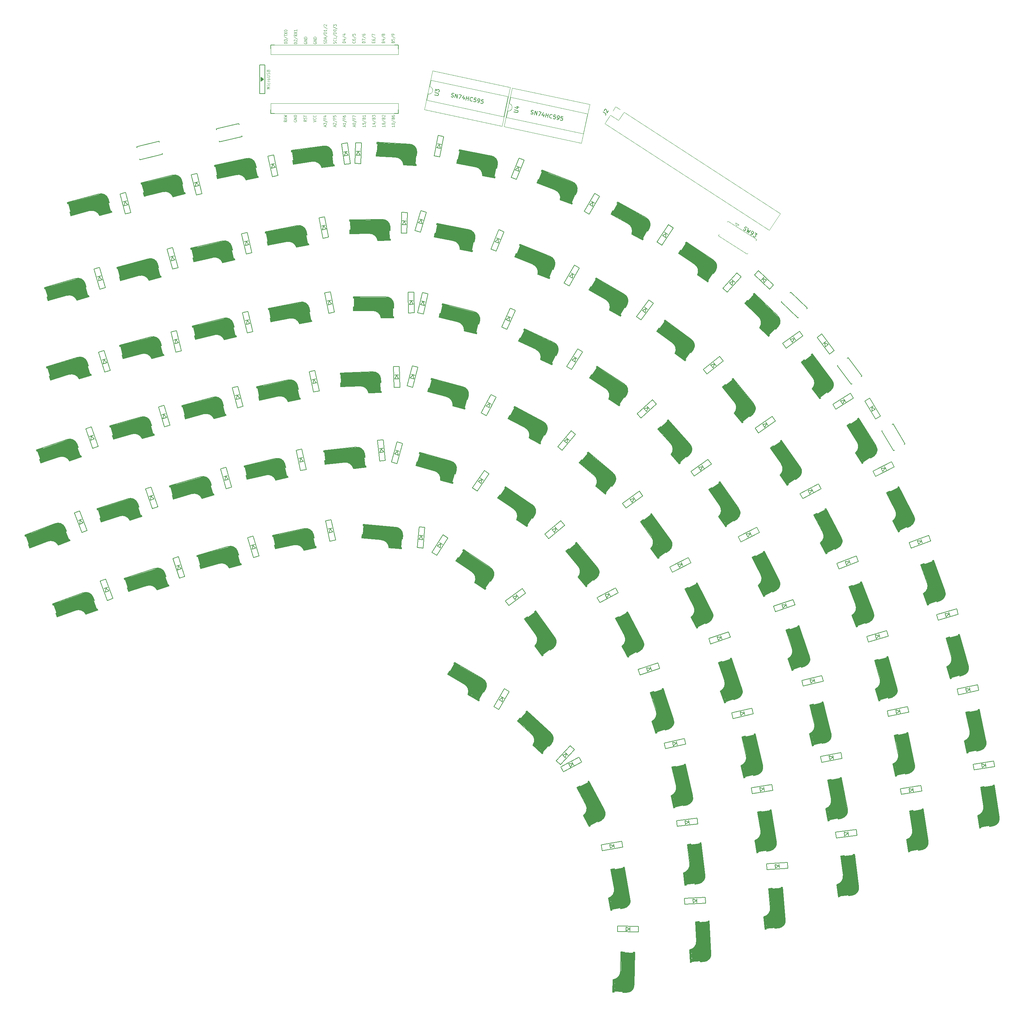
<source format=gbr>
G04 #@! TF.GenerationSoftware,KiCad,Pcbnew,(5.1.5)-3*
G04 #@! TF.CreationDate,2020-02-27T20:15:18+09:00*
G04 #@! TF.ProjectId,fan,66616e2e-6b69-4636-9164-5f7063625858,rev?*
G04 #@! TF.SameCoordinates,Original*
G04 #@! TF.FileFunction,Legend,Top*
G04 #@! TF.FilePolarity,Positive*
%FSLAX46Y46*%
G04 Gerber Fmt 4.6, Leading zero omitted, Abs format (unit mm)*
G04 Created by KiCad (PCBNEW (5.1.5)-3) date 2020-02-27 20:15:18*
%MOMM*%
%LPD*%
G04 APERTURE LIST*
%ADD10C,0.400000*%
%ADD11C,0.500000*%
%ADD12C,1.000000*%
%ADD13C,0.150000*%
%ADD14C,3.500000*%
%ADD15C,3.000000*%
%ADD16C,0.800000*%
%ADD17C,0.300000*%
%ADD18C,0.120000*%
%ADD19C,0.125000*%
G04 APERTURE END LIST*
D10*
X324971964Y-245631295D02*
X324287261Y-245776833D01*
X327417333Y-245111516D02*
X327708410Y-246480922D01*
D11*
X324528689Y-256051156D02*
X323967327Y-253410158D01*
D12*
X324187350Y-253380072D02*
G75*
G03X325564031Y-250821618I-732385J2043706D01*
G01*
D13*
X327229029Y-244947073D02*
X327571380Y-244874304D01*
X327895973Y-255539887D02*
G75*
G03X329317840Y-253090744I-513638J1935505D01*
G01*
X323712926Y-253071978D02*
G75*
G03X325089607Y-250513524I-732385J2043706D01*
G01*
X327571380Y-244874304D02*
X329317840Y-253090744D01*
X325089607Y-250513524D02*
X324050049Y-245622786D01*
X324374641Y-256288368D02*
X323692691Y-253080044D01*
X327895973Y-255539886D02*
X326917825Y-255747798D01*
X324374641Y-256288368D02*
X324726774Y-256213520D01*
X324685192Y-256017890D02*
X324726774Y-256213520D01*
X326870005Y-255522824D02*
X324678955Y-255988546D01*
X326917825Y-255747798D02*
X326876243Y-255552168D01*
X327270611Y-245142702D02*
X327229029Y-244947073D01*
X325073937Y-245630067D02*
X327274769Y-245162265D01*
X325028197Y-245414874D02*
X325069779Y-245610504D01*
X324050049Y-245622786D02*
X325028197Y-245414874D01*
D14*
X326226538Y-247204840D02*
X327619546Y-253758429D01*
D12*
X327130030Y-245683754D02*
X324684661Y-246203533D01*
D11*
X324405867Y-245853857D02*
X324696943Y-247223263D01*
D15*
X327927545Y-253764526D02*
X325736494Y-254230248D01*
D16*
X324738968Y-255597524D02*
X326499634Y-255223283D01*
D17*
X326994848Y-255629191D02*
X327875181Y-255442071D01*
D10*
X164381606Y-120509385D02*
X164393822Y-121209278D01*
X164337975Y-118009765D02*
X165737762Y-117985332D01*
D11*
X174525444Y-122932719D02*
X171825855Y-122979841D01*
D12*
X171838305Y-122758119D02*
G75*
G03X169589540Y-120918556I-2145903J-328972D01*
G01*
D13*
X164140623Y-118163233D02*
X164134515Y-117813286D01*
X174666076Y-119529746D02*
G75*
G03X172533235Y-117666685I-1997951J-134890D01*
G01*
X171445347Y-123165039D02*
G75*
G03X169196582Y-121325476I-2145903J-328972D01*
G01*
X164134515Y-117813286D02*
X172533235Y-117666685D01*
X169196582Y-121325476D02*
X164197343Y-121412738D01*
X174728904Y-123129198D02*
X171449403Y-123186442D01*
X174666075Y-119529747D02*
X174683527Y-120529594D01*
X174728904Y-123129198D02*
X174722621Y-122769253D01*
X174522651Y-122772744D02*
X174722621Y-122769253D01*
X174453563Y-120533608D02*
X174492656Y-122773267D01*
X174683527Y-120529594D02*
X174483558Y-120533085D01*
X164340593Y-118159742D02*
X164140623Y-118163233D01*
X164399857Y-120409051D02*
X164360590Y-118159393D01*
X164179891Y-120412890D02*
X164379861Y-120409400D01*
X164197343Y-121412738D02*
X164179891Y-120412890D01*
D14*
X166165624Y-119578107D02*
X172864604Y-119461176D01*
D12*
X164844880Y-118400978D02*
X164888511Y-120900597D01*
D11*
X164492062Y-121107548D02*
X165891849Y-121083115D01*
D15*
X172929358Y-119160000D02*
X172968451Y-121399659D01*
D16*
X174120269Y-122639746D02*
X174088855Y-120840020D01*
D17*
X174581796Y-120431355D02*
X174566090Y-119531493D01*
D10*
X165318000Y-140476000D02*
X165318000Y-141176000D01*
X165318000Y-137976000D02*
X166718000Y-137976000D01*
D11*
X175418000Y-143076000D02*
X172718000Y-143076000D01*
D12*
X172734318Y-142854529D02*
G75*
G03X170518000Y-140976000I-2151318J-291471D01*
G01*
D13*
X165118000Y-138126000D02*
X165118000Y-137776000D01*
X175618001Y-139676000D02*
G75*
G03X173518000Y-137775999I-2000001J-100000D01*
G01*
X172334318Y-143254529D02*
G75*
G03X170118000Y-141376000I-2151318J-291471D01*
G01*
X165118000Y-137776000D02*
X173518000Y-137775999D01*
X170118000Y-141376000D02*
X165118000Y-141376000D01*
X175618000Y-143276000D02*
X172338000Y-143276000D01*
X175618000Y-139676000D02*
X175618000Y-140676000D01*
X175618000Y-143276000D02*
X175618000Y-142916000D01*
X175418000Y-142916000D02*
X175618000Y-142916000D01*
X175388000Y-140676000D02*
X175388000Y-142916000D01*
X175618000Y-140676000D02*
X175418000Y-140676000D01*
X165318000Y-138126000D02*
X165118000Y-138126000D01*
X165338000Y-140376000D02*
X165338000Y-138126000D01*
X165118000Y-140376000D02*
X165318000Y-140376000D01*
X165118000Y-141376000D02*
X165118000Y-140376000D01*
D14*
X167118000Y-139576000D02*
X173818000Y-139576000D01*
D12*
X165818000Y-138376000D02*
X165818000Y-140876000D01*
D11*
X165418000Y-141076000D02*
X166818000Y-141076000D01*
D15*
X173888000Y-139276000D02*
X173888000Y-141516000D01*
D16*
X175018000Y-142776000D02*
X175018000Y-140976000D01*
D17*
X175517999Y-140576000D02*
X175518000Y-139676001D01*
D10*
X208515457Y-148576879D02*
X208219624Y-149211295D01*
X209572003Y-146311110D02*
X210840834Y-146902775D01*
D11*
X216570358Y-155201724D02*
X214123327Y-154060655D01*
D12*
X214231714Y-153866830D02*
G75*
G03X213016948Y-151227648I-2072937J645024D01*
G01*
D13*
X209327348Y-146362532D02*
X209475265Y-146045325D01*
X218188522Y-152204802D02*
G75*
G03X217088251Y-149595317I-1854878J754607D01*
G01*
X213700143Y-154060306D02*
G75*
G03X212485378Y-151421124I-2072937J645024D01*
G01*
X209475265Y-146045325D02*
X217088251Y-149595317D01*
X212485378Y-151421124D02*
X207953839Y-149308033D01*
X216667096Y-155467509D02*
X213694406Y-154081321D01*
X218188522Y-152204801D02*
X217765904Y-153111109D01*
X216667096Y-155467509D02*
X216819239Y-155141238D01*
X216637977Y-155056715D02*
X216819239Y-155141238D01*
X217557453Y-153013907D02*
X216610788Y-155044036D01*
X217765904Y-153111109D02*
X217584642Y-153026585D01*
X209508610Y-146447056D02*
X209327348Y-146362532D01*
X208575845Y-148494701D02*
X209526736Y-146455508D01*
X208376457Y-148401725D02*
X208557719Y-148486249D01*
X207953839Y-149308033D02*
X208376457Y-148401725D01*
D14*
X210527167Y-148521915D02*
X216599430Y-151353457D01*
D12*
X209856109Y-146884942D02*
X208799564Y-149150712D01*
D11*
X208352517Y-149162926D02*
X209621348Y-149754591D01*
D15*
X216789657Y-151111148D02*
X215842992Y-153141278D01*
D16*
X216334620Y-154760784D02*
X217095333Y-153129430D01*
D17*
X217717534Y-152978216D02*
X218097891Y-152162540D01*
D10*
X91776532Y-115816693D02*
X91957705Y-116492841D01*
X91129484Y-113401879D02*
X92481781Y-113039532D01*
D11*
X102205312Y-115714028D02*
X99597313Y-116412839D01*
D12*
X99555754Y-116194692D02*
G75*
G03X96928756Y-114953797I-2002576J-838341D01*
G01*
D13*
X90975122Y-113598531D02*
X90884536Y-113260457D01*
X101518514Y-112378116D02*
G75*
G03X98998312Y-111086376I-1905971J-614231D01*
G01*
X99272912Y-116684589D02*
G75*
G03X96645913Y-115443695I-2002576J-838342D01*
G01*
X90884536Y-113260457D02*
X98998312Y-111086376D01*
X96645913Y-115443695D02*
X91816284Y-116737790D01*
X102450261Y-115855449D02*
X99282025Y-116704376D01*
X101518513Y-112378116D02*
X101777332Y-113344042D01*
X102450261Y-115855449D02*
X102357087Y-115507716D01*
X102163901Y-115559480D02*
X102357087Y-115507716D01*
X101555169Y-113403570D02*
X102134924Y-115567244D01*
X101777332Y-113344042D02*
X101584147Y-113395806D01*
X91168307Y-113546767D02*
X90975122Y-113598531D01*
X91769969Y-115714924D02*
X91187626Y-113541591D01*
X91557465Y-115771864D02*
X91750650Y-115720100D01*
X91816284Y-116737790D02*
X91557465Y-115771864D01*
D14*
X93282261Y-114481486D02*
X99753964Y-112747398D01*
D12*
X91715975Y-113658839D02*
X92363023Y-116073654D01*
D11*
X92028416Y-116370367D02*
X93380712Y-116008020D01*
D15*
X99743934Y-112439503D02*
X100323688Y-114603177D01*
D16*
X101741296Y-115527778D02*
X101275422Y-113789111D01*
D17*
X101654856Y-113273332D02*
X101421921Y-112403999D01*
D10*
X171292140Y-100371067D02*
X171255505Y-101070107D01*
X171422980Y-97874493D02*
X172821062Y-97947763D01*
D11*
X181242225Y-103496097D02*
X178545925Y-103354789D01*
D12*
X178573812Y-103134476D02*
G75*
G03X176458846Y-101142528I-2163624J-178480D01*
G01*
D13*
X171215404Y-98013820D02*
X171233721Y-97664300D01*
X181619894Y-100111223D02*
G75*
G03X179622210Y-98103921I-2002493J4809D01*
G01*
X178153426Y-103512994D02*
G75*
G03X176038460Y-101521046I-2163624J-178480D01*
G01*
X171233721Y-97664300D02*
X179622210Y-98103921D01*
X176038460Y-101521046D02*
X171045312Y-101259366D01*
X181431484Y-103706290D02*
X178155979Y-103534628D01*
X181619893Y-100111223D02*
X181567557Y-101109853D01*
X181431484Y-103706290D02*
X181450325Y-103346783D01*
X181250599Y-103336316D02*
X181450325Y-103346783D01*
X181337873Y-101097816D02*
X181220640Y-103334746D01*
X181567557Y-101109853D02*
X181367831Y-101099386D01*
X171415130Y-98024287D02*
X171215404Y-98013820D01*
X171317346Y-100272250D02*
X171435102Y-98025334D01*
X171097648Y-100260736D02*
X171297374Y-100271204D01*
X171045312Y-101259366D02*
X171097648Y-100260736D01*
D14*
X173136776Y-99566505D02*
X179827594Y-99917156D01*
D12*
X171901361Y-98300113D02*
X171770521Y-100796686D01*
D11*
X171360602Y-100975478D02*
X172758683Y-101048748D01*
D15*
X179913199Y-99621230D02*
X179795966Y-101858160D01*
D16*
X180858474Y-103175573D02*
X180952679Y-101378040D01*
D17*
X181472927Y-101004756D02*
X181520030Y-100105991D01*
D13*
X257857276Y-227932173D02*
X257368924Y-226513895D01*
X262963076Y-226174105D02*
X257857276Y-227932173D01*
X262474724Y-224755827D02*
X262963076Y-226174105D01*
X257368924Y-226513895D02*
X262474724Y-224755827D01*
X260475975Y-225708457D02*
X260801543Y-226653975D01*
X259856025Y-226979543D02*
X260544207Y-226213773D01*
X259530457Y-226034025D02*
X259856025Y-226979543D01*
X260544207Y-226213773D02*
X259530457Y-226034025D01*
X219321007Y-177640411D02*
X218171940Y-176676229D01*
X222792060Y-173503771D02*
X219321007Y-177640411D01*
X221642993Y-172539589D02*
X222792060Y-173503771D01*
X218171940Y-176676229D02*
X221642993Y-172539589D01*
X220420372Y-174385584D02*
X221186416Y-175028372D01*
X220543628Y-175794416D02*
X220739115Y-174783582D01*
X219777584Y-175151628D02*
X220543628Y-175794416D01*
X220739115Y-174783582D02*
X219777584Y-175151628D01*
D10*
X192286995Y-102238094D02*
X192153429Y-102925233D01*
X192764018Y-99784026D02*
X194138296Y-100051159D01*
D11*
X201705327Y-106717496D02*
X199054933Y-106202312D01*
D12*
X199113210Y-105988023D02*
G75*
G03X197296052Y-103721115I-2167407J124375D01*
G01*
D13*
X192539071Y-99893109D02*
X192605854Y-99549539D01*
X202550403Y-103418126D02*
G75*
G03X200851523Y-101152334I-1982336J283456D01*
G01*
X198644236Y-106304352D02*
G75*
G03X196827078Y-104037442I-2167408J124376D01*
G01*
X192605854Y-99549539D02*
X200851523Y-101152334D01*
X196827078Y-104037442D02*
X191918942Y-103083397D01*
X201863490Y-106951983D02*
X198643753Y-106326130D01*
X202550403Y-103418125D02*
X202359594Y-104399752D01*
X201863490Y-106951983D02*
X201932182Y-106598597D01*
X201735856Y-106560436D02*
X201932182Y-106598597D01*
X202133819Y-104355866D02*
X201706407Y-106554711D01*
X202359594Y-104399752D02*
X202163268Y-104361591D01*
X192735397Y-99931271D02*
X192539071Y-99893109D01*
X192325709Y-102143748D02*
X192755029Y-99935087D01*
X192109751Y-102101770D02*
X192306076Y-102139932D01*
X191918942Y-103083397D02*
X192109751Y-102101770D01*
D14*
X194225653Y-101698086D02*
X200802555Y-102976506D01*
D12*
X193178508Y-100272082D02*
X192701485Y-102726150D01*
D11*
X192270673Y-102846152D02*
X193644951Y-103113284D01*
D15*
X200928511Y-102695375D02*
X200501099Y-104894220D01*
D16*
X201369918Y-106346684D02*
X201713375Y-104579755D01*
D17*
X202280511Y-104282509D02*
X202452240Y-103399045D01*
D10*
X235439197Y-308106735D02*
X234739303Y-308094518D01*
X237938816Y-308150366D02*
X237914382Y-309550152D01*
D11*
X232663323Y-318159820D02*
X232710445Y-315460231D01*
D12*
X232931597Y-315480412D02*
G75*
G03X234848520Y-313297216I-253881J2156077D01*
G01*
D13*
X237792329Y-307947778D02*
X238142276Y-307953886D01*
X236059315Y-318419129D02*
G75*
G03X237995677Y-316352607I-65080J2001442D01*
G01*
X232538639Y-315073492D02*
G75*
G03X234455562Y-312890296I-253881J2156077D01*
G01*
X238142276Y-307953886D02*
X237995677Y-316352607D01*
X234455562Y-312890296D02*
X234542824Y-307891058D01*
X232459863Y-318356299D02*
X232517107Y-315076799D01*
X236059315Y-318419128D02*
X235059467Y-318401675D01*
X232459863Y-318356299D02*
X232819808Y-318362582D01*
X232823299Y-318162612D02*
X232819808Y-318362582D01*
X235063481Y-318171710D02*
X232823822Y-318132617D01*
X235059467Y-318401675D02*
X235062958Y-318201706D01*
X237788839Y-308147748D02*
X237792329Y-307947778D01*
X235538832Y-308128477D02*
X237788490Y-308167745D01*
X235542672Y-307908510D02*
X235539181Y-308108480D01*
X234542824Y-307891058D02*
X235542672Y-307908510D01*
D14*
X236307645Y-309922168D02*
X236190714Y-316621147D01*
D12*
X237530151Y-308643308D02*
X235030531Y-308599677D01*
D11*
X234837543Y-308196248D02*
X234813109Y-309596035D01*
D15*
X236489447Y-316696372D02*
X234249788Y-316657279D01*
D16*
X232970259Y-317765117D02*
X234769984Y-317796531D01*
D17*
X235161197Y-318303435D02*
X236061059Y-318319143D01*
D10*
X244539688Y-146107579D02*
X244128238Y-146673891D01*
X246009151Y-144085036D02*
X247141775Y-144907935D01*
D11*
X251182518Y-154147654D02*
X248998172Y-152560634D01*
D12*
X249141551Y-152391051D02*
G75*
G03X248452683Y-149568570I-1911775J1028708D01*
G01*
D13*
X245759180Y-144088832D02*
X245964904Y-143805676D01*
X253342791Y-151514554D02*
G75*
G03X252760648Y-148743071I-1676813J1094670D01*
G01*
X248582830Y-152479544D02*
G75*
G03X247893963Y-149657063I-1911775J1028708D01*
G01*
X245964904Y-143805676D02*
X252760648Y-148743071D01*
X247893963Y-149657063D02*
X243848878Y-146718137D01*
X251226764Y-154427014D02*
X248573188Y-152499079D01*
X253342791Y-151514553D02*
X252755006Y-152323570D01*
X251226764Y-154427014D02*
X251438367Y-154135768D01*
X251276563Y-154018211D02*
X251438367Y-154135768D01*
X252568932Y-152188380D02*
X251252293Y-154000578D01*
X252755006Y-152323570D02*
X252593202Y-152206013D01*
X245920983Y-144206389D02*
X245759180Y-144088832D01*
X244614647Y-146038433D02*
X245937163Y-144218144D01*
X244436663Y-145909120D02*
X244598466Y-146026677D01*
X243848878Y-146718137D02*
X244436663Y-145909120D01*
D14*
X246524925Y-146437477D02*
X251945339Y-150375638D01*
D12*
X246178545Y-144702536D02*
X244709082Y-146725078D01*
D11*
X244267918Y-146651767D02*
X245400542Y-147474667D01*
D15*
X252178306Y-150174078D02*
X250861667Y-151986276D01*
D16*
X251035246Y-153669835D02*
X252093260Y-152213604D01*
D17*
X252732882Y-152183889D02*
X253261889Y-151455775D01*
D10*
X80971611Y-202132855D02*
X81222469Y-202786362D01*
X80075691Y-199798904D02*
X81382704Y-199297189D01*
D11*
X91332530Y-200940648D02*
X88811863Y-201908242D01*
D12*
X88747730Y-201695633D02*
G75*
G03X86005413Y-200736132I-1903976J-1043075D01*
G01*
D13*
X79942730Y-200010615D02*
X79817302Y-199683862D01*
X90300796Y-197694801D02*
G75*
G03X87659377Y-196673570I-1831325J-810094D01*
G01*
X88517644Y-202212411D02*
G75*
G03X85775328Y-201252912I-1903974J-1043076D01*
G01*
X79817302Y-199683862D02*
X87659377Y-196673570D01*
X85775328Y-201252912D02*
X81107426Y-203044751D01*
X91590920Y-201055691D02*
X88528776Y-202231138D01*
X90300795Y-197694801D02*
X90659163Y-198628382D01*
X91590920Y-201055691D02*
X91461907Y-200719602D01*
X91275191Y-200791275D02*
X91461907Y-200719602D01*
X90444440Y-198710806D02*
X91247184Y-200802026D01*
X90659163Y-198628382D02*
X90472447Y-198700055D01*
X80129446Y-199938941D02*
X79942730Y-200010615D01*
X80954446Y-202032330D02*
X80148118Y-199931774D01*
X80749058Y-202111171D02*
X80935774Y-202039497D01*
X81107426Y-203044751D02*
X80749058Y-202111171D01*
D14*
X82329525Y-200647571D02*
X88584514Y-198246505D01*
D12*
X80685829Y-199993152D02*
X81581749Y-202327104D01*
D11*
X81279990Y-202657167D02*
X82587003Y-202155452D01*
D15*
X88542354Y-197941345D02*
X89345098Y-200032566D01*
D16*
X90851588Y-200803921D02*
X90206525Y-199123476D01*
D17*
X90529967Y-198570861D02*
X90207437Y-197730639D01*
D13*
X249162527Y-275288457D02*
X248979723Y-273799638D01*
X254522277Y-274630362D02*
X249162527Y-275288457D01*
X254339473Y-273141543D02*
X254522277Y-274630362D01*
X248979723Y-273799638D02*
X254339473Y-273141543D01*
X252186338Y-273657792D02*
X252308208Y-274650338D01*
X251315662Y-274772208D02*
X252148018Y-274166252D01*
X251193792Y-273779662D02*
X251315662Y-274772208D01*
X252148018Y-274166252D02*
X251193792Y-273779662D01*
X307364567Y-266993139D02*
X307129916Y-265511607D01*
X312698084Y-266148393D02*
X307364567Y-266993139D01*
X312463433Y-264666861D02*
X312698084Y-266148393D01*
X307129916Y-265511607D02*
X312463433Y-264666861D01*
X310329627Y-265257939D02*
X310486061Y-266245627D01*
X309498373Y-266402061D02*
X310309075Y-265767426D01*
X309341939Y-265414373D02*
X309498373Y-266402061D01*
X310309075Y-265767426D02*
X309341939Y-265414373D01*
X290469527Y-278277457D02*
X290286723Y-276788638D01*
X295829277Y-277619362D02*
X290469527Y-278277457D01*
X295646473Y-276130543D02*
X295829277Y-277619362D01*
X290286723Y-276788638D02*
X295646473Y-276130543D01*
X293493338Y-276646792D02*
X293615208Y-277639338D01*
X292622662Y-277761208D02*
X293455018Y-277155252D01*
X292500792Y-276768662D02*
X292622662Y-277761208D01*
X293455018Y-277155252D02*
X292500792Y-276768662D01*
X251113952Y-295496279D02*
X251035448Y-293998335D01*
X256506552Y-295213665D02*
X251113952Y-295496279D01*
X256428048Y-293715721D02*
X256506552Y-295213665D01*
X251035448Y-293998335D02*
X256428048Y-293715721D01*
X254244147Y-294080517D02*
X254296483Y-295079147D01*
X253297853Y-295131483D02*
X254170452Y-294585066D01*
X253245517Y-294132853D02*
X253297853Y-295131483D01*
X254170452Y-294585066D02*
X253245517Y-294132853D01*
X183273410Y-142249512D02*
X181811855Y-141912086D01*
X184488145Y-136987914D02*
X183273410Y-142249512D01*
X183026590Y-136650488D02*
X184488145Y-136987914D01*
X181811855Y-141912086D02*
X183026590Y-136650488D01*
X182775290Y-138850339D02*
X183749661Y-139075290D01*
X183524710Y-140049661D02*
X183239980Y-139060252D01*
X182550339Y-139824710D02*
X183524710Y-140049661D01*
X183239980Y-139060252D02*
X182550339Y-139824710D01*
X202225950Y-125913351D02*
X200835174Y-125351441D01*
X204248826Y-120906559D02*
X202225950Y-125913351D01*
X202858050Y-120344649D02*
X204248826Y-120906559D01*
X200835174Y-125351441D02*
X202858050Y-120344649D01*
X202265711Y-122478105D02*
X203192895Y-122852711D01*
X202818289Y-123779895D02*
X202691843Y-122758126D01*
X201891105Y-123405289D02*
X202818289Y-123779895D01*
X202691843Y-122758126D02*
X201891105Y-123405289D01*
X187571036Y-101443500D02*
X186098595Y-101157287D01*
X188601405Y-96142713D02*
X187571036Y-101443500D01*
X187128964Y-95856500D02*
X188601405Y-96142713D01*
X186098595Y-101157287D02*
X187128964Y-95856500D01*
X186954591Y-98063782D02*
X187936218Y-98254591D01*
X187745409Y-99236218D02*
X187426324Y-98257349D01*
X186763782Y-99045409D02*
X187745409Y-99236218D01*
X187426324Y-98257349D02*
X186763782Y-99045409D01*
X233672322Y-302618764D02*
X233698501Y-301118993D01*
X239071499Y-302713007D02*
X233672322Y-302618764D01*
X239097678Y-301213236D02*
X239071499Y-302713007D01*
X233698501Y-301118993D02*
X239097678Y-301213236D01*
X236893650Y-301424802D02*
X236876198Y-302424650D01*
X235876350Y-302407198D02*
X236784939Y-301922981D01*
X235893802Y-301407350D02*
X235876350Y-302407198D01*
X236784939Y-301922981D02*
X235893802Y-301407350D01*
X218849120Y-259275154D02*
X217752089Y-258252156D01*
X222531911Y-255325844D02*
X218849120Y-259275154D01*
X221434880Y-254302846D02*
X222531911Y-255325844D01*
X217752089Y-258252156D02*
X221434880Y-254302846D01*
X220117322Y-256082324D02*
X220848676Y-256764322D01*
X220166678Y-257495676D02*
X220414799Y-256496459D01*
X219435324Y-256813678D02*
X220166678Y-257495676D01*
X220414799Y-256496459D02*
X219435324Y-256813678D01*
X215797771Y-200552060D02*
X214833589Y-199402993D01*
X219934411Y-197081007D02*
X215797771Y-200552060D01*
X218970229Y-195931940D02*
X219934411Y-197081007D01*
X214833589Y-199402993D02*
X218970229Y-195931940D01*
X217445628Y-197537584D02*
X218088416Y-198303628D01*
X217322372Y-198946416D02*
X217690418Y-197984885D01*
X216679584Y-198180372D02*
X217322372Y-198946416D01*
X217690418Y-197984885D02*
X216679584Y-198180372D01*
X239772357Y-169235011D02*
X238768661Y-168120294D01*
X243785339Y-165621706D02*
X239772357Y-169235011D01*
X242781643Y-164506989D02*
X243785339Y-165621706D01*
X238768661Y-168120294D02*
X242781643Y-164506989D01*
X241314007Y-166164862D02*
X241983138Y-166908007D01*
X241239993Y-167577138D02*
X241574258Y-166603348D01*
X240570862Y-166833993D02*
X241239993Y-167577138D01*
X241574258Y-166603348D02*
X240570862Y-166833993D01*
X221120519Y-134957269D02*
X219821481Y-134207269D01*
X223820519Y-130280731D02*
X221120519Y-134957269D01*
X222521481Y-129530731D02*
X223820519Y-130280731D01*
X219821481Y-134207269D02*
X222521481Y-129530731D01*
X221637987Y-131560987D02*
X222504013Y-132060987D01*
X222004013Y-132927013D02*
X222021000Y-131897590D01*
X221137987Y-132427013D02*
X222004013Y-132927013D01*
X222021000Y-131897590D02*
X221137987Y-132427013D01*
X176414725Y-181065135D02*
X174972833Y-180651679D01*
X177903167Y-175874321D02*
X176414725Y-181065135D01*
X176461275Y-175460865D02*
X177903167Y-175874321D01*
X174972833Y-180651679D02*
X176461275Y-175460865D01*
X176095188Y-177644550D02*
X177056450Y-177920188D01*
X176780812Y-178881450D02*
X176548255Y-177878495D01*
X175819550Y-178605812D02*
X176780812Y-178881450D01*
X176548255Y-177878495D02*
X175819550Y-178605812D01*
X164315468Y-103177344D02*
X162830066Y-103386104D01*
X163563934Y-97829896D02*
X164315468Y-103177344D01*
X162078532Y-98038656D02*
X163563934Y-97829896D01*
X162830066Y-103386104D02*
X162078532Y-98038656D01*
X162632279Y-100182453D02*
X163622547Y-100043279D01*
X163761721Y-101033547D02*
X163141331Y-100211893D01*
X162771453Y-101172721D02*
X163761721Y-101033547D01*
X163141331Y-100211893D02*
X162771453Y-101172721D01*
X179029764Y-121285678D02*
X177529993Y-121259499D01*
X179124007Y-115886501D02*
X179029764Y-121285678D01*
X177624236Y-115860322D02*
X179124007Y-115886501D01*
X177529993Y-121259499D02*
X177624236Y-115860322D01*
X177835802Y-118064350D02*
X178835650Y-118081802D01*
X178818198Y-119081650D02*
X178333981Y-118173061D01*
X177818350Y-119064198D02*
X178818198Y-119081650D01*
X178333981Y-118173061D02*
X177818350Y-119064198D01*
X262127120Y-136562154D02*
X261030089Y-135539156D01*
X265809911Y-132612844D02*
X262127120Y-136562154D01*
X264712880Y-131589846D02*
X265809911Y-132612844D01*
X261030089Y-135539156D02*
X264712880Y-131589846D01*
X263395322Y-133369324D02*
X264126676Y-134051322D01*
X263444678Y-134782676D02*
X263692799Y-133783459D01*
X262713324Y-134100678D02*
X263444678Y-134782676D01*
X263692799Y-133783459D02*
X262713324Y-134100678D01*
X202901519Y-244945269D02*
X201602481Y-244195269D01*
X205601519Y-240268731D02*
X202901519Y-244945269D01*
X204302481Y-239518731D02*
X205601519Y-240268731D01*
X201602481Y-244195269D02*
X204302481Y-239518731D01*
X203418987Y-241548987D02*
X204285013Y-242048987D01*
X203785013Y-242915013D02*
X203802000Y-241885590D01*
X202918987Y-242415013D02*
X203785013Y-242915013D01*
X203802000Y-241885590D02*
X202918987Y-242415013D01*
X186746478Y-204934890D02*
X185488472Y-204117931D01*
X189687528Y-200406069D02*
X186746478Y-204934890D01*
X188429522Y-199589110D02*
X189687528Y-200406069D01*
X185488472Y-204117931D02*
X188429522Y-199589110D01*
X187440984Y-201570345D02*
X188279655Y-202114984D01*
X187735016Y-202953655D02*
X187805856Y-201926532D01*
X186896345Y-202409016D02*
X187735016Y-202953655D01*
X187805856Y-201926532D02*
X186896345Y-202409016D01*
X226349519Y-116363269D02*
X225050481Y-115613269D01*
X229049519Y-111686731D02*
X226349519Y-116363269D01*
X227750481Y-110936731D02*
X229049519Y-111686731D01*
X225050481Y-115613269D02*
X227750481Y-110936731D01*
X226866987Y-112966987D02*
X227733013Y-113466987D01*
X227233013Y-114333013D02*
X227250000Y-113303590D01*
X226366987Y-113833013D02*
X227233013Y-114333013D01*
X227250000Y-113303590D02*
X226366987Y-113833013D01*
X207468950Y-107299351D02*
X206078174Y-106737441D01*
X209491826Y-102292559D02*
X207468950Y-107299351D01*
X208101050Y-101730649D02*
X209491826Y-102292559D01*
X206078174Y-106737441D02*
X208101050Y-101730649D01*
X207508711Y-103864105D02*
X208435895Y-104238711D01*
X208061289Y-105165895D02*
X207934843Y-104144126D01*
X207134105Y-104791289D02*
X208061289Y-105165895D01*
X207934843Y-104144126D02*
X207134105Y-104791289D01*
X158706405Y-122293287D02*
X157233964Y-122579500D01*
X157676036Y-116992500D02*
X158706405Y-122293287D01*
X156203595Y-117278713D02*
X157676036Y-116992500D01*
X157233964Y-122579500D02*
X156203595Y-117278713D01*
X156868782Y-119390591D02*
X157850409Y-119199782D01*
X158041218Y-120181409D02*
X157378676Y-119393349D01*
X157059591Y-120372218D02*
X158041218Y-120181409D01*
X157378676Y-119393349D02*
X157059591Y-120372218D01*
X183193826Y-203023092D02*
X181699533Y-202892359D01*
X183664467Y-197643641D02*
X183193826Y-203023092D01*
X182170174Y-197512908D02*
X183664467Y-197643641D01*
X181699533Y-202892359D02*
X182170174Y-197512908D01*
X182227481Y-199726325D02*
X183223675Y-199813481D01*
X183136519Y-200809675D02*
X182716862Y-199869522D01*
X182140325Y-200722519D02*
X183136519Y-200809675D01*
X182716862Y-199869522D02*
X182140325Y-200722519D01*
X258841858Y-155280272D02*
X257827767Y-155458087D01*
X257827767Y-155458087D02*
X258457087Y-156235233D01*
X258457087Y-156235233D02*
X258841858Y-155280272D01*
X258604913Y-154828767D02*
X259234233Y-155605913D01*
X255960716Y-156648306D02*
X260157304Y-153249975D01*
X260157304Y-153249975D02*
X261101284Y-154415694D01*
X261101284Y-154415694D02*
X256904696Y-157814025D01*
X256904696Y-157814025D02*
X255960716Y-156648306D01*
X239789076Y-143790677D02*
X238591123Y-142887955D01*
X243038877Y-139478045D02*
X239789076Y-143790677D01*
X241840924Y-138575323D02*
X243038877Y-139478045D01*
X238591123Y-142887955D02*
X241840924Y-138575323D01*
X240716590Y-140482775D02*
X241515225Y-141084590D01*
X240913410Y-141883225D02*
X241055726Y-140863546D01*
X240114775Y-141281410D02*
X240913410Y-141883225D01*
X241055726Y-140863546D02*
X240114775Y-141281410D01*
X145535972Y-106248065D02*
X144068751Y-106559932D01*
X144413249Y-100966068D02*
X145535972Y-106248065D01*
X142946028Y-101277935D02*
X144413249Y-100966068D01*
X144068751Y-106559932D02*
X142946028Y-101277935D01*
X143647970Y-103377882D02*
X144626118Y-103169970D01*
X144834030Y-104148118D02*
X144157835Y-103371741D01*
X143855882Y-104356030D02*
X144834030Y-104148118D01*
X144157835Y-103371741D02*
X143855882Y-104356030D01*
X160201405Y-141757287D02*
X158728964Y-142043500D01*
X159171036Y-136456500D02*
X160201405Y-141757287D01*
X157698595Y-136742713D02*
X159171036Y-136456500D01*
X158728964Y-142043500D02*
X157698595Y-136742713D01*
X158363782Y-138854591D02*
X159345409Y-138663782D01*
X159536218Y-139645409D02*
X158873676Y-138857349D01*
X158554591Y-139836218D02*
X159536218Y-139645409D01*
X158873676Y-138857349D02*
X158554591Y-139836218D01*
X221734254Y-156675169D02*
X220462182Y-155880290D01*
X224595818Y-152095710D02*
X221734254Y-156675169D01*
X223323746Y-151300831D02*
X224595818Y-152095710D01*
X220462182Y-155880290D02*
X223323746Y-151300831D01*
X222369936Y-153299016D02*
X223217984Y-153828936D01*
X222688064Y-154676984D02*
X222740968Y-153648781D01*
X221840016Y-154147064D02*
X222688064Y-154676984D01*
X222740968Y-153648781D02*
X221840016Y-154147064D01*
X204968970Y-146225625D02*
X203598652Y-145615520D01*
X207165348Y-141292480D02*
X204968970Y-146225625D01*
X205795030Y-140682375D02*
X207165348Y-141292480D01*
X203598652Y-145615520D02*
X205795030Y-140682375D01*
X205128596Y-142793859D02*
X206042141Y-143200596D01*
X205635404Y-144114141D02*
X205544695Y-143088582D01*
X204721859Y-143707404D02*
X205635404Y-144114141D01*
X205544695Y-143088582D02*
X204721859Y-143707404D01*
X180947007Y-141936499D02*
X179447236Y-141962678D01*
X180852764Y-136537322D02*
X180947007Y-141936499D01*
X179352993Y-136563501D02*
X180852764Y-136537322D01*
X179447236Y-141962678D02*
X179352993Y-136563501D01*
X179641350Y-138758802D02*
X180641198Y-138741350D01*
X180658650Y-139741198D02*
X180143019Y-138850061D01*
X179658802Y-139758650D02*
X180658650Y-139741198D01*
X180143019Y-138850061D02*
X179658802Y-139758650D01*
X177196772Y-161253181D02*
X175697686Y-161305530D01*
X177008314Y-155856470D02*
X177196772Y-161253181D01*
X175509228Y-155908819D02*
X177008314Y-155856470D01*
X175697686Y-161305530D02*
X175509228Y-155908819D01*
X175835855Y-158098754D02*
X176835246Y-158063855D01*
X176870145Y-159063246D02*
X176339040Y-158181244D01*
X175870754Y-159098145D02*
X176870145Y-159063246D01*
X176339040Y-158181244D02*
X175870754Y-159098145D01*
X173443118Y-180258813D02*
X171951335Y-180415605D01*
X172878665Y-174888395D02*
X173443118Y-180258813D01*
X171386882Y-175045187D02*
X172878665Y-174888395D01*
X171951335Y-180415605D02*
X171386882Y-175045187D01*
X171865475Y-177207003D02*
X172859997Y-177102475D01*
X172964525Y-178096997D02*
X172373189Y-177254191D01*
X171970003Y-178201525D02*
X172964525Y-178096997D01*
X172373189Y-177254191D02*
X171970003Y-178201525D01*
X167033314Y-103215530D02*
X165534228Y-103163181D01*
X167221772Y-97818819D02*
X167033314Y-103215530D01*
X165722686Y-97766470D02*
X167221772Y-97818819D01*
X165534228Y-103163181D02*
X165722686Y-97766470D01*
X165895754Y-99973855D02*
X166895145Y-100008754D01*
X166860246Y-101008145D02*
X166391960Y-100091244D01*
X165860855Y-100973246D02*
X166860246Y-101008145D01*
X166391960Y-100091244D02*
X165860855Y-100973246D01*
X286662713Y-258641405D02*
X286376500Y-257168964D01*
X291963500Y-257611036D02*
X286662713Y-258641405D01*
X291677287Y-256138595D02*
X291963500Y-257611036D01*
X286376500Y-257168964D02*
X291677287Y-256138595D01*
X289565409Y-256803782D02*
X289756218Y-257785409D01*
X288774591Y-257976218D02*
X289562651Y-257313676D01*
X288583782Y-256994591D02*
X288774591Y-257976218D01*
X289562651Y-257313676D02*
X288583782Y-256994591D01*
X268624567Y-266769139D02*
X268389916Y-265287607D01*
X273958084Y-265924393D02*
X268624567Y-266769139D01*
X273723433Y-264442861D02*
X273958084Y-265924393D01*
X268389916Y-265287607D02*
X273723433Y-264442861D01*
X271589627Y-265033939D02*
X271746061Y-266021627D01*
X270758373Y-266178061D02*
X271569075Y-265543426D01*
X270601939Y-265190373D02*
X270758373Y-266178061D01*
X271569075Y-265543426D02*
X270601939Y-265190373D01*
X229714255Y-281594456D02*
X229453783Y-280117244D01*
X235032217Y-280656756D02*
X229714255Y-281594456D01*
X234771745Y-279179544D02*
X235032217Y-280656756D01*
X229453783Y-280117244D02*
X234771745Y-279179544D01*
X232648580Y-279807772D02*
X232822228Y-280792580D01*
X231837420Y-280966228D02*
X232636923Y-280317541D01*
X231663772Y-279981420D02*
X231837420Y-280966228D01*
X232636923Y-280317541D02*
X231663772Y-279981420D01*
X277443493Y-151100783D02*
X276561815Y-149887257D01*
X281812185Y-147926743D02*
X277443493Y-151100783D01*
X280930507Y-146713217D02*
X281812185Y-147926743D01*
X276561815Y-149887257D02*
X280930507Y-146713217D01*
X279297616Y-148208599D02*
X279885401Y-149017616D01*
X279076384Y-149605401D02*
X279510607Y-148671886D01*
X278488599Y-148796384D02*
X279076384Y-149605401D01*
X279510607Y-148671886D02*
X278488599Y-148796384D01*
X197269708Y-188188893D02*
X196040980Y-187328528D01*
X200367020Y-183765472D02*
X197269708Y-188188893D01*
X199138292Y-182905107D02*
X200367020Y-183765472D01*
X196040980Y-187328528D02*
X199138292Y-182905107D01*
X198081212Y-184850636D02*
X198900364Y-185424212D01*
X198326788Y-186243364D02*
X198433431Y-185219339D01*
X197507636Y-185669788D02*
X198326788Y-186243364D01*
X198433431Y-185219339D02*
X197507636Y-185669788D01*
X180516633Y-161281114D02*
X179067744Y-160892885D01*
X181914256Y-156065115D02*
X180516633Y-161281114D01*
X180465367Y-155676886D02*
X181914256Y-156065115D01*
X179067744Y-160892885D02*
X180465367Y-155676886D01*
X180137447Y-157866628D02*
X181103372Y-158125447D01*
X180844553Y-159091372D02*
X180594528Y-158092630D01*
X179878628Y-158832553D02*
X180844553Y-159091372D01*
X180594528Y-158092630D02*
X179878628Y-158832553D01*
X245189478Y-124386890D02*
X243931472Y-123569931D01*
X248130528Y-119858069D02*
X245189478Y-124386890D01*
X246872522Y-119041110D02*
X248130528Y-119858069D01*
X243931472Y-123569931D02*
X246872522Y-119041110D01*
X245883984Y-121022345D02*
X246722655Y-121566984D01*
X246178016Y-122405655D02*
X246248856Y-121378532D01*
X245339345Y-121861016D02*
X246178016Y-122405655D01*
X246248856Y-121378532D02*
X245339345Y-121861016D01*
X182591725Y-121005135D02*
X181149833Y-120591679D01*
X184080167Y-115814321D02*
X182591725Y-121005135D01*
X182638275Y-115400865D02*
X184080167Y-115814321D01*
X181149833Y-120591679D02*
X182638275Y-115400865D01*
X182272188Y-117584550D02*
X183233450Y-117860188D01*
X182957812Y-118821450D02*
X182725255Y-117818495D01*
X181996550Y-118545812D02*
X182957812Y-118821450D01*
X182725255Y-117818495D02*
X181996550Y-118545812D01*
D10*
X187755194Y-142222390D02*
X187585849Y-142901597D01*
X188359999Y-139796651D02*
X189718413Y-140135342D01*
D11*
X196926184Y-147188570D02*
X194306386Y-146535381D01*
D12*
X194375799Y-146324437D02*
G75*
G03X192679771Y-143965532I-2157929J237638D01*
G01*
D13*
X188129652Y-139893811D02*
X188214324Y-139554207D01*
X197942779Y-143937950D02*
G75*
G03X196364809Y-141586350I-1964785J386815D01*
G01*
X193890911Y-146615786D02*
G75*
G03X192194884Y-144256882I-2157928J237638D01*
G01*
X188214324Y-139554207D02*
X196364809Y-141586350D01*
X192194884Y-144256882D02*
X187343405Y-143047272D01*
X197071859Y-147431014D02*
X193889289Y-146637510D01*
X197942778Y-143937949D02*
X197700856Y-144908245D01*
X197071859Y-147431014D02*
X197158951Y-147081707D01*
X196964892Y-147033323D02*
X197158951Y-147081707D01*
X197477688Y-144852603D02*
X196935783Y-147026065D01*
X197700856Y-144908245D02*
X197506797Y-144859861D01*
X188323711Y-139942195D02*
X188129652Y-139893811D01*
X187798792Y-142130199D02*
X188343117Y-139947034D01*
X187585327Y-142076976D02*
X187779386Y-142125361D01*
X187343405Y-143047272D02*
X187585327Y-142076976D01*
D14*
X189719456Y-141784584D02*
X196220438Y-143405460D01*
D12*
X188748378Y-140305730D02*
X188143573Y-142731470D01*
D11*
X187707071Y-142828760D02*
X189065485Y-143167451D01*
D15*
X196360935Y-143131306D02*
X195819030Y-145304769D01*
D16*
X196610642Y-146800713D02*
X197046102Y-145054181D01*
D17*
X197628017Y-144787023D02*
X197845748Y-143913758D01*
D10*
X186454995Y-121384094D02*
X186321429Y-122071233D01*
X186932018Y-118930026D02*
X188306296Y-119197159D01*
D11*
X195873327Y-125863496D02*
X193222933Y-125348312D01*
D12*
X193281210Y-125134023D02*
G75*
G03X191464052Y-122867115I-2167407J124375D01*
G01*
D13*
X186707071Y-119039109D02*
X186773854Y-118695539D01*
X196718403Y-122564126D02*
G75*
G03X195019523Y-120298334I-1982336J283456D01*
G01*
X192812236Y-125450352D02*
G75*
G03X190995078Y-123183442I-2167408J124376D01*
G01*
X186773854Y-118695539D02*
X195019523Y-120298334D01*
X190995078Y-123183442D02*
X186086942Y-122229397D01*
X196031490Y-126097983D02*
X192811753Y-125472130D01*
X196718403Y-122564125D02*
X196527594Y-123545752D01*
X196031490Y-126097983D02*
X196100182Y-125744597D01*
X195903856Y-125706436D02*
X196100182Y-125744597D01*
X196301819Y-123501866D02*
X195874407Y-125700711D01*
X196527594Y-123545752D02*
X196331268Y-123507591D01*
X186903397Y-119077271D02*
X186707071Y-119039109D01*
X186493709Y-121289748D02*
X186923029Y-119081087D01*
X186277751Y-121247770D02*
X186474076Y-121285932D01*
X186086942Y-122229397D02*
X186277751Y-121247770D01*
D14*
X188393653Y-120844086D02*
X194970555Y-122122506D01*
D12*
X187346508Y-119418082D02*
X186869485Y-121872150D01*
D11*
X186438673Y-121992152D02*
X187812951Y-122259284D01*
D15*
X195096511Y-121841375D02*
X194669099Y-124040220D01*
D16*
X195537918Y-125492684D02*
X195881375Y-123725755D01*
D17*
X196448511Y-123428509D02*
X196620240Y-122545045D01*
D10*
X207520357Y-126669714D02*
X207258132Y-127318743D01*
X208456873Y-124351754D02*
X209754931Y-124876204D01*
D11*
X215910937Y-132863919D02*
X213407540Y-131852481D01*
D12*
X213505635Y-131653251D02*
G75*
G03X212154410Y-129081260I-2103855J535652D01*
G01*
D13*
X208215245Y-124415911D02*
X208346358Y-124091396D01*
X217370036Y-129786416D02*
G75*
G03X216134703Y-127238091I-1891829J656496D01*
G01*
X212984918Y-131874280D02*
G75*
G03X211633693Y-129302291I-2103854J535651D01*
G01*
X208346358Y-124091396D02*
X216134703Y-127238091D01*
X211633693Y-129302291D02*
X206997774Y-127429258D01*
X216021452Y-133124277D02*
X212980289Y-131895567D01*
X217370036Y-129786415D02*
X216995429Y-130713599D01*
X216021452Y-133124277D02*
X216156310Y-132790490D01*
X215970874Y-132715569D02*
X216156310Y-132790490D01*
X216782177Y-130627439D02*
X215943058Y-132704331D01*
X216995429Y-130713599D02*
X216809992Y-130638677D01*
X208400682Y-124490832D02*
X208215245Y-124415911D01*
X207576361Y-126584488D02*
X208419226Y-124498324D01*
X207372381Y-126502074D02*
X207557817Y-126576996D01*
X206997774Y-127429258D02*
X207372381Y-126502074D01*
D14*
X209526434Y-126509540D02*
X215738565Y-129019405D01*
D12*
X208770623Y-124909931D02*
X207834106Y-127227891D01*
D11*
X207388311Y-127263485D02*
X208686369Y-127787934D01*
D15*
X215915850Y-128767472D02*
X215076732Y-130844364D01*
D16*
X215652445Y-132435921D02*
X216326737Y-130766990D01*
D17*
X216940170Y-130583419D02*
X217277317Y-129748955D01*
D13*
X199635637Y-168621062D02*
X198311216Y-167916855D01*
X202170784Y-163853145D02*
X199635637Y-168621062D01*
X200846363Y-163148938D02*
X202170784Y-163853145D01*
X198311216Y-167916855D02*
X200846363Y-163148938D01*
X200034262Y-165208790D02*
X200917210Y-165678262D01*
X200447738Y-166561210D02*
X200428789Y-165531821D01*
X199564790Y-166091738D02*
X200447738Y-166561210D01*
X200428789Y-165531821D02*
X199564790Y-166091738D01*
X272489894Y-286519516D02*
X272385260Y-285023169D01*
X277876740Y-286142831D02*
X272489894Y-286519516D01*
X277772106Y-284646484D02*
X277876740Y-286142831D01*
X272385260Y-285023169D02*
X277772106Y-284646484D01*
X275594904Y-285049340D02*
X275664660Y-286046904D01*
X274667096Y-286116660D02*
X275530026Y-285555097D01*
X274597340Y-285119096D02*
X274667096Y-286116660D01*
X275530026Y-285555097D02*
X274597340Y-285119096D01*
D10*
X273815674Y-291510836D02*
X273118338Y-291571845D01*
X276306161Y-291292947D02*
X276428179Y-292687619D01*
D11*
X272105841Y-301799007D02*
X271870520Y-299109282D01*
D12*
X272092571Y-299106236D02*
G75*
G03X273770787Y-296734626I-477862J2117729D01*
G01*
D13*
X276139300Y-291106781D02*
X276487969Y-291076276D01*
X275510334Y-301701918D02*
G75*
G03X277220078Y-299444312I-273931J1983675D01*
G01*
X271659230Y-298742619D02*
G75*
G03X273337446Y-296371011I-477861J2117728D01*
G01*
X276487969Y-291076276D02*
X277220078Y-299444312D01*
X273337446Y-296371011D02*
X272901668Y-291390037D01*
X271924033Y-302015677D02*
X271638162Y-298748159D01*
X275510334Y-301701917D02*
X274514139Y-301789072D01*
X271924033Y-302015677D02*
X272282663Y-301984301D01*
X272265232Y-301785062D02*
X272282663Y-301984301D01*
X274494093Y-301559948D02*
X272262617Y-301755177D01*
X274514139Y-301789072D02*
X274496708Y-301589834D01*
X276156732Y-291306020D02*
X276139300Y-291106781D01*
X273917037Y-291522044D02*
X276158475Y-291325944D01*
X273897862Y-291302881D02*
X273915294Y-291502120D01*
X272901668Y-291390037D02*
X273897862Y-291302881D01*
D14*
X274869130Y-293225546D02*
X275453073Y-299900051D01*
D12*
X275951261Y-291825906D02*
X273460774Y-292043796D01*
D11*
X273226673Y-291662749D02*
X273348691Y-293057421D01*
D15*
X275758032Y-299943638D02*
X273526556Y-300138866D01*
D16*
X272369837Y-301374383D02*
X274162987Y-301217502D01*
D17*
X274605043Y-301680736D02*
X275501617Y-301602297D01*
D10*
X304388367Y-188422008D02*
X303764663Y-188739802D01*
X306615884Y-187287032D02*
X307251470Y-188534441D01*
D11*
X306657054Y-198601550D02*
X305431280Y-196195832D01*
D12*
X305636019Y-196109826D02*
G75*
G03X306303615Y-193282238I-1236379J1784514D01*
G01*
D13*
X306391434Y-187176929D02*
X306703287Y-187018033D01*
X309777275Y-197236184D02*
G75*
G03X310516808Y-194502487I-997082J1736615D01*
G01*
X305098022Y-195935020D02*
G75*
G03X305765616Y-193107431I-1236381J1784514D01*
G01*
X306703287Y-187018033D02*
X310516808Y-194502487D01*
X305765616Y-193107431D02*
X303495663Y-188652398D01*
X306569651Y-198870549D02*
X305080562Y-195948048D01*
X309777275Y-197236183D02*
X308886268Y-197690174D01*
X306569651Y-198870549D02*
X306890413Y-198707112D01*
X306799615Y-198528911D02*
X306890413Y-198707112D01*
X308781850Y-197485242D02*
X306785996Y-198502181D01*
X308886268Y-197690174D02*
X308795470Y-197511972D01*
X306482233Y-187355131D02*
X306391434Y-187176929D01*
X304486548Y-188394429D02*
X306491312Y-187372951D01*
X304386670Y-188198408D02*
X304477468Y-188376609D01*
X303495663Y-188652398D02*
X304386670Y-188198408D01*
D14*
X306007456Y-189617229D02*
X309049192Y-195586972D01*
D12*
X306486476Y-187914132D02*
X304258960Y-189049108D01*
D11*
X303899162Y-188783503D02*
X304534749Y-190030912D01*
D15*
X309348274Y-195513146D02*
X307352419Y-196530084D01*
D16*
X306742760Y-198108950D02*
X308346572Y-197291767D01*
D17*
X308929969Y-197555673D02*
X309731875Y-197147083D01*
D10*
X266865259Y-252023463D02*
X266183200Y-252180928D01*
X269301184Y-251461085D02*
X269616115Y-252825203D01*
D11*
X266603902Y-262449473D02*
X265996534Y-259818674D01*
D12*
X266216000Y-259784753D02*
G75*
G03X267547819Y-257202662I-767942J2030613D01*
G01*
D13*
X269110038Y-251299954D02*
X269451068Y-251221221D01*
X269961750Y-261879514D02*
G75*
G03X271340657Y-259405929I-547339J1926246D01*
G01*
X265736271Y-259484987D02*
G75*
G03X267068091Y-256902895I-767942J2030614D01*
G01*
X269451068Y-251221221D02*
X271340657Y-259405929D01*
X267068091Y-256902895D02*
X265943335Y-252031045D01*
X266454018Y-262689337D02*
X265716179Y-259493403D01*
X269961751Y-261879513D02*
X268987380Y-262104464D01*
X266454018Y-262689337D02*
X266804792Y-262608355D01*
X266759801Y-262413481D02*
X266804792Y-262608355D01*
X268935642Y-261880359D02*
X266753053Y-262384250D01*
X268987380Y-262104464D02*
X268942390Y-261909590D01*
X269155028Y-251494828D02*
X269110038Y-251299954D01*
X266967195Y-252020455D02*
X269159527Y-251514315D01*
X266917705Y-251806093D02*
X266962696Y-252000967D01*
X265943335Y-252031045D02*
X266917705Y-251806093D01*
D14*
X268147104Y-253574873D02*
X269654276Y-260103152D01*
D12*
X269023911Y-252038250D02*
X266587986Y-252600628D01*
D11*
X266303132Y-252255870D02*
X266618063Y-253619988D01*
D15*
X269962333Y-260103873D02*
X267779744Y-260607763D01*
D16*
X266806233Y-261992240D02*
X268560099Y-261587328D01*
D17*
X269062322Y-261984531D02*
X269939254Y-261782077D01*
D10*
X227033942Y-158159773D02*
X226652694Y-158746842D01*
X228395539Y-156063097D02*
X229569678Y-156825591D01*
D11*
X234088453Y-165841171D02*
X231824042Y-164370645D01*
D12*
X231958350Y-164193792D02*
G75*
G03X231122709Y-161411231I-1962994J927244D01*
G01*
D13*
X228146109Y-156079969D02*
X228336733Y-155786435D01*
X236107961Y-163098619D02*
G75*
G03X235381566Y-160361402I-1731806J1005411D01*
G01*
X231405026Y-164311405D02*
G75*
G03X230569385Y-161528844I-1962994J927244D01*
G01*
X228336733Y-155786435D02*
X235381566Y-160361402D01*
X230569385Y-161528844D02*
X226376032Y-158805649D01*
X234147259Y-166117833D02*
X231396420Y-164331417D01*
X236107960Y-163098619D02*
X235563321Y-163937289D01*
X234147259Y-166117833D02*
X234343329Y-165815911D01*
X234175595Y-165706983D02*
X234343329Y-165815911D01*
X235370427Y-163812022D02*
X234150435Y-165690644D01*
X235563321Y-163937289D02*
X235395587Y-163828361D01*
X228313843Y-156188897D02*
X228146109Y-156079969D01*
X227105179Y-158086799D02*
X228330617Y-156199790D01*
X226920672Y-157966978D02*
X227088406Y-158075906D01*
X226376032Y-158805649D02*
X226920672Y-157966978D01*
D14*
X229033724Y-158385320D02*
X234652817Y-162034401D01*
D12*
X228597019Y-156670884D02*
X227235421Y-158767561D01*
D11*
X226791025Y-158717439D02*
X227965164Y-159479934D01*
D15*
X234874915Y-161820925D02*
X233654924Y-163699547D01*
D16*
X233916376Y-165371714D02*
X234896727Y-163862107D01*
D17*
X235533917Y-163798958D02*
X236024092Y-163044156D01*
D10*
X149578045Y-102424316D02*
X149675467Y-103117504D01*
X149230113Y-99948646D02*
X150616488Y-99753804D01*
D11*
X159941603Y-103593365D02*
X157267879Y-103969132D01*
D12*
X157253217Y-103747546D02*
G75*
G03X154797026Y-102195750I-2089818J-588040D01*
G01*
D13*
X149052935Y-100125021D02*
X149004224Y-99778427D01*
X159666469Y-100198619D02*
G75*
G03X157322476Y-98609372I-1966620J-377373D01*
G01*
X156912778Y-104199322D02*
G75*
G03X154456588Y-102647527I-2089817J-588040D01*
G01*
X149004224Y-99778427D02*
X157322476Y-98609372D01*
X154456588Y-102647527D02*
X149505248Y-103343392D01*
X160167491Y-103763584D02*
X156919412Y-104220072D01*
X159666468Y-100198619D02*
X159805641Y-101188887D01*
X160167491Y-103763584D02*
X160117389Y-103407087D01*
X159919335Y-103434922D02*
X160117389Y-103407087D01*
X159577879Y-101220897D02*
X159889627Y-103439097D01*
X159805641Y-101188887D02*
X159607588Y-101216721D01*
X149250989Y-100097186D02*
X149052935Y-100125021D01*
X149583933Y-102322506D02*
X149270794Y-100094403D01*
X149366074Y-102353124D02*
X149564128Y-102325289D01*
X149505248Y-103343392D02*
X149366074Y-102353124D01*
D14*
X151235272Y-101282563D02*
X157870068Y-100350104D01*
D12*
X149780916Y-100275167D02*
X150128849Y-102750837D01*
D11*
X149760576Y-103004560D02*
X151146951Y-102809717D01*
D15*
X157897635Y-100043281D02*
X158209383Y-102261481D01*
D16*
X159503744Y-103351954D02*
X159253232Y-101569471D01*
D17*
X159692696Y-101103777D02*
X159567441Y-100212537D01*
D10*
X110810203Y-110796303D02*
X110979549Y-111475510D01*
X110205399Y-108370564D02*
X111563813Y-108031873D01*
D11*
X121239187Y-110875661D02*
X118619389Y-111528850D01*
D12*
X118581644Y-111310010D02*
G75*
G03X115976702Y-110023457I-2016902J-803264D01*
G01*
D13*
X110047628Y-108564492D02*
X109962955Y-108224889D01*
X120610713Y-107528270D02*
G75*
G03X118113439Y-106192744I-1916400J-580874D01*
G01*
X118290294Y-111794898D02*
G75*
G03X115685353Y-110508344I-2016902J-803263D01*
G01*
X109962955Y-108224889D02*
X118113439Y-106192744D01*
X115685353Y-110508344D02*
X110833874Y-111717954D01*
X121481631Y-111021336D02*
X118299061Y-111814839D01*
X120610712Y-107528271D02*
X120852634Y-108498567D01*
X121481631Y-111021336D02*
X121394539Y-110672029D01*
X121200480Y-110720413D02*
X121394539Y-110672029D01*
X120629466Y-108554209D02*
X121171371Y-110727671D01*
X120852634Y-108498567D02*
X120658575Y-108546951D01*
X110241687Y-108516108D02*
X110047628Y-108564492D01*
X110805417Y-110694435D02*
X110261093Y-108511270D01*
X110591952Y-110747658D02*
X110786011Y-110699273D01*
X110833874Y-111717954D02*
X110591952Y-110747658D01*
D14*
X112339006Y-109487577D02*
X118839987Y-107866701D01*
D12*
X110787315Y-108637721D02*
X111392120Y-111063460D01*
D11*
X111052386Y-111354288D02*
X112410800Y-111015598D01*
D15*
X118835332Y-107558677D02*
X119377237Y-109732140D01*
D16*
X120778492Y-110681341D02*
X120343033Y-108934808D01*
D17*
X120731411Y-108425729D02*
X120513683Y-107552464D01*
D10*
X310364673Y-271320077D02*
X309673291Y-271429581D01*
X312833894Y-270928991D02*
X313052902Y-272311754D01*
D11*
X309376671Y-281702459D02*
X308954298Y-279035700D01*
D12*
X309175595Y-279017172D02*
G75*
G03X310684288Y-276534273I-624423J2079236D01*
G01*
D13*
X312654454Y-270754918D02*
X313000145Y-270700166D01*
X312766099Y-281368120D02*
G75*
G03X314314195Y-278996748I-411638J1959734D01*
G01*
X308717945Y-278684671D02*
G75*
G03X310226639Y-276201772I-624422J2079237D01*
G01*
X313000145Y-270700166D02*
X314314195Y-278996748D01*
X310226639Y-276201772D02*
X309444466Y-271263330D01*
X309210421Y-281931283D02*
X308697315Y-278691666D01*
X312766099Y-281368119D02*
X311778410Y-281524554D01*
X309210421Y-281931283D02*
X309565988Y-281874967D01*
X309534701Y-281677429D02*
X309565988Y-281874967D01*
X311742430Y-281297385D02*
X309530008Y-281647799D01*
X311778410Y-281524554D02*
X311747123Y-281327016D01*
X312685740Y-270952456D02*
X312654454Y-270754918D01*
X310466570Y-271324187D02*
X312688869Y-270972210D01*
X310432155Y-271106896D02*
X310463442Y-271304433D01*
X309444466Y-271263330D02*
X310432155Y-271106896D01*
D14*
X311535174Y-272957125D02*
X312583285Y-279574637D01*
D12*
X312517036Y-271485409D02*
X310047815Y-271876495D01*
D11*
X309787703Y-271512706D02*
X310006712Y-272895470D01*
D15*
X312890542Y-279596845D02*
X310678120Y-279947258D01*
D16*
X309610404Y-281260453D02*
X311388243Y-280978871D01*
D17*
X311861535Y-281410140D02*
X312750454Y-281269351D01*
D10*
X254812377Y-300180920D02*
X254113336Y-300217555D01*
X257308951Y-300050080D02*
X257382221Y-301448161D01*
D11*
X252744533Y-310403152D02*
X252603226Y-307706852D01*
D12*
X252825248Y-307711556D02*
G75*
G03X254585209Y-305399961I-403663J2133115D01*
G01*
D13*
X257148689Y-299858204D02*
X257498210Y-299839887D01*
X256150341Y-310424937D02*
G75*
G03X257937833Y-308228375I-204535J1992027D01*
G01*
X252404862Y-307333039D02*
G75*
G03X254164823Y-305021444I-403663J2133115D01*
G01*
X257498210Y-299839887D02*
X257937833Y-308228375D01*
X254164823Y-305021444D02*
X253903143Y-300028296D01*
X252555275Y-310613345D02*
X252383613Y-307337840D01*
X256150341Y-310424935D02*
X255151711Y-310477271D01*
X252555275Y-310613345D02*
X252914781Y-310594504D01*
X252904314Y-310394778D02*
X252914781Y-310594504D01*
X255139674Y-310247586D02*
X252902744Y-310364819D01*
X255151711Y-310477271D02*
X255141244Y-310277545D01*
X257159156Y-300057930D02*
X257148689Y-299858204D01*
X254913287Y-300195659D02*
X257160203Y-300077903D01*
X254901773Y-299975960D02*
X254912240Y-300175686D01*
X253903143Y-300028296D02*
X254901773Y-299975960D01*
D14*
X255805348Y-301931351D02*
X256155999Y-308622169D01*
D12*
X256935667Y-300570329D02*
X254439093Y-300701169D01*
D11*
X254218433Y-300312184D02*
X254291703Y-301710266D01*
D15*
X256459252Y-308676372D02*
X254222321Y-308793604D01*
D16*
X253023188Y-309987999D02*
X254820721Y-309893794D01*
D17*
X255246341Y-310372174D02*
X256145106Y-310325072D01*
D10*
X85843463Y-137887884D02*
X86036409Y-138560767D01*
X85154369Y-135484730D02*
X86500136Y-135098837D01*
D11*
X96268863Y-137603227D02*
X93673457Y-138347448D01*
D12*
X93628097Y-138130059D02*
G75*
G03X90979842Y-136935200I-1987640J-873163D01*
G01*
D13*
X85003463Y-135684046D02*
X84906990Y-135347605D01*
X95523950Y-134279810D02*
G75*
G03X92981588Y-133032250I-1894961J-647401D01*
G01*
X93353847Y-138624818D02*
G75*
G03X90705593Y-137429960I-1987639J-873163D01*
G01*
X84906990Y-135347605D02*
X92981588Y-133032250D01*
X90705593Y-137429960D02*
X85899284Y-138808147D01*
X96516243Y-137740352D02*
X93363305Y-138644442D01*
X95523948Y-134279810D02*
X95799586Y-135241071D01*
X96516243Y-137740352D02*
X96417013Y-137394298D01*
X96224761Y-137449425D02*
X96417013Y-137394298D01*
X95578496Y-135304468D02*
X96195923Y-137457694D01*
X95799586Y-135241071D02*
X95607333Y-135296199D01*
X85195715Y-135628919D02*
X85003463Y-135684046D01*
X85835124Y-137786245D02*
X85214940Y-135623406D01*
X85623647Y-137846885D02*
X85815899Y-137791758D01*
X85899284Y-138808147D02*
X85623647Y-137846885D01*
D14*
X87325660Y-136526601D02*
X93766114Y-134679831D01*
D12*
X85745255Y-135731416D02*
X86434349Y-138134570D01*
D11*
X86104971Y-138437077D02*
X87450738Y-138051185D01*
D15*
X93750711Y-134372158D02*
X94368138Y-136525384D01*
D16*
X95801667Y-137425103D02*
X95305520Y-135694832D01*
D17*
X95675895Y-135172509D02*
X95427823Y-134307374D01*
D13*
X114700524Y-97365217D02*
X114761004Y-97607791D01*
X108878750Y-98816748D02*
X114700524Y-97365217D01*
X108878750Y-98816748D02*
X108939230Y-99059322D01*
X109725476Y-102212783D02*
X109664996Y-101970209D01*
X115547250Y-100761252D02*
X115486770Y-100518678D01*
X109725476Y-102212783D02*
X115547250Y-100761252D01*
D10*
X86439009Y-158485847D02*
X86643670Y-159155260D01*
X85708080Y-156095085D02*
X87046907Y-155685765D01*
D11*
X96857854Y-158019285D02*
X94275831Y-158808689D01*
D12*
X94226685Y-158592125D02*
G75*
G03X91557980Y-157443666I-1972099J-907719D01*
G01*
D13*
X85560675Y-156297005D02*
X85458345Y-155962298D01*
X96055052Y-154709374D02*
G75*
G03X93491305Y-153506375I-1883373J-680374D01*
G01*
X93961111Y-159091595D02*
G75*
G03X91292407Y-157943137I-1972098J-907719D01*
G01*
X85458345Y-155962298D02*
X93491305Y-153506375D01*
X91292407Y-157943137D02*
X86510883Y-159404996D01*
X97107589Y-158152072D02*
X93970910Y-159111051D01*
X96055051Y-154709375D02*
X96347423Y-155665679D01*
X97107589Y-158152072D02*
X97002335Y-157807802D01*
X96811074Y-157866276D02*
X97002335Y-157807802D01*
X96127473Y-155732925D02*
X96782385Y-157875047D01*
X96347423Y-155665679D02*
X96156162Y-155724154D01*
X85751936Y-156238531D02*
X85560675Y-156297005D01*
X86428898Y-158384369D02*
X85771062Y-156232683D01*
X86218511Y-158448691D02*
X86409772Y-158390216D01*
X86510883Y-159404996D02*
X86218511Y-158448691D01*
D14*
X87897223Y-157098904D02*
X94304465Y-155140013D01*
D12*
X86303181Y-156331421D02*
X87034110Y-158722183D01*
D11*
X86710063Y-159030393D02*
X88048890Y-158621072D01*
D15*
X94283695Y-154832656D02*
X94938608Y-156974778D01*
D16*
X96387620Y-157849342D02*
X95861351Y-156127994D01*
D17*
X96222554Y-155599286D02*
X95959421Y-154738613D01*
D10*
X221044308Y-203392533D02*
X220508077Y-203842484D01*
X222959419Y-201785564D02*
X223859322Y-202858026D01*
D11*
X225544747Y-212800829D02*
X223809221Y-210732509D01*
D12*
X223989366Y-210602651D02*
G75*
G03X224003781Y-207697358I-1606120J1460651D01*
G01*
D13*
X222715955Y-201728773D02*
X222984070Y-201503797D01*
X228277856Y-210768561D02*
G75*
G03X228383487Y-207938570I-1362180J1467811D01*
G01*
X223425833Y-210553348D02*
G75*
G03X223440248Y-207648055I-1606120J1460651D01*
G01*
X222984070Y-201503797D02*
X228383487Y-207938570D01*
X223440248Y-207648055D02*
X220226310Y-203817833D01*
X225520096Y-213082596D02*
X223411752Y-210569970D01*
X228277856Y-210768560D02*
X227511811Y-211411348D01*
X225520096Y-213082596D02*
X225795872Y-212851192D01*
X225667314Y-212697983D02*
X225795872Y-212851192D01*
X227363970Y-211235158D02*
X225648031Y-212675002D01*
X227511811Y-211411348D02*
X227383254Y-211258139D01*
X222844512Y-201881982D02*
X222715955Y-201728773D01*
X221133768Y-203343575D02*
X222857368Y-201897303D01*
X220992355Y-203175045D02*
X221120912Y-203328254D01*
X220226310Y-203817833D02*
X220992355Y-203175045D01*
D14*
X222890766Y-204192904D02*
X227197443Y-209325402D01*
D12*
X222974395Y-202425701D02*
X221059284Y-204032670D01*
D11*
X220648960Y-203854810D02*
X221548863Y-204927272D01*
D15*
X227472251Y-209186189D02*
X225756311Y-210626033D01*
D16*
X225517445Y-212301575D02*
X226896325Y-211144558D01*
D17*
X227524136Y-211270464D02*
X228213576Y-210691957D01*
D13*
X289943877Y-151759955D02*
X288745924Y-152662677D01*
X286694076Y-147447323D02*
X289943877Y-151759955D01*
X285496123Y-148350045D02*
X286694076Y-147447323D01*
X288745924Y-152662677D02*
X285496123Y-148350045D01*
X287019775Y-149956590D02*
X287818410Y-149354775D01*
X288420225Y-150153410D02*
X287479274Y-149735546D01*
X287621590Y-150755225D02*
X288420225Y-150153410D01*
X287479274Y-149735546D02*
X287621590Y-150755225D01*
X301941478Y-168709073D02*
X300655727Y-169481630D01*
X299160273Y-164080370D02*
X301941478Y-168709073D01*
X297874522Y-164852927D02*
X299160273Y-164080370D01*
X300655727Y-169481630D02*
X297874522Y-164852927D01*
X299221897Y-166609935D02*
X300079065Y-166094897D01*
X300594103Y-166952065D02*
X299701985Y-166438133D01*
X299736935Y-167467103D02*
X300594103Y-166952065D01*
X299701985Y-166438133D02*
X299736935Y-167467103D01*
X263618914Y-247272145D02*
X263281488Y-245810590D01*
X268880512Y-246057410D02*
X263618914Y-247272145D01*
X268543086Y-244595855D02*
X268880512Y-246057410D01*
X263281488Y-245810590D02*
X268543086Y-244595855D01*
X266455710Y-245334339D02*
X266680661Y-246308710D01*
X265706290Y-246533661D02*
X266470748Y-245844020D01*
X265481339Y-245559290D02*
X265706290Y-246533661D01*
X266470748Y-245844020D02*
X265481339Y-245559290D01*
X326192567Y-260609139D02*
X325957916Y-259127607D01*
X331526084Y-259764393D02*
X326192567Y-260609139D01*
X331291433Y-258282861D02*
X331526084Y-259764393D01*
X325957916Y-259127607D02*
X331291433Y-258282861D01*
X329157627Y-258873939D02*
X329314061Y-259861627D01*
X328326373Y-260018061D02*
X329137075Y-259383426D01*
X328169939Y-259030373D02*
X328326373Y-260018061D01*
X329137075Y-259383426D02*
X328169939Y-259030373D01*
D10*
X252055367Y-213422008D02*
X251431663Y-213739802D01*
X254282884Y-212287032D02*
X254918470Y-213534441D01*
D11*
X254324054Y-223601550D02*
X253098280Y-221195832D01*
D12*
X253303019Y-221109826D02*
G75*
G03X253970615Y-218282238I-1236379J1784514D01*
G01*
D13*
X254058434Y-212176929D02*
X254370287Y-212018033D01*
X257444275Y-222236184D02*
G75*
G03X258183808Y-219502487I-997082J1736615D01*
G01*
X252765022Y-220935020D02*
G75*
G03X253432616Y-218107431I-1236381J1784514D01*
G01*
X254370287Y-212018033D02*
X258183808Y-219502487D01*
X253432616Y-218107431D02*
X251162663Y-213652398D01*
X254236651Y-223870549D02*
X252747562Y-220948048D01*
X257444275Y-222236183D02*
X256553268Y-222690174D01*
X254236651Y-223870549D02*
X254557413Y-223707112D01*
X254466615Y-223528911D02*
X254557413Y-223707112D01*
X256448850Y-222485242D02*
X254452996Y-223502181D01*
X256553268Y-222690174D02*
X256462470Y-222511972D01*
X254149233Y-212355131D02*
X254058434Y-212176929D01*
X252153548Y-213394429D02*
X254158312Y-212372951D01*
X252053670Y-213198408D02*
X252144468Y-213376609D01*
X251162663Y-213652398D02*
X252053670Y-213198408D01*
D14*
X253674456Y-214617229D02*
X256716192Y-220586972D01*
D12*
X254153476Y-212914132D02*
X251925960Y-214049108D01*
D11*
X251566162Y-213783503D02*
X252201749Y-215030912D01*
D15*
X257015274Y-220513146D02*
X255019419Y-221530084D01*
D16*
X254409760Y-223108950D02*
X256013572Y-222291767D01*
D17*
X256596969Y-222555673D02*
X257398875Y-222147083D01*
D10*
X267446073Y-138903078D02*
X266959812Y-139406616D01*
X269182718Y-137104728D02*
X270189794Y-138077250D01*
D11*
X272905293Y-147789411D02*
X270963075Y-145913833D01*
D12*
X271128661Y-145765856D02*
G75*
G03X270839310Y-142874971I-1750002J1284764D01*
G01*
D13*
X268934652Y-137073698D02*
X269177782Y-136821929D01*
X275411001Y-145482588D02*
G75*
G03X275220237Y-142657058I-1508147J1317383D01*
G01*
X270563060Y-145775729D02*
G75*
G03X270273711Y-142884844I-1750001J1284765D01*
G01*
X269177782Y-136821929D02*
X275220237Y-142657058D01*
X270273711Y-142884844D02*
X266677012Y-139411552D01*
X272910229Y-148072211D02*
X270550794Y-145793731D01*
X275410999Y-145482587D02*
X274716341Y-146201927D01*
X272910229Y-148072211D02*
X273160306Y-147813248D01*
X273016438Y-147674317D02*
X273160306Y-147813248D01*
X274550893Y-146042156D02*
X272994858Y-147653477D01*
X274716341Y-146201927D02*
X274572473Y-146062995D01*
X269078520Y-137212629D02*
X268934652Y-137073698D01*
X267529925Y-138845037D02*
X269092906Y-137226523D01*
X267371670Y-138692212D02*
X267515538Y-138831144D01*
X266677012Y-139411552D02*
X267371670Y-138692212D01*
D14*
X269366077Y-139506057D02*
X274185653Y-144160268D01*
D12*
X269264525Y-137739794D02*
X267527879Y-139538143D01*
D11*
X267101211Y-139404148D02*
X268108287Y-140376669D01*
D15*
X274444405Y-143993092D02*
X272888370Y-145604414D01*
D16*
X272825954Y-147295746D02*
X274076339Y-146000934D01*
D17*
X274713872Y-146060527D02*
X275339064Y-145413122D01*
D13*
X291147109Y-208433779D02*
X290609557Y-207033408D01*
X296188443Y-206498592D02*
X291147109Y-208433779D01*
X295650891Y-205098221D02*
X296188443Y-206498592D01*
X290609557Y-207033408D02*
X295650891Y-205098221D01*
X293686606Y-206120026D02*
X294044974Y-207053606D01*
X293111394Y-207411974D02*
X293772432Y-206622653D01*
X292753026Y-206478394D02*
X293111394Y-207411974D01*
X293772432Y-206622653D02*
X292753026Y-206478394D01*
X274174211Y-134732073D02*
X273132224Y-135811082D01*
X270289776Y-130980918D02*
X274174211Y-134732073D01*
X269247789Y-132059927D02*
X270289776Y-130980918D01*
X273132224Y-135811082D02*
X269247789Y-132059927D01*
X271004001Y-133408341D02*
X271698659Y-132689001D01*
X272417999Y-133383659D02*
X271423264Y-133118137D01*
X271723341Y-134102999D02*
X272417999Y-133383659D01*
X271423264Y-133118137D02*
X271723341Y-134102999D01*
X135423446Y-92793999D02*
X135479684Y-93037592D01*
X129577225Y-94143706D02*
X135423446Y-92793999D01*
X129577225Y-94143706D02*
X129633463Y-94387298D01*
X130364554Y-97554001D02*
X130308316Y-97310408D01*
X136210775Y-96204294D02*
X136154537Y-95960702D01*
X130364554Y-97554001D02*
X136210775Y-96204294D01*
X265668775Y-201395029D02*
X264987790Y-200058519D01*
X270480210Y-198943481D02*
X265668775Y-201395029D01*
X269799225Y-197606971D02*
X270480210Y-198943481D01*
X264987790Y-200058519D02*
X269799225Y-197606971D01*
X267952508Y-198828501D02*
X268406499Y-199719508D01*
X267515492Y-200173499D02*
X268090403Y-199319404D01*
X267061501Y-199282492D02*
X267515492Y-200173499D01*
X268090403Y-199319404D02*
X267061501Y-199282492D01*
X247914775Y-209278029D02*
X247233790Y-207941519D01*
X252726210Y-206826481D02*
X247914775Y-209278029D01*
X252045225Y-205489971D02*
X252726210Y-206826481D01*
X247233790Y-207941519D02*
X252045225Y-205489971D01*
X250198508Y-206711501D02*
X250652499Y-207602508D01*
X249761492Y-208056499D02*
X250336403Y-207202404D01*
X249307501Y-207165492D02*
X249761492Y-208056499D01*
X250336403Y-207202404D02*
X249307501Y-207165492D01*
X316931321Y-221741167D02*
X316517865Y-220299275D01*
X322122135Y-220252725D02*
X316931321Y-221741167D01*
X321708679Y-218810833D02*
X322122135Y-220252725D01*
X316517865Y-220299275D02*
X321708679Y-218810833D01*
X319662812Y-219657550D02*
X319938450Y-220618812D01*
X318977188Y-220894450D02*
X319704505Y-220165745D01*
X318701550Y-219933188D02*
X318977188Y-220894450D01*
X319704505Y-220165745D02*
X318701550Y-219933188D01*
X303991935Y-246747972D02*
X303680068Y-245280751D01*
X309273932Y-245625249D02*
X303991935Y-246747972D01*
X308962065Y-244158028D02*
X309273932Y-245625249D01*
X303680068Y-245280751D02*
X308962065Y-244158028D01*
X306862118Y-244859970D02*
X307070030Y-245838118D01*
X306091882Y-246046030D02*
X306868259Y-245369835D01*
X305883970Y-245067882D02*
X306091882Y-246046030D01*
X306868259Y-245369835D02*
X305883970Y-245067882D01*
X229093145Y-217203784D02*
X228388938Y-215879363D01*
X233861062Y-214668637D02*
X229093145Y-217203784D01*
X233156855Y-213344216D02*
X233861062Y-214668637D01*
X228388938Y-215879363D02*
X233156855Y-213344216D01*
X231331738Y-214597790D02*
X231801210Y-215480738D01*
X230918262Y-215950210D02*
X231478179Y-215086211D01*
X230448790Y-215067262D02*
X230918262Y-215950210D01*
X231478179Y-215086211D02*
X230448790Y-215067262D01*
X274650276Y-219563173D02*
X274161924Y-218144895D01*
X279756076Y-217805105D02*
X274650276Y-219563173D01*
X279267724Y-216386827D02*
X279756076Y-217805105D01*
X274161924Y-218144895D02*
X279267724Y-216386827D01*
X277268975Y-217339457D02*
X277594543Y-218284975D01*
X276649025Y-218610543D02*
X277337207Y-217844773D01*
X276323457Y-217665025D02*
X276649025Y-218610543D01*
X277337207Y-217844773D02*
X276323457Y-217665025D01*
D10*
X226889488Y-135284501D02*
X226539488Y-135890719D01*
X228139488Y-133119437D02*
X229351924Y-133819437D01*
D11*
X234336345Y-142586167D02*
X231998076Y-141236167D01*
D12*
X232122943Y-141052527D02*
G75*
G03X231142820Y-138317514I-2008831J823238D01*
G01*
D13*
X227891283Y-133149341D02*
X228066283Y-132846232D01*
X236209551Y-139741681D02*
G75*
G03X235340897Y-137046231I-1782052J913398D01*
G01*
X231576533Y-141198937D02*
G75*
G03X230596410Y-138463924I-2008831J823238D01*
G01*
X228066283Y-132846232D02*
X235340897Y-137046231D01*
X230596410Y-138463924D02*
X226266283Y-135963924D01*
X234409550Y-142859372D02*
X231568987Y-141219372D01*
X236209550Y-139741681D02*
X235709550Y-140607706D01*
X234409550Y-142859372D02*
X234589550Y-142547603D01*
X234416345Y-142447603D02*
X234589550Y-142547603D01*
X235510364Y-140492706D02*
X234390364Y-142432603D01*
X235709550Y-140607706D02*
X235536345Y-140507706D01*
X228064488Y-133249341D02*
X227891283Y-133149341D01*
X226956809Y-135207898D02*
X228081809Y-133259341D01*
X226766283Y-135097898D02*
X226939488Y-135197898D01*
X226266283Y-135963924D02*
X226766283Y-135097898D01*
D14*
X228898334Y-135405078D02*
X234700704Y-138755078D01*
D12*
X228372501Y-133715848D02*
X227122501Y-135880911D01*
D11*
X226676091Y-135854116D02*
X227888526Y-136554116D01*
D15*
X234911326Y-138530270D02*
X233791326Y-140470167D01*
D16*
X234139935Y-142126359D02*
X235039935Y-140567514D01*
D17*
X235672946Y-140471103D02*
X236122947Y-139691681D01*
D10*
X224445276Y-180261161D02*
X223995325Y-180797392D01*
X226052245Y-178346050D02*
X227124707Y-179245953D01*
D11*
X230511077Y-188745032D02*
X228442757Y-187009505D01*
D12*
X228597616Y-186850338D02*
G75*
G03X228107313Y-183986679I-1835359J1159561D01*
G01*
D13*
X225802618Y-178332399D02*
X226027594Y-178064284D01*
X232849764Y-186269039D02*
G75*
G03X232462368Y-183463699I-1596368J1208972D01*
G01*
X228034082Y-186899641D02*
G75*
G03X227543781Y-184035982I-1835358J1159562D01*
G01*
X226027594Y-178064284D02*
X232462368Y-183463699D01*
X227543781Y-184035982D02*
X223713558Y-180822044D01*
X230535729Y-189026798D02*
X228023103Y-186918455D01*
X232849764Y-186269038D02*
X232206976Y-187035082D01*
X230535729Y-189026798D02*
X230767132Y-188751022D01*
X230613923Y-188622464D02*
X230767132Y-188751022D01*
X232030786Y-186887241D02*
X230590942Y-188603181D01*
X232206976Y-187035082D02*
X232053767Y-186906525D01*
X225955827Y-178460957D02*
X225802618Y-178332399D01*
X224524876Y-180197412D02*
X225971148Y-178473813D01*
X224356346Y-180055999D02*
X224509555Y-180184557D01*
X223713558Y-180822044D02*
X224356346Y-180055999D01*
D14*
X226402665Y-180728739D02*
X231535163Y-185035416D01*
D12*
X226178152Y-178973862D02*
X224571183Y-180888973D01*
D11*
X224136208Y-180785067D02*
X225208670Y-181684969D01*
D15*
X231781622Y-184850598D02*
X230341778Y-186566537D01*
D16*
X230397496Y-188258103D02*
X231554513Y-186879223D01*
D17*
X232194650Y-186894199D02*
X232773159Y-186204760D01*
D13*
X270255472Y-173131020D02*
X269395107Y-171902292D01*
X274678893Y-170033708D02*
X270255472Y-173131020D01*
X273818528Y-168804980D02*
X274678893Y-170033708D01*
X269395107Y-171902292D02*
X273818528Y-168804980D01*
X272159788Y-170271636D02*
X272733364Y-171090788D01*
X271914212Y-171664364D02*
X272364661Y-170738569D01*
X271340636Y-170845212D02*
X271914212Y-171664364D01*
X272364661Y-170738569D02*
X271340636Y-170845212D01*
X282946672Y-140731130D02*
X282773007Y-140910965D01*
X278630633Y-136563180D02*
X282946672Y-140731130D01*
X278630633Y-136563180D02*
X278456968Y-136743015D01*
X276199328Y-139080870D02*
X276372993Y-138901035D01*
X280515367Y-143248820D02*
X280689032Y-143068985D01*
X276199328Y-139080870D02*
X280515367Y-143248820D01*
X281743145Y-190185784D02*
X281038938Y-188861363D01*
X286511062Y-187650637D02*
X281743145Y-190185784D01*
X285806855Y-186326216D02*
X286511062Y-187650637D01*
X281038938Y-188861363D02*
X285806855Y-186326216D01*
X283981738Y-187579790D02*
X284451210Y-188462738D01*
X283568262Y-188932210D02*
X284128179Y-188068211D01*
X283098790Y-188049262D02*
X283568262Y-188932210D01*
X284128179Y-188068211D02*
X283098790Y-188049262D01*
X235865493Y-192634783D02*
X234983815Y-191421257D01*
X240234185Y-189460743D02*
X235865493Y-192634783D01*
X239352507Y-188247217D02*
X240234185Y-189460743D01*
X234983815Y-191421257D02*
X239352507Y-188247217D01*
X237719616Y-189742599D02*
X238307401Y-190551616D01*
X237498384Y-191139401D02*
X237932607Y-190205886D01*
X236910599Y-190330384D02*
X237498384Y-191139401D01*
X237932607Y-190205886D02*
X236910599Y-190330384D01*
X253617472Y-184323020D02*
X252757107Y-183094292D01*
X258040893Y-181225708D02*
X253617472Y-184323020D01*
X257180528Y-179996980D02*
X258040893Y-181225708D01*
X252757107Y-183094292D02*
X257180528Y-179996980D01*
X255521788Y-181463636D02*
X256095364Y-182282788D01*
X255276212Y-182856364D02*
X255726661Y-181930569D01*
X254702636Y-182037212D02*
X255276212Y-182856364D01*
X255726661Y-181930569D02*
X254702636Y-182037212D01*
X239504910Y-235941638D02*
X239041385Y-234515053D01*
X244640615Y-234272947D02*
X239504910Y-235941638D01*
X244177090Y-232846362D02*
X244640615Y-234272947D01*
X239041385Y-234515053D02*
X244177090Y-232846362D01*
X242162020Y-233763963D02*
X242471037Y-234715020D01*
X241519980Y-235024037D02*
X242221423Y-234270393D01*
X241210963Y-234072980D02*
X241519980Y-235024037D01*
X242221423Y-234270393D02*
X241210963Y-234072980D01*
X298770321Y-227380167D02*
X298356865Y-225938275D01*
X303961135Y-225891725D02*
X298770321Y-227380167D01*
X303547679Y-224449833D02*
X303961135Y-225891725D01*
X298356865Y-225938275D02*
X303547679Y-224449833D01*
X301501812Y-225296550D02*
X301777450Y-226257812D01*
X300816188Y-226533450D02*
X301543505Y-225804745D01*
X300540550Y-225572188D02*
X300816188Y-226533450D01*
X301543505Y-225804745D02*
X300540550Y-225572188D01*
X308320157Y-175947185D02*
X308105865Y-176075945D01*
X305229929Y-170804181D02*
X308320157Y-175947185D01*
X305229929Y-170804181D02*
X305015637Y-170932941D01*
X302229843Y-172606815D02*
X302444135Y-172478055D01*
X305320071Y-177749819D02*
X305534363Y-177621059D01*
X302229843Y-172606815D02*
X305320071Y-177749819D01*
D10*
X269468367Y-205208008D02*
X268844663Y-205525802D01*
X271695884Y-204073032D02*
X272331470Y-205320441D01*
D11*
X271737054Y-215387550D02*
X270511280Y-212981832D01*
D12*
X270716019Y-212895826D02*
G75*
G03X271383615Y-210068238I-1236379J1784514D01*
G01*
D13*
X271471434Y-203962929D02*
X271783287Y-203804033D01*
X274857275Y-214022184D02*
G75*
G03X275596808Y-211288487I-997082J1736615D01*
G01*
X270178022Y-212721020D02*
G75*
G03X270845616Y-209893431I-1236381J1784514D01*
G01*
X271783287Y-203804033D02*
X275596808Y-211288487D01*
X270845616Y-209893431D02*
X268575663Y-205438398D01*
X271649651Y-215656549D02*
X270160562Y-212734048D01*
X274857275Y-214022183D02*
X273966268Y-214476174D01*
X271649651Y-215656549D02*
X271970413Y-215493112D01*
X271879615Y-215314911D02*
X271970413Y-215493112D01*
X273861850Y-214271242D02*
X271865996Y-215288181D01*
X273966268Y-214476174D02*
X273875470Y-214297972D01*
X271562233Y-204141131D02*
X271471434Y-203962929D01*
X269566548Y-205180429D02*
X271571312Y-204158951D01*
X269466670Y-204984408D02*
X269557468Y-205162609D01*
X268575663Y-205438398D02*
X269466670Y-204984408D01*
D14*
X271087456Y-206403229D02*
X274129192Y-212372972D01*
D12*
X271566476Y-204700132D02*
X269338960Y-205835108D01*
D11*
X268979162Y-205569503D02*
X269614749Y-206816912D01*
D15*
X274428274Y-212299146D02*
X272432419Y-213316084D01*
D16*
X271822760Y-214894950D02*
X273426572Y-214077767D01*
D17*
X274009969Y-214341673D02*
X274811875Y-213933083D01*
D10*
X282177692Y-154354925D02*
X281618648Y-154776196D01*
X284174281Y-152850388D02*
X285016822Y-153968477D01*
D11*
X286179572Y-163985863D02*
X284554671Y-161829547D01*
D12*
X284741366Y-161709294D02*
G75*
G03X284907813Y-158808737I-1527474J1542707D01*
G01*
D13*
X283934123Y-152780933D02*
X284213645Y-152570298D01*
X289015296Y-162099419D02*
G75*
G03X289268892Y-159278835I-1283494J1537090D01*
G01*
X284181186Y-161630568D02*
G75*
G03X284347633Y-158730009I-1527475J1542709D01*
G01*
X284213645Y-152570298D02*
X289268892Y-159278835D01*
X284347633Y-158730009D02*
X281338557Y-154736832D01*
X286140208Y-164265953D02*
X284166254Y-161646429D01*
X289015296Y-162099419D02*
X288216660Y-162701234D01*
X286140208Y-164265953D02*
X286427716Y-164049300D01*
X286307353Y-163889572D02*
X286427716Y-164049300D01*
X288078243Y-162517548D02*
X286289299Y-163865613D01*
X288216660Y-162701234D02*
X288096297Y-162541507D01*
X284054486Y-152940660D02*
X283934123Y-152780933D01*
X282269592Y-154310716D02*
X284066522Y-152956633D01*
X282137193Y-154135017D02*
X282257556Y-154294744D01*
X281338557Y-154736832D02*
X282137193Y-154135017D01*
D14*
X283979731Y-155250836D02*
X288011892Y-160601693D01*
D12*
X284155734Y-153490431D02*
X282159146Y-154994969D01*
D11*
X281758693Y-154795878D02*
X282601234Y-155913967D01*
D15*
X288293610Y-160477053D02*
X286504666Y-161825119D01*
D16*
X286178436Y-163485864D02*
X287615980Y-162402597D01*
D17*
X288236341Y-162561188D02*
X288955113Y-162019556D01*
D13*
X205478493Y-217921783D02*
X204596815Y-216708257D01*
X209847185Y-214747743D02*
X205478493Y-217921783D01*
X208965507Y-213534217D02*
X209847185Y-214747743D01*
X204596815Y-216708257D02*
X208965507Y-213534217D01*
X207332616Y-215029599D02*
X207920401Y-215838616D01*
X207111384Y-216426401D02*
X207545607Y-215492886D01*
X206523599Y-215617384D02*
X207111384Y-216426401D01*
X207545607Y-215492886D02*
X206523599Y-215617384D01*
X309859345Y-203006224D02*
X309346315Y-201596685D01*
X314933685Y-201159315D02*
X309859345Y-203006224D01*
X314420655Y-199749776D02*
X314933685Y-201159315D01*
X309346315Y-201596685D02*
X314420655Y-199749776D01*
X312438836Y-200737144D02*
X312780856Y-201676836D01*
X311841164Y-202018856D02*
X312515877Y-201241192D01*
X311499144Y-201079164D02*
X311841164Y-202018856D01*
X312515877Y-201241192D02*
X311499144Y-201079164D01*
X246101914Y-255122145D02*
X245764488Y-253660590D01*
X251363512Y-253907410D02*
X246101914Y-255122145D01*
X251026086Y-252445855D02*
X251363512Y-253907410D01*
X245764488Y-253660590D02*
X251026086Y-252445855D01*
X248938710Y-253184339D02*
X249163661Y-254158710D01*
X248189290Y-254383661D02*
X248953748Y-253694020D01*
X247964339Y-253409290D02*
X248189290Y-254383661D01*
X248953748Y-253694020D02*
X247964339Y-253409290D01*
X297139057Y-158365730D02*
X296939398Y-158516184D01*
X293528167Y-153573917D02*
X297139057Y-158365730D01*
X293528167Y-153573917D02*
X293328508Y-153724371D01*
X290732943Y-155680270D02*
X290932602Y-155529816D01*
X294343833Y-160472083D02*
X294543492Y-160321629D01*
X290732943Y-155680270D02*
X294343833Y-160472083D01*
X322151935Y-241108972D02*
X321840068Y-239641751D01*
X327433932Y-239986249D02*
X322151935Y-241108972D01*
X327122065Y-238519028D02*
X327433932Y-239986249D01*
X321840068Y-239641751D02*
X327122065Y-238519028D01*
X325022118Y-239220970D02*
X325230030Y-240199118D01*
X324251882Y-240407030D02*
X325028259Y-239730835D01*
X324043970Y-239428882D02*
X324251882Y-240407030D01*
X325028259Y-239730835D02*
X324043970Y-239428882D01*
X290350710Y-166972818D02*
X289555831Y-165700746D01*
X294930169Y-164111254D02*
X290350710Y-166972818D01*
X294135290Y-162839182D02*
X294930169Y-164111254D01*
X289555831Y-165700746D02*
X294135290Y-162839182D01*
X292402064Y-164217016D02*
X292931984Y-165065064D01*
X292083936Y-165594984D02*
X292582219Y-164694032D01*
X291554016Y-164746936D02*
X292083936Y-165594984D01*
X292582219Y-164694032D02*
X291554016Y-164746936D01*
X219637145Y-261141784D02*
X218932938Y-259817363D01*
X224405062Y-258606637D02*
X219637145Y-261141784D01*
X223700855Y-257282216D02*
X224405062Y-258606637D01*
X218932938Y-259817363D02*
X223700855Y-257282216D01*
X221875738Y-258535790D02*
X222345210Y-259418738D01*
X221462262Y-259888210D02*
X222022179Y-259024211D01*
X220992790Y-259005262D02*
X221462262Y-259888210D01*
X222022179Y-259024211D02*
X220992790Y-259005262D01*
X281847643Y-238868911D02*
X281484760Y-237413467D01*
X287087240Y-237562533D02*
X281847643Y-238868911D01*
X286724357Y-236107089D02*
X287087240Y-237562533D01*
X281484760Y-237413467D02*
X286724357Y-236107089D01*
X284650187Y-236881891D02*
X284892109Y-237852187D01*
X283921813Y-238094109D02*
X284674118Y-237391231D01*
X283679891Y-237123813D02*
X283921813Y-238094109D01*
X284674118Y-237391231D02*
X283679891Y-237123813D01*
D10*
X258157957Y-187479783D02*
X257584550Y-187881286D01*
X260205837Y-186045842D02*
X261008844Y-187192655D01*
D11*
X261821283Y-197244517D02*
X260272627Y-195032807D01*
D12*
X260463405Y-194919143D02*
G75*
G03X260730978Y-192026162I-1472704J1595075D01*
G01*
D13*
X259968249Y-185968048D02*
X260254952Y-185767296D01*
X264721116Y-195458188D02*
G75*
G03X265072995Y-192648173I-1229068J1580947D01*
G01*
X259906312Y-194820913D02*
G75*
G03X260173887Y-191927932I-1472703J1595076D01*
G01*
X260254952Y-185767296D02*
X265072995Y-192648173D01*
X260173887Y-191927932D02*
X257306005Y-187832171D01*
X261772168Y-197523063D02*
X259890838Y-194836244D01*
X264721116Y-195458188D02*
X263901964Y-196031764D01*
X261772168Y-197523063D02*
X262067063Y-197316575D01*
X261952348Y-197152745D02*
X262067063Y-197316575D01*
X263770041Y-195843359D02*
X261935140Y-197128170D01*
X263901964Y-196031764D02*
X263787248Y-195867934D01*
X260082964Y-186131878D02*
X259968249Y-185968048D01*
X258251343Y-187438808D02*
X260094435Y-186148261D01*
X258125157Y-187258595D02*
X258239872Y-187422425D01*
X257306005Y-187832171D02*
X258125157Y-187258595D01*
D14*
X259927631Y-188438038D02*
X263770593Y-193926356D01*
D12*
X260164964Y-186684848D02*
X258117084Y-188118790D01*
D11*
X257723823Y-187905844D02*
X258526830Y-189052657D01*
D15*
X264056489Y-193811624D02*
X262221589Y-195096435D01*
D16*
X261837598Y-196744784D02*
X263312072Y-195712346D01*
D17*
X263926521Y-195892491D02*
X264663757Y-195376273D01*
D13*
X300684775Y-184382029D02*
X300003790Y-183045519D01*
X305496210Y-181930481D02*
X300684775Y-184382029D01*
X304815225Y-180593971D02*
X305496210Y-181930481D01*
X300003790Y-183045519D02*
X304815225Y-180593971D01*
X302968508Y-181815501D02*
X303422499Y-182706508D01*
X302531492Y-183160499D02*
X303106403Y-182306404D01*
X302077501Y-182269492D02*
X302531492Y-183160499D01*
X303106403Y-182306404D02*
X302077501Y-182269492D01*
X114364173Y-192267724D02*
X112945895Y-192756076D01*
X112606105Y-187161924D02*
X114364173Y-192267724D01*
X111187827Y-187650276D02*
X112606105Y-187161924D01*
X112945895Y-192756076D02*
X111187827Y-187650276D01*
X112140457Y-189649025D02*
X113085975Y-189323457D01*
X113411543Y-190268975D02*
X112645773Y-189580793D01*
X112466025Y-190594543D02*
X113411543Y-190268975D01*
X112645773Y-189580793D02*
X112466025Y-190594543D01*
X102679224Y-216108655D02*
X101269685Y-216621685D01*
X100832315Y-211034315D02*
X102679224Y-216108655D01*
X99422776Y-211547345D02*
X100832315Y-211034315D01*
X101269685Y-216621685D02*
X99422776Y-211547345D01*
X100410144Y-213529164D02*
X101349836Y-213187144D01*
X101691856Y-214126836D02*
X100914192Y-213452123D01*
X100752164Y-214468856D02*
X101691856Y-214126836D01*
X100914192Y-213452123D02*
X100752164Y-214468856D01*
X133559167Y-187212679D02*
X132117275Y-187626135D01*
X132070725Y-182021865D02*
X133559167Y-187212679D01*
X130628833Y-182435321D02*
X132070725Y-182021865D01*
X132117275Y-187626135D02*
X130628833Y-182435321D01*
X131475550Y-184481188D02*
X132436812Y-184205550D01*
X132712450Y-185166812D02*
X131983745Y-184439495D01*
X131751188Y-185442450D02*
X132712450Y-185166812D01*
X131983745Y-184439495D02*
X131751188Y-185442450D01*
X117501167Y-171151679D02*
X116059275Y-171565135D01*
X116012725Y-165960865D02*
X117501167Y-171151679D01*
X114570833Y-166374321D02*
X116012725Y-165960865D01*
X116059275Y-171565135D02*
X114570833Y-166374321D01*
X115417550Y-168420188D02*
X116378812Y-168144550D01*
X116654450Y-169105812D02*
X115925745Y-168378495D01*
X115693188Y-169381450D02*
X116654450Y-169105812D01*
X115925745Y-168378495D02*
X115693188Y-169381450D01*
X152877972Y-182589065D02*
X151410751Y-182900932D01*
X151755249Y-177307068D02*
X152877972Y-182589065D01*
X150288028Y-177618935D02*
X151755249Y-177307068D01*
X151410751Y-182900932D02*
X150288028Y-177618935D01*
X150989970Y-179718882D02*
X151968118Y-179510970D01*
X152176030Y-180489118D02*
X151499835Y-179712741D01*
X151197882Y-180697030D02*
X152176030Y-180489118D01*
X151499835Y-179712741D02*
X151197882Y-180697030D01*
X121374638Y-210379090D02*
X119948053Y-210842615D01*
X119705947Y-205243385D02*
X121374638Y-210379090D01*
X118279362Y-205706910D02*
X119705947Y-205243385D01*
X119948053Y-210842615D02*
X118279362Y-205706910D01*
X119196963Y-207721980D02*
X120148020Y-207412963D01*
X120457037Y-208364020D02*
X119703393Y-207662577D01*
X119505980Y-208673037D02*
X120457037Y-208364020D01*
X119703393Y-207662577D02*
X119505980Y-208673037D01*
X98866173Y-176657724D02*
X97447895Y-177146076D01*
X97108105Y-171551924D02*
X98866173Y-176657724D01*
X95689827Y-172040276D02*
X97108105Y-171551924D01*
X97447895Y-177146076D02*
X95689827Y-172040276D01*
X96642457Y-174039025D02*
X97587975Y-173713457D01*
X97913543Y-174658975D02*
X97147773Y-173970793D01*
X96968025Y-174984543D02*
X97913543Y-174658975D01*
X97147773Y-173970793D02*
X96968025Y-174984543D01*
X107393256Y-115901885D02*
X105944367Y-116290114D01*
X105995633Y-110685886D02*
X107393256Y-115901885D01*
X104546744Y-111074115D02*
X105995633Y-110685886D01*
X105944367Y-116290114D02*
X104546744Y-111074115D01*
X105357628Y-113134447D02*
X106323553Y-112875628D01*
X106582372Y-113841553D02*
X105866472Y-113101630D01*
X105616447Y-114100372D02*
X106582372Y-113841553D01*
X105866472Y-113101630D02*
X105616447Y-114100372D01*
X136468911Y-166242357D02*
X135013467Y-166605240D01*
X135162533Y-161002760D02*
X136468911Y-166242357D01*
X133707089Y-161365643D02*
X135162533Y-161002760D01*
X135013467Y-166605240D02*
X133707089Y-161365643D01*
X134481891Y-163439813D02*
X135452187Y-163197891D01*
X135694109Y-164168187D02*
X134991231Y-163415882D01*
X134723813Y-164410109D02*
X135694109Y-164168187D01*
X134991231Y-163415882D02*
X134723813Y-164410109D01*
X160508972Y-200924065D02*
X159041751Y-201235932D01*
X159386249Y-195642068D02*
X160508972Y-200924065D01*
X157919028Y-195953935D02*
X159386249Y-195642068D01*
X159041751Y-201235932D02*
X157919028Y-195953935D01*
X158620970Y-198053882D02*
X159599118Y-197845970D01*
X159807030Y-198824118D02*
X159130835Y-198047741D01*
X158828882Y-199032030D02*
X159807030Y-198824118D01*
X159130835Y-198047741D02*
X158828882Y-199032030D01*
X120519911Y-151797357D02*
X119064467Y-152160240D01*
X119213533Y-146557760D02*
X120519911Y-151797357D01*
X117758089Y-146920643D02*
X119213533Y-146557760D01*
X119064467Y-152160240D02*
X117758089Y-146920643D01*
X118532891Y-148994813D02*
X119503187Y-148752891D01*
X119745109Y-149723187D02*
X119042231Y-148970882D01*
X118774813Y-149965109D02*
X119745109Y-149723187D01*
X119042231Y-148970882D02*
X118774813Y-149965109D01*
X140630167Y-205096679D02*
X139188275Y-205510135D01*
X139141725Y-199905865D02*
X140630167Y-205096679D01*
X137699833Y-200319321D02*
X139141725Y-199905865D01*
X139188275Y-205510135D02*
X137699833Y-200319321D01*
X138546550Y-202365188D02*
X139507812Y-202089550D01*
X139783450Y-203050812D02*
X139054745Y-202323495D01*
X138822188Y-203326450D02*
X139783450Y-203050812D01*
X139054745Y-202323495D02*
X138822188Y-203326450D01*
X96031779Y-198429891D02*
X94631408Y-198967443D01*
X94096592Y-193388557D02*
X96031779Y-198429891D01*
X92696221Y-193926109D02*
X94096592Y-193388557D01*
X94631408Y-198967443D02*
X92696221Y-193926109D01*
X93718026Y-195890394D02*
X94651606Y-195532026D01*
X95009974Y-196465606D02*
X94220653Y-195804568D01*
X94076394Y-196823974D02*
X95009974Y-196465606D01*
X94220653Y-195804568D02*
X94076394Y-196823974D01*
D10*
X232859698Y-286505618D02*
X232170333Y-286627172D01*
X235321718Y-286071498D02*
X235564825Y-287450228D01*
D11*
X232053045Y-296903662D02*
X231584195Y-294244681D01*
D12*
X231805134Y-294222293D02*
G75*
G03X233270265Y-291713442I-660615J2068022D01*
G01*
D13*
X235139267Y-285900583D02*
X235483950Y-285839806D01*
X235436122Y-296510220D02*
G75*
G03X236942595Y-294112191I-445778J1952251D01*
G01*
X231341752Y-293897830D02*
G75*
G03X232806883Y-291388979I-660615J2068022D01*
G01*
X235483950Y-285839806D02*
X236942595Y-294112191D01*
X232806883Y-291388979D02*
X231938642Y-286464940D01*
X231890813Y-297135353D02*
X231321247Y-293905183D01*
X235436121Y-296510219D02*
X234451313Y-296683867D01*
X231890813Y-297135353D02*
X232245344Y-297072839D01*
X232210614Y-296875878D02*
X232245344Y-297072839D01*
X234411374Y-296457362D02*
X232205404Y-296846334D01*
X234451313Y-296683867D02*
X234416583Y-296486906D01*
X235173996Y-286097545D02*
X235139267Y-285900583D01*
X232961652Y-286507949D02*
X235177469Y-286117241D01*
X232923449Y-286291292D02*
X232958179Y-286488253D01*
X231938642Y-286464940D02*
X232923449Y-286291292D01*
D14*
X234058592Y-288121989D02*
X235222035Y-294720201D01*
D12*
X235014619Y-286633361D02*
X232552599Y-287067481D01*
D11*
X232286178Y-286708288D02*
X232529286Y-288087019D01*
D15*
X235529632Y-294737043D02*
X233323663Y-295126015D01*
D16*
X232279028Y-296457644D02*
X234051682Y-296145077D01*
D17*
X234532429Y-296568021D02*
X235418755Y-296411739D01*
D13*
X102035632Y-156911744D02*
X100601175Y-157350302D01*
X100456825Y-151747698D02*
X102035632Y-156911744D01*
X99022368Y-152186256D02*
X100456825Y-151747698D01*
X100601175Y-157350302D02*
X99022368Y-152186256D01*
X99904662Y-154217033D02*
X100860967Y-153924662D01*
X101153338Y-154880967D02*
X100412051Y-154166478D01*
X100197033Y-155173338D02*
X101153338Y-154880967D01*
X100412051Y-154166478D02*
X100197033Y-155173338D01*
D10*
X292549705Y-283058506D02*
X291854923Y-283143815D01*
X295031070Y-282753833D02*
X295201687Y-284143398D01*
D11*
X291199965Y-293400083D02*
X290870918Y-290720208D01*
D12*
X291092727Y-290709414D02*
G75*
G03X292687152Y-288280681I-551478J2099761D01*
G01*
D13*
X294857814Y-282573604D02*
X295205206Y-282530950D01*
X294598996Y-293184237D02*
G75*
G03X296228909Y-290868338I-342993J1972906D01*
G01*
X290646961Y-290361143D02*
G75*
G03X292241386Y-287932410I-551478J2099761D01*
G01*
X295205206Y-282530950D02*
X296228909Y-290868338D01*
X292241386Y-287932410D02*
X291632039Y-282969680D01*
X291025830Y-293622966D02*
X290626098Y-290367415D01*
X294598996Y-293184236D02*
X293606450Y-293306106D01*
X291025830Y-293622966D02*
X291383147Y-293579093D01*
X291358773Y-293380584D02*
X291383147Y-293579093D01*
X293578420Y-293077820D02*
X291355117Y-293350807D01*
X293606450Y-293306106D02*
X293582076Y-293107596D01*
X294882188Y-282772114D02*
X294857814Y-282573604D01*
X292651397Y-283066170D02*
X294884626Y-282791964D01*
X292624586Y-282847810D02*
X292648959Y-283046320D01*
X291632039Y-282969680D02*
X292624586Y-282847810D01*
D14*
X293662361Y-284735407D02*
X294478886Y-291385466D01*
D12*
X294694986Y-283298854D02*
X292213621Y-283603527D01*
D11*
X291966364Y-283230883D02*
X292136981Y-284620447D01*
D15*
X294785181Y-291418384D02*
X292561877Y-291691371D01*
D16*
X291448981Y-292966504D02*
X293235564Y-292747139D01*
D17*
X293693517Y-293194663D02*
X294586808Y-293084982D01*
D13*
X100757167Y-135355679D02*
X99315275Y-135769135D01*
X99268725Y-130164865D02*
X100757167Y-135355679D01*
X97826833Y-130578321D02*
X99268725Y-130164865D01*
X99315275Y-135769135D02*
X97826833Y-130578321D01*
X98673550Y-132624188D02*
X99634812Y-132348550D01*
X99910450Y-133309812D02*
X99181745Y-132582495D01*
X98949188Y-133585450D02*
X99910450Y-133309812D01*
X99181745Y-132582495D02*
X98949188Y-133585450D01*
D10*
X285459821Y-194184091D02*
X284841757Y-194512722D01*
X287667190Y-193010413D02*
X288324450Y-194246539D01*
D11*
X287905820Y-204322488D02*
X286638247Y-201938530D01*
D12*
X286841454Y-201848965D02*
G75*
G03X287459599Y-199010155I-1267336J1762665D01*
G01*
D13*
X287440853Y-192904244D02*
X287749885Y-192739929D01*
X291001736Y-202902875D02*
G75*
G03X291693447Y-200156688I-1027238J1718949D01*
G01*
X286300487Y-201683573D02*
G75*
G03X286918631Y-198844764I-1267336J1762664D01*
G01*
X287749885Y-192739929D02*
X291693447Y-200156688D01*
X286918631Y-198844764D02*
X284571274Y-194430026D01*
X287823125Y-204592972D02*
X286283258Y-201696904D01*
X291001736Y-202902874D02*
X290118788Y-203372346D01*
X287823125Y-204592972D02*
X288140986Y-204423962D01*
X288047091Y-204247373D02*
X288140986Y-204423962D01*
X290010810Y-203169268D02*
X288033007Y-204220884D01*
X290118788Y-203372346D02*
X290024894Y-203195756D01*
X287534748Y-193080833D02*
X287440853Y-192904244D01*
X285557505Y-194154803D02*
X287544137Y-193098492D01*
X285454221Y-193960555D02*
X285548115Y-194137144D01*
X284571274Y-194430026D02*
X285454221Y-193960555D01*
D14*
X287099522Y-195350873D02*
X290244982Y-201266622D01*
D12*
X287548746Y-193639675D02*
X285341377Y-194813354D01*
D11*
X284976999Y-194554069D02*
X285634260Y-195790196D01*
D15*
X290542729Y-201187586D02*
X288564927Y-202239203D01*
D16*
X287982915Y-203828468D02*
X289572221Y-202983419D01*
D17*
X290160135Y-203237103D02*
X290954788Y-202814580D01*
D10*
X208481837Y-247351928D02*
X208004438Y-247863875D01*
X210186833Y-245523544D02*
X211210728Y-246478341D01*
D11*
X214095314Y-256141631D02*
X212120659Y-254300235D01*
D12*
X212283636Y-254149391D02*
G75*
G03X211943877Y-251263996I-1772157J1254027D01*
G01*
D13*
X209938263Y-245496847D02*
X210176962Y-245240873D01*
X216560380Y-253791429D02*
G75*
G03X216320334Y-250969659I-1530908J1290862D01*
G01*
X211718296Y-254169134D02*
G75*
G03X211378537Y-251283738I-1772158J1254028D01*
G01*
X210176962Y-245240873D02*
X216320334Y-250969659D01*
X211378537Y-251283738D02*
X207721768Y-247873746D01*
X214105185Y-256424301D02*
X211706345Y-254187347D01*
X216560379Y-253791428D02*
X215878381Y-254522782D01*
X214105185Y-256424301D02*
X214350704Y-256161014D01*
X214204434Y-256024614D02*
X214350704Y-256161014D01*
X215710169Y-254365922D02*
X214182493Y-256004154D01*
X215878381Y-254522782D02*
X215732110Y-254386382D01*
X210084533Y-245633247D02*
X209938263Y-245496847D01*
X208564664Y-247292432D02*
X210099161Y-245646887D01*
X208403766Y-247142393D02*
X208550037Y-247278792D01*
X207721768Y-247873746D02*
X208403766Y-247142393D01*
D14*
X210412073Y-247921306D02*
X215312142Y-252490696D01*
D12*
X210279711Y-246157084D02*
X208574715Y-247985468D01*
D11*
X208145774Y-247858940D02*
X209169669Y-248813738D01*
D15*
X215567937Y-252319029D02*
X214040260Y-253957262D01*
D16*
X214007372Y-255649425D02*
X215234969Y-254332989D01*
D17*
X215873445Y-254381446D02*
X216487243Y-253723229D01*
D10*
X274133957Y-176693783D02*
X273560550Y-177095286D01*
X276181837Y-175259842D02*
X276984844Y-176406655D01*
D11*
X277797283Y-186458517D02*
X276248627Y-184246807D01*
D12*
X276439405Y-184133143D02*
G75*
G03X276706978Y-181240162I-1472704J1595075D01*
G01*
D13*
X275944249Y-175182048D02*
X276230952Y-174981296D01*
X280697116Y-184672188D02*
G75*
G03X281048995Y-181862173I-1229068J1580947D01*
G01*
X275882312Y-184034913D02*
G75*
G03X276149887Y-181141932I-1472703J1595076D01*
G01*
X276230952Y-174981296D02*
X281048995Y-181862173D01*
X276149887Y-181141932D02*
X273282005Y-177046171D01*
X277748168Y-186737063D02*
X275866838Y-184050244D01*
X280697116Y-184672188D02*
X279877964Y-185245764D01*
X277748168Y-186737063D02*
X278043063Y-186530575D01*
X277928348Y-186366745D02*
X278043063Y-186530575D01*
X279746041Y-185057359D02*
X277911140Y-186342170D01*
X279877964Y-185245764D02*
X279763248Y-185081934D01*
X276058964Y-175345878D02*
X275944249Y-175182048D01*
X274227343Y-176652808D02*
X276070435Y-175362261D01*
X274101157Y-176472595D02*
X274215872Y-176636425D01*
X273282005Y-177046171D02*
X274101157Y-176472595D01*
D14*
X275903631Y-177652038D02*
X279746593Y-183140356D01*
D12*
X276140964Y-175898848D02*
X274093084Y-177332790D01*
D11*
X273699823Y-177119844D02*
X274502830Y-178266657D01*
D15*
X280032489Y-183025624D02*
X278197589Y-184310435D01*
D16*
X277813598Y-185958784D02*
X279288072Y-184926346D01*
D17*
X279902521Y-185106491D02*
X280639757Y-184590273D01*
D10*
X284490697Y-243747203D02*
X283811490Y-243916549D01*
X286916436Y-243142399D02*
X287255127Y-244500813D01*
D11*
X284411339Y-254176187D02*
X283758150Y-251556389D01*
D12*
X283976990Y-251518644D02*
G75*
G03X285263543Y-248913702I-803264J2016902D01*
G01*
D13*
X286722508Y-242984628D02*
X287062111Y-242899955D01*
X287758730Y-253547713D02*
G75*
G03X289094256Y-251050439I-580874J1916400D01*
G01*
X283492102Y-251227294D02*
G75*
G03X284778656Y-248622353I-803263J2016902D01*
G01*
X287062111Y-242899955D02*
X289094256Y-251050439D01*
X284778656Y-248622353D02*
X283569046Y-243770874D01*
X284265664Y-254418631D02*
X283472161Y-251236061D01*
X287758729Y-253547712D02*
X286788433Y-253789634D01*
X284265664Y-254418631D02*
X284614971Y-254331539D01*
X284566587Y-254137480D02*
X284614971Y-254331539D01*
X286732791Y-253566466D02*
X284559329Y-254108371D01*
X286788433Y-253789634D02*
X286740049Y-253595575D01*
X286770892Y-243178687D02*
X286722508Y-242984628D01*
X284592565Y-243742417D02*
X286775730Y-243198093D01*
X284539342Y-243528952D02*
X284587727Y-243723011D01*
X283569046Y-243770874D02*
X284539342Y-243528952D01*
D14*
X285799423Y-245276006D02*
X287420299Y-251776987D01*
D12*
X286649279Y-243724315D02*
X284223540Y-244329120D01*
D11*
X283932712Y-243989386D02*
X284271402Y-245347800D01*
D15*
X287728323Y-251772332D02*
X285554860Y-252314237D01*
D16*
X284605659Y-253715492D02*
X286352192Y-253280033D01*
D17*
X286861271Y-253668411D02*
X287734536Y-253450683D01*
D10*
X233992821Y-220997091D02*
X233374757Y-221325722D01*
X236200190Y-219823413D02*
X236857450Y-221059539D01*
D11*
X236438820Y-231135488D02*
X235171247Y-228751530D01*
D12*
X235374454Y-228661965D02*
G75*
G03X235992599Y-225823155I-1267336J1762665D01*
G01*
D13*
X235973853Y-219717244D02*
X236282885Y-219552929D01*
X239534736Y-229715875D02*
G75*
G03X240226447Y-226969688I-1027238J1718949D01*
G01*
X234833487Y-228496573D02*
G75*
G03X235451631Y-225657764I-1267336J1762664D01*
G01*
X236282885Y-219552929D02*
X240226447Y-226969688D01*
X235451631Y-225657764D02*
X233104274Y-221243026D01*
X236356125Y-231405972D02*
X234816258Y-228509904D01*
X239534736Y-229715874D02*
X238651788Y-230185346D01*
X236356125Y-231405972D02*
X236673986Y-231236962D01*
X236580091Y-231060373D02*
X236673986Y-231236962D01*
X238543810Y-229982268D02*
X236566007Y-231033884D01*
X238651788Y-230185346D02*
X238557894Y-230008756D01*
X236067748Y-219893833D02*
X235973853Y-219717244D01*
X234090505Y-220967803D02*
X236077137Y-219911492D01*
X233987221Y-220773555D02*
X234081115Y-220950144D01*
X233104274Y-221243026D02*
X233987221Y-220773555D01*
D14*
X235632522Y-222163873D02*
X238777982Y-228079622D01*
D12*
X236081746Y-220452675D02*
X233874377Y-221626354D01*
D11*
X233509999Y-221367069D02*
X234167260Y-222603196D01*
D15*
X239075729Y-228000586D02*
X237097927Y-229052203D01*
D16*
X236515915Y-230641468D02*
X238105221Y-229796419D01*
D17*
X238693135Y-230050103D02*
X239487788Y-229627580D01*
D10*
X184868321Y-161584085D02*
X184687147Y-162260234D01*
X185515368Y-159169271D02*
X186867664Y-159531618D01*
D11*
X193951242Y-166709565D02*
X191343242Y-166010754D01*
D12*
X191416326Y-165801053D02*
G75*
G03X189761725Y-163412907I-2153453J275263D01*
G01*
D13*
X185283360Y-159262396D02*
X185373947Y-158924322D01*
X195024412Y-163477181D02*
G75*
G03X193487724Y-161098401I-1957734J421046D01*
G01*
X190926427Y-166083895D02*
G75*
G03X189271827Y-163695750I-2153452J275263D01*
G01*
X185373947Y-158924322D02*
X193487724Y-161098401D01*
X189271827Y-163695750D02*
X184442198Y-162401655D01*
X194092663Y-166954514D02*
X190924427Y-166105587D01*
X195024412Y-163477181D02*
X194765593Y-164443107D01*
X194092663Y-166954514D02*
X194185838Y-166606781D01*
X193992653Y-166555017D02*
X194185838Y-166606781D01*
X194543430Y-164383578D02*
X193963675Y-166547252D01*
X194765593Y-164443107D02*
X194572408Y-164391343D01*
X185476545Y-159314160D02*
X185283360Y-159262396D01*
X184913521Y-161492669D02*
X185495864Y-159319336D01*
X184701017Y-161435729D02*
X184894203Y-161487493D01*
X184442198Y-162401655D02*
X184701017Y-161435729D01*
D14*
X186839924Y-161180627D02*
X193311627Y-162914714D01*
D12*
X185894804Y-159685051D02*
X185247756Y-162099865D01*
D11*
X184809622Y-162189523D02*
X186161918Y-162551870D01*
D15*
X193456888Y-162643054D02*
X192877133Y-164806728D01*
D16*
X193642517Y-166316260D02*
X194108392Y-164577593D01*
D17*
X194694881Y-164320632D02*
X194927819Y-163451300D01*
D10*
X301335116Y-232088463D02*
X300662233Y-232281409D01*
X303738270Y-231399369D02*
X304124163Y-232745136D01*
D11*
X301619773Y-242513863D02*
X300875552Y-239918457D01*
D12*
X301092941Y-239873097D02*
G75*
G03X302287800Y-237224842I-873163J1987640D01*
G01*
D13*
X303538954Y-231248463D02*
X303875395Y-231151990D01*
X304943190Y-241768950D02*
G75*
G03X306190750Y-239226588I-647401J1894961D01*
G01*
X300598182Y-239598847D02*
G75*
G03X301793040Y-236950593I-873163J1987639D01*
G01*
X303875395Y-231151990D02*
X306190750Y-239226588D01*
X301793040Y-236950593D02*
X300414853Y-232144284D01*
X301482648Y-242761243D02*
X300578558Y-239608305D01*
X304943190Y-241768948D02*
X303981929Y-242044586D01*
X301482648Y-242761243D02*
X301828702Y-242662013D01*
X301773575Y-242469761D02*
X301828702Y-242662013D01*
X303918532Y-241823496D02*
X301765306Y-242440923D01*
X303981929Y-242044586D02*
X303926801Y-241852333D01*
X303594081Y-231440715D02*
X303538954Y-231248463D01*
X301436755Y-232080124D02*
X303599594Y-231459940D01*
X301376115Y-231868647D02*
X301431242Y-232060899D01*
X300414853Y-232144284D02*
X301376115Y-231868647D01*
D14*
X302696399Y-233570660D02*
X304543169Y-240011114D01*
D12*
X303491584Y-231990255D02*
X301088430Y-232679349D01*
D11*
X300785923Y-232349971D02*
X301171815Y-233695738D01*
D15*
X304850842Y-239995711D02*
X302697616Y-240613138D01*
D16*
X301797897Y-242046667D02*
X303528168Y-241550520D01*
D17*
X304050491Y-241920895D02*
X304915626Y-241672823D01*
D10*
X144841295Y-202321036D02*
X144986833Y-203005739D01*
X144321516Y-199875667D02*
X145690922Y-199584590D01*
D11*
X155261156Y-202764311D02*
X152620158Y-203325673D01*
D12*
X152590072Y-203105650D02*
G75*
G03X150031618Y-201728969I-2043706J-732385D01*
G01*
D13*
X144157073Y-200063971D02*
X144084304Y-199721620D01*
X154749887Y-199397027D02*
G75*
G03X152300744Y-197975160I-1935505J-513638D01*
G01*
X152281978Y-203580074D02*
G75*
G03X149723524Y-202203393I-2043706J-732385D01*
G01*
X144084304Y-199721620D02*
X152300744Y-197975160D01*
X149723524Y-202203393D02*
X144832786Y-203242951D01*
X155498368Y-202918359D02*
X152290044Y-203600309D01*
X154749886Y-199397027D02*
X154957798Y-200375175D01*
X155498368Y-202918359D02*
X155423520Y-202566226D01*
X155227890Y-202607808D02*
X155423520Y-202566226D01*
X154732824Y-200422995D02*
X155198546Y-202614045D01*
X154957798Y-200375175D02*
X154762168Y-200416757D01*
X144352702Y-200022389D02*
X144157073Y-200063971D01*
X144840067Y-202219063D02*
X144372265Y-200018231D01*
X144624874Y-202264803D02*
X144820504Y-202223221D01*
X144832786Y-203242951D02*
X144624874Y-202264803D01*
D14*
X146414840Y-201066462D02*
X152968429Y-199673454D01*
D12*
X144893754Y-200162970D02*
X145413533Y-202608339D01*
D11*
X145063857Y-202887133D02*
X146433263Y-202596057D01*
D15*
X152974526Y-199365455D02*
X153440248Y-201556506D01*
D16*
X154807524Y-202554032D02*
X154433283Y-200793366D01*
D17*
X154839191Y-200298152D02*
X154652071Y-199417819D01*
D10*
X313258913Y-207254474D02*
X312601128Y-207493888D01*
X315608144Y-206399424D02*
X316086972Y-207714993D01*
D11*
X314270115Y-217634622D02*
X313346661Y-215097452D01*
D12*
X313560355Y-215037038D02*
G75*
G03X314567571Y-212311886I-1009686J1921889D01*
G01*
D13*
X315398786Y-206262788D02*
X315727679Y-206143081D01*
X317533475Y-216659693D02*
G75*
G03X318600649Y-214036499I-778010J1845184D01*
G01*
X313047670Y-214797969D02*
G75*
G03X314054886Y-212072817I-1009686J1921889D01*
G01*
X315727679Y-206143081D02*
X318600649Y-214036499D01*
X314054886Y-212072817D02*
X312344785Y-207374354D01*
X314150581Y-217890964D02*
X313028755Y-214808773D01*
X317533474Y-216659692D02*
X316593782Y-217001712D01*
X314150581Y-217890964D02*
X314488870Y-217767837D01*
X314420466Y-217579899D02*
X314488870Y-217767837D01*
X316515117Y-216785583D02*
X314410205Y-217551708D01*
X316593782Y-217001712D02*
X316525378Y-216813773D01*
X315467190Y-206450727D02*
X315398786Y-206262788D01*
X313359722Y-207239066D02*
X315474031Y-206469520D01*
X313284478Y-207032333D02*
X313352882Y-207220272D01*
X312344785Y-207374354D02*
X313284478Y-207032333D01*
D14*
X314720272Y-208638102D02*
X317011807Y-214934043D01*
D12*
X315403277Y-207006078D02*
X313054046Y-207861128D01*
D11*
X312729299Y-207553655D02*
X313208127Y-208869225D01*
D15*
X317317656Y-214897215D02*
X315212745Y-215663341D01*
D16*
X314415215Y-217156139D02*
X316106662Y-216540502D01*
D17*
X316653548Y-216873540D02*
X317499271Y-216565723D01*
D10*
X190169488Y-235139501D02*
X189819488Y-235745719D01*
X191419488Y-232974437D02*
X192631924Y-233674437D01*
D11*
X197616345Y-242441167D02*
X195278076Y-241091167D01*
D12*
X195402943Y-240907527D02*
G75*
G03X194422820Y-238172514I-2008831J823238D01*
G01*
D13*
X191171283Y-233004341D02*
X191346283Y-232701232D01*
X199489551Y-239596681D02*
G75*
G03X198620897Y-236901231I-1782052J913398D01*
G01*
X194856533Y-241053937D02*
G75*
G03X193876410Y-238318924I-2008831J823238D01*
G01*
X191346283Y-232701232D02*
X198620897Y-236901231D01*
X193876410Y-238318924D02*
X189546283Y-235818924D01*
X197689550Y-242714372D02*
X194848987Y-241074372D01*
X199489550Y-239596681D02*
X198989550Y-240462706D01*
X197689550Y-242714372D02*
X197869550Y-242402603D01*
X197696345Y-242302603D02*
X197869550Y-242402603D01*
X198790364Y-240347706D02*
X197670364Y-242287603D01*
X198989550Y-240462706D02*
X198816345Y-240362706D01*
X191344488Y-233104341D02*
X191171283Y-233004341D01*
X190236809Y-235062898D02*
X191361809Y-233114341D01*
X190046283Y-234952898D02*
X190219488Y-235052898D01*
X189546283Y-235818924D02*
X190046283Y-234952898D01*
D14*
X192178334Y-235260078D02*
X197980704Y-238610078D01*
D12*
X191652501Y-233570848D02*
X190402501Y-235735911D01*
D11*
X189956091Y-235709116D02*
X191168526Y-236409116D01*
D15*
X198191326Y-238385270D02*
X197071326Y-240325167D01*
D16*
X197419935Y-241981359D02*
X198319935Y-240422514D01*
D17*
X198952946Y-240326103D02*
X199402947Y-239546681D01*
D10*
X243071446Y-240457185D02*
X242405706Y-240673497D01*
X245449087Y-239684643D02*
X245881711Y-241016122D01*
D11*
X243719770Y-250866300D02*
X242885424Y-248298447D01*
D12*
X243101099Y-248245529D02*
G75*
G03X244202806Y-245557187I-942000J1955956D01*
G01*
D13*
X245244625Y-239540784D02*
X245577495Y-239432628D01*
X247015166Y-250005855D02*
G75*
G03X248173239Y-247421502I-713140J1871213D01*
G01*
X242597069Y-247988713D02*
G75*
G03X243698776Y-245300372I-941999J1955956D01*
G01*
X245577495Y-239432628D02*
X248173239Y-247421502D01*
X243698776Y-245300372D02*
X242153691Y-240545089D01*
X243591362Y-251118315D02*
X242577787Y-247998849D01*
X247015166Y-250005854D02*
X246064109Y-250314871D01*
X243591362Y-251118315D02*
X243933743Y-251007069D01*
X243871939Y-250816857D02*
X243933743Y-251007069D01*
X245993035Y-250096128D02*
X243862669Y-250788326D01*
X246064109Y-250314871D02*
X246002306Y-250124659D01*
X245306428Y-239730995D02*
X245244625Y-239540784D01*
X243172732Y-240445304D02*
X245312609Y-239750016D01*
X243104748Y-240236072D02*
X243166551Y-240426283D01*
X242153691Y-240545089D02*
X243104748Y-240236072D01*
D14*
X244483627Y-241890971D02*
X246554041Y-248263050D01*
D12*
X245223173Y-240283778D02*
X242845532Y-241056320D01*
D11*
X242531713Y-240737701D02*
X242964337Y-242069180D01*
D15*
X246860989Y-248236919D02*
X244730623Y-248929117D01*
D16*
X243881480Y-250393172D02*
X245593382Y-249836942D01*
D17*
X246128313Y-250188862D02*
X246984263Y-249910748D01*
D10*
X248691259Y-259858463D02*
X248009200Y-260015928D01*
X251127184Y-259296085D02*
X251442115Y-260660203D01*
D11*
X248429902Y-270284473D02*
X247822534Y-267653674D01*
D12*
X248042000Y-267619753D02*
G75*
G03X249373819Y-265037662I-767942J2030613D01*
G01*
D13*
X250936038Y-259134954D02*
X251277068Y-259056221D01*
X251787750Y-269714514D02*
G75*
G03X253166657Y-267240929I-547339J1926246D01*
G01*
X247562271Y-267319987D02*
G75*
G03X248894091Y-264737895I-767942J2030614D01*
G01*
X251277068Y-259056221D02*
X253166657Y-267240929D01*
X248894091Y-264737895D02*
X247769335Y-259866045D01*
X248280018Y-270524337D02*
X247542179Y-267328403D01*
X251787751Y-269714513D02*
X250813380Y-269939464D01*
X248280018Y-270524337D02*
X248630792Y-270443355D01*
X248585801Y-270248481D02*
X248630792Y-270443355D01*
X250761642Y-269715359D02*
X248579053Y-270219250D01*
X250813380Y-269939464D02*
X250768390Y-269744590D01*
X250981028Y-259329828D02*
X250936038Y-259134954D01*
X248793195Y-259855455D02*
X250985527Y-259349315D01*
X248743705Y-259641093D02*
X248788696Y-259835967D01*
X247769335Y-259866045D02*
X248743705Y-259641093D01*
D14*
X249973104Y-261409873D02*
X251480276Y-267938152D01*
D12*
X250849911Y-259873250D02*
X248413986Y-260435628D01*
D11*
X248129132Y-260090870D02*
X248444063Y-261454988D01*
D15*
X251788333Y-267938873D02*
X249605744Y-268442763D01*
D16*
X248632233Y-269827240D02*
X250386099Y-269422328D01*
D17*
X250888322Y-269819531D02*
X251765254Y-269617077D01*
D10*
X278269023Y-224190002D02*
X277607160Y-224417900D01*
X280632819Y-223376082D02*
X281088614Y-224699808D01*
D11*
X279098913Y-234586217D02*
X278219879Y-232033317D01*
D12*
X278434596Y-231976643D02*
G75*
G03X279489218Y-229269483I-975992J1939218D01*
G01*
D13*
X280425878Y-223235814D02*
X280756809Y-223121865D01*
X282378790Y-233668391D02*
G75*
G03X283491583Y-231064220I-745689J1858482D01*
G01*
X277926162Y-231728662D02*
G75*
G03X278980783Y-229021503I-975992J1939217D01*
G01*
X280756809Y-223121865D02*
X283491583Y-231064220D01*
X278980783Y-229021503D02*
X277352942Y-224293910D01*
X278974923Y-234840435D02*
X277907059Y-231739134D01*
X282378789Y-233668389D02*
X281433271Y-233993957D01*
X278974923Y-234840435D02*
X279315309Y-234723230D01*
X279250196Y-234534126D02*
X279315309Y-234723230D01*
X281358390Y-233776488D02*
X279240429Y-234505761D01*
X281433271Y-233993957D02*
X281368157Y-233804854D01*
X280490991Y-223424917D02*
X280425878Y-223235814D01*
X278370086Y-224176356D02*
X280497503Y-223443828D01*
X278298461Y-223968342D02*
X278363574Y-224157446D01*
X277352942Y-224293910D02*
X278298461Y-223968342D01*
D14*
X279706012Y-225598925D02*
X281887319Y-231933899D01*
D12*
X280417396Y-223979069D02*
X278053599Y-224792989D01*
D11*
X277734268Y-224479895D02*
X278190064Y-225803621D01*
D15*
X282193764Y-231902415D02*
X280075802Y-232631688D01*
D16*
X279252341Y-234110339D02*
X280954274Y-233524317D01*
D17*
X281495266Y-233866848D02*
X282346232Y-233573838D01*
D10*
X261695860Y-160782208D02*
X261151857Y-161222733D01*
X263638724Y-159208907D02*
X264519773Y-160296912D01*
D11*
X266031416Y-170267615D02*
X264332251Y-168169321D01*
D12*
X264514636Y-168042627D02*
G75*
G03X264579753Y-165138027I-1580384J1488460D01*
G01*
D13*
X263396288Y-159147876D02*
X263668290Y-158927614D01*
X268799577Y-168283356D02*
G75*
G03X268954582Y-165455639I-1336356J1491361D01*
G01*
X263952049Y-167983497D02*
G75*
G03X264017166Y-165078897I-1580384J1488460D01*
G01*
X263668290Y-158927614D02*
X268954582Y-165455639D01*
X264017166Y-165078897D02*
X260870564Y-161193167D01*
X266001851Y-170548909D02*
X263937680Y-167999870D01*
X268799576Y-168283355D02*
X268022430Y-168912676D01*
X266001851Y-170548909D02*
X266281623Y-170322353D01*
X266155759Y-170166924D02*
X266281623Y-170322353D01*
X267877687Y-168733932D02*
X266136880Y-170143610D01*
X268022430Y-168912676D02*
X267896566Y-168757247D01*
X263522153Y-159303305D02*
X263396288Y-159147876D01*
X261786161Y-160734819D02*
X263534739Y-159318848D01*
X261647710Y-160563847D02*
X261773574Y-160719276D01*
X260870564Y-161193167D02*
X261647710Y-160563847D01*
D14*
X263528068Y-161614683D02*
X267744514Y-166821561D01*
D12*
X263642526Y-159849208D02*
X261699661Y-161422509D01*
D11*
X261292504Y-161237515D02*
X262173553Y-162325519D01*
D15*
X268021710Y-166687165D02*
X266280903Y-168096842D01*
D16*
X266012832Y-169767961D02*
X267411694Y-168635184D01*
D17*
X268037212Y-168772028D02*
X268736644Y-168205641D01*
D10*
X270966673Y-271545077D02*
X270275291Y-271654581D01*
X273435894Y-271153991D02*
X273654902Y-272536754D01*
D11*
X269978671Y-281927459D02*
X269556298Y-279260700D01*
D12*
X269777595Y-279242172D02*
G75*
G03X271286288Y-276759273I-624423J2079236D01*
G01*
D13*
X273256454Y-270979918D02*
X273602145Y-270925166D01*
X273368099Y-281593120D02*
G75*
G03X274916195Y-279221748I-411638J1959734D01*
G01*
X269319945Y-278909671D02*
G75*
G03X270828639Y-276426772I-624422J2079237D01*
G01*
X273602145Y-270925166D02*
X274916195Y-279221748D01*
X270828639Y-276426772D02*
X270046466Y-271488330D01*
X269812421Y-282156283D02*
X269299315Y-278916666D01*
X273368099Y-281593119D02*
X272380410Y-281749554D01*
X269812421Y-282156283D02*
X270167988Y-282099967D01*
X270136701Y-281902429D02*
X270167988Y-282099967D01*
X272344430Y-281522385D02*
X270132008Y-281872799D01*
X272380410Y-281749554D02*
X272349123Y-281552016D01*
X273287740Y-271177456D02*
X273256454Y-270979918D01*
X271068570Y-271549187D02*
X273290869Y-271197210D01*
X271034155Y-271331896D02*
X271065442Y-271529433D01*
X270046466Y-271488330D02*
X271034155Y-271331896D01*
D14*
X272137174Y-273182125D02*
X273185285Y-279799637D01*
D12*
X273119036Y-271710409D02*
X270649815Y-272101495D01*
D11*
X270389703Y-271737706D02*
X270608712Y-273120470D01*
D15*
X273492542Y-279821845D02*
X271280120Y-280172258D01*
D16*
X270212404Y-281485453D02*
X271990243Y-281203871D01*
D17*
X272463535Y-281635140D02*
X273352454Y-281494351D01*
D10*
X289123786Y-263246685D02*
X288436647Y-263380252D01*
X291577854Y-262769663D02*
X291844987Y-264143941D01*
D11*
X288498727Y-273657223D02*
X287983542Y-271006830D01*
D12*
X288204057Y-270980590D02*
G75*
G03X289625180Y-268446551I-696606J2056178D01*
G01*
D13*
X291392449Y-262601959D02*
X291736018Y-262535176D01*
X291874421Y-273204800D02*
G75*
G03X293338815Y-270780844I-479781J1944175D01*
G01*
X287735083Y-270664262D02*
G75*
G03X289156205Y-268130224I-696606J2056177D01*
G01*
X291736018Y-262535176D02*
X293338815Y-270780844D01*
X289156205Y-268130224D02*
X288202160Y-263222088D01*
X288340563Y-273891710D02*
X287714709Y-270671973D01*
X291874421Y-273204798D02*
X290892794Y-273395607D01*
X288340563Y-273891710D02*
X288693949Y-273823019D01*
X288655787Y-273626694D02*
X288693949Y-273823019D01*
X290848908Y-273169833D02*
X288650063Y-273597245D01*
X290892794Y-273395607D02*
X290854632Y-273199282D01*
X291430610Y-262798284D02*
X291392449Y-262601959D01*
X289225765Y-263247237D02*
X291434426Y-262817917D01*
X289183787Y-263031279D02*
X289221949Y-263227604D01*
X288202160Y-263222088D02*
X289183787Y-263031279D01*
D14*
X290350707Y-264841886D02*
X291629127Y-271418788D01*
D12*
X291280608Y-263336800D02*
X288826540Y-263813823D01*
D11*
X288553891Y-263459333D02*
X288821024Y-264833611D01*
D15*
X291936972Y-271430259D02*
X289738127Y-271857672D01*
D16*
X288716891Y-273207330D02*
X290483820Y-272863873D01*
D17*
X290971875Y-273278362D02*
X291855339Y-273106636D01*
D10*
X250173087Y-125844305D02*
X249781652Y-126424631D01*
X251571069Y-123771711D02*
X252731722Y-124554581D01*
D11*
X257092465Y-133647651D02*
X254854063Y-132137830D01*
D12*
X254991437Y-131963347D02*
G75*
G03X254204486Y-129166627I-1946512J961361D01*
G01*
D13*
X251321383Y-123784228D02*
X251517100Y-123494065D01*
X259159529Y-130940761D02*
G75*
G03X258481016Y-128191284I-1713995J1035482D01*
G01*
X254436146Y-132071285D02*
G75*
G03X253649194Y-129274564I-1946513J961361D01*
G01*
X251517100Y-123494065D02*
X258481016Y-128191284D01*
X253649194Y-129274564D02*
X249504006Y-126478600D01*
X257146434Y-133925297D02*
X254427191Y-132091144D01*
X259159528Y-130940762D02*
X258600335Y-131769799D01*
X257146434Y-133925297D02*
X257347743Y-133626843D01*
X257181936Y-133515005D02*
X257347743Y-133626843D01*
X258409657Y-131641185D02*
X257157065Y-133498229D01*
X258600335Y-131769799D02*
X258434528Y-131657961D01*
X251487190Y-123896066D02*
X251321383Y-123784228D01*
X250245587Y-125772585D02*
X251503771Y-123907250D01*
X250063199Y-125649562D02*
X250229006Y-125761401D01*
X249504006Y-126478600D02*
X250063199Y-125649562D01*
D14*
X252168628Y-126104718D02*
X257723180Y-129851311D01*
D12*
X251761911Y-124382922D02*
X250363929Y-126455516D01*
D11*
X249920475Y-126397647D02*
X251081128Y-127180517D01*
D15*
X257948970Y-129641743D02*
X256696378Y-131498787D01*
D16*
X256928608Y-133175262D02*
X257935155Y-131682995D01*
D17*
X258573350Y-131630976D02*
X259076624Y-130884843D01*
D10*
X260726023Y-232614002D02*
X260064160Y-232841900D01*
X263089819Y-231800082D02*
X263545614Y-233123808D01*
D11*
X261555913Y-243010217D02*
X260676879Y-240457317D01*
D12*
X260891596Y-240400643D02*
G75*
G03X261946218Y-237693483I-975992J1939218D01*
G01*
D13*
X262882878Y-231659814D02*
X263213809Y-231545865D01*
X264835790Y-242092391D02*
G75*
G03X265948583Y-239488220I-745689J1858482D01*
G01*
X260383162Y-240152662D02*
G75*
G03X261437783Y-237445503I-975992J1939217D01*
G01*
X263213809Y-231545865D02*
X265948583Y-239488220D01*
X261437783Y-237445503D02*
X259809942Y-232717910D01*
X261431923Y-243264435D02*
X260364059Y-240163134D01*
X264835789Y-242092389D02*
X263890271Y-242417957D01*
X261431923Y-243264435D02*
X261772309Y-243147230D01*
X261707196Y-242958126D02*
X261772309Y-243147230D01*
X263815390Y-242200488D02*
X261697429Y-242929761D01*
X263890271Y-242417957D02*
X263825157Y-242228854D01*
X262947991Y-231848917D02*
X262882878Y-231659814D01*
X260827086Y-232600356D02*
X262954503Y-231867828D01*
X260755461Y-232392342D02*
X260820574Y-232581446D01*
X259809942Y-232717910D02*
X260755461Y-232392342D01*
D14*
X262163012Y-234022925D02*
X264344319Y-240357899D01*
D12*
X262874396Y-232403069D02*
X260510599Y-233216989D01*
D11*
X260191268Y-232903895D02*
X260647064Y-234227621D01*
D15*
X264650764Y-240326415D02*
X262532802Y-241055688D01*
D16*
X261709341Y-242534339D02*
X263411274Y-241948317D01*
D17*
X263952266Y-242290848D02*
X264803232Y-241997838D01*
D10*
X223977821Y-264968091D02*
X223359757Y-265296722D01*
X226185190Y-263794413D02*
X226842450Y-265030539D01*
D11*
X226423820Y-275106488D02*
X225156247Y-272722530D01*
D12*
X225359454Y-272632965D02*
G75*
G03X225977599Y-269794155I-1267336J1762665D01*
G01*
D13*
X225958853Y-263688244D02*
X226267885Y-263523929D01*
X229519736Y-273686875D02*
G75*
G03X230211447Y-270940688I-1027238J1718949D01*
G01*
X224818487Y-272467573D02*
G75*
G03X225436631Y-269628764I-1267336J1762664D01*
G01*
X226267885Y-263523929D02*
X230211447Y-270940688D01*
X225436631Y-269628764D02*
X223089274Y-265214026D01*
X226341125Y-275376972D02*
X224801258Y-272480904D01*
X229519736Y-273686874D02*
X228636788Y-274156346D01*
X226341125Y-275376972D02*
X226658986Y-275207962D01*
X226565091Y-275031373D02*
X226658986Y-275207962D01*
X228528810Y-273953268D02*
X226551007Y-275004884D01*
X228636788Y-274156346D02*
X228542894Y-273979756D01*
X226052748Y-263864833D02*
X225958853Y-263688244D01*
X224075505Y-264938803D02*
X226062137Y-263882492D01*
X223972221Y-264744555D02*
X224066115Y-264921144D01*
X223089274Y-265214026D02*
X223972221Y-264744555D01*
D14*
X225617522Y-266134873D02*
X228762982Y-272050622D01*
D12*
X226066746Y-264423675D02*
X223859377Y-265597354D01*
D11*
X223494999Y-265338069D02*
X224152260Y-266574196D01*
D15*
X229060729Y-271971586D02*
X227082927Y-273023203D01*
D16*
X226500915Y-274612468D02*
X228090221Y-273767419D01*
D17*
X228678135Y-274021103D02*
X229472788Y-273598580D01*
D10*
X294597145Y-212906611D02*
X293943638Y-213157469D01*
X296931096Y-212010691D02*
X297432811Y-213317704D01*
D11*
X295789352Y-223267530D02*
X294821758Y-220746863D01*
D12*
X295034367Y-220682730D02*
G75*
G03X295993868Y-217940413I-1043075J1903976D01*
G01*
D13*
X296719385Y-211877730D02*
X297046138Y-211752302D01*
X299035199Y-222235796D02*
G75*
G03X300056430Y-219594377I-810094J1831325D01*
G01*
X294517589Y-220452644D02*
G75*
G03X295477088Y-217710328I-1043076J1903974D01*
G01*
X297046138Y-211752302D02*
X300056430Y-219594377D01*
X295477088Y-217710328D02*
X293685249Y-213042426D01*
X295674309Y-223525920D02*
X294498862Y-220463776D01*
X299035199Y-222235795D02*
X298101618Y-222594163D01*
X295674309Y-223525920D02*
X296010398Y-223396907D01*
X295938725Y-223210191D02*
X296010398Y-223396907D01*
X298019194Y-222379440D02*
X295927974Y-223182184D01*
X298101618Y-222594163D02*
X298029945Y-222407447D01*
X296791059Y-212064446D02*
X296719385Y-211877730D01*
X294697670Y-212889446D02*
X296798226Y-212083118D01*
X294618829Y-212684058D02*
X294690503Y-212870774D01*
X293685249Y-213042426D02*
X294618829Y-212684058D01*
D14*
X296082429Y-214264525D02*
X298483495Y-220519514D01*
D12*
X296736848Y-212620829D02*
X294402896Y-213516749D01*
D11*
X294072833Y-213214990D02*
X294574548Y-214522003D01*
D15*
X298788655Y-220477354D02*
X296697434Y-221280098D01*
D16*
X295926079Y-222786588D02*
X297606524Y-222141525D01*
D17*
X298159139Y-222464967D02*
X298999361Y-222142437D01*
D10*
X306422964Y-251607295D02*
X305738261Y-251752833D01*
X308868333Y-251087516D02*
X309159410Y-252456922D01*
D11*
X305979689Y-262027156D02*
X305418327Y-259386158D01*
D12*
X305638350Y-259356072D02*
G75*
G03X307015031Y-256797618I-732385J2043706D01*
G01*
D13*
X308680029Y-250923073D02*
X309022380Y-250850304D01*
X309346973Y-261515887D02*
G75*
G03X310768840Y-259066744I-513638J1935505D01*
G01*
X305163926Y-259047978D02*
G75*
G03X306540607Y-256489524I-732385J2043706D01*
G01*
X309022380Y-250850304D02*
X310768840Y-259066744D01*
X306540607Y-256489524D02*
X305501049Y-251598786D01*
X305825641Y-262264368D02*
X305143691Y-259056044D01*
X309346973Y-261515886D02*
X308368825Y-261723798D01*
X305825641Y-262264368D02*
X306177774Y-262189520D01*
X306136192Y-261993890D02*
X306177774Y-262189520D01*
X308321005Y-261498824D02*
X306129955Y-261964546D01*
X308368825Y-261723798D02*
X308327243Y-261528168D01*
X308721611Y-251118702D02*
X308680029Y-250923073D01*
X306524937Y-251606067D02*
X308725769Y-251138265D01*
X306479197Y-251390874D02*
X306520779Y-251586504D01*
X305501049Y-251598786D02*
X306479197Y-251390874D01*
D14*
X307677538Y-253180840D02*
X309070546Y-259734429D01*
D12*
X308581030Y-251659754D02*
X306135661Y-252179533D01*
D11*
X305856867Y-251829857D02*
X306147943Y-253199263D01*
D15*
X309378545Y-259740526D02*
X307187494Y-260206248D01*
D16*
X306189968Y-261573524D02*
X307950634Y-261199283D01*
D17*
X308445848Y-261605191D02*
X309326181Y-261418071D01*
D10*
X328808673Y-265122077D02*
X328117291Y-265231581D01*
X331277894Y-264730991D02*
X331496902Y-266113754D01*
D11*
X327820671Y-275504459D02*
X327398298Y-272837700D01*
D12*
X327619595Y-272819172D02*
G75*
G03X329128288Y-270336273I-624423J2079236D01*
G01*
D13*
X331098454Y-264556918D02*
X331444145Y-264502166D01*
X331210099Y-275170120D02*
G75*
G03X332758195Y-272798748I-411638J1959734D01*
G01*
X327161945Y-272486671D02*
G75*
G03X328670639Y-270003772I-624422J2079237D01*
G01*
X331444145Y-264502166D02*
X332758195Y-272798748D01*
X328670639Y-270003772D02*
X327888466Y-265065330D01*
X327654421Y-275733283D02*
X327141315Y-272493666D01*
X331210099Y-275170119D02*
X330222410Y-275326554D01*
X327654421Y-275733283D02*
X328009988Y-275676967D01*
X327978701Y-275479429D02*
X328009988Y-275676967D01*
X330186430Y-275099385D02*
X327974008Y-275449799D01*
X330222410Y-275326554D02*
X330191123Y-275129016D01*
X331129740Y-264754456D02*
X331098454Y-264556918D01*
X328910570Y-265126187D02*
X331132869Y-264774210D01*
X328876155Y-264908896D02*
X328907442Y-265106433D01*
X327888466Y-265065330D02*
X328876155Y-264908896D01*
D14*
X329979174Y-266759125D02*
X331027285Y-273376637D01*
D12*
X330961036Y-265287409D02*
X328491815Y-265678495D01*
D11*
X328231703Y-265314706D02*
X328450712Y-266697470D01*
D15*
X331334542Y-273398845D02*
X329122120Y-273749258D01*
D16*
X328054404Y-275062453D02*
X329832243Y-274780871D01*
D17*
X330305535Y-275212140D02*
X331194454Y-275071351D01*
D10*
X240420911Y-195786963D02*
X239854599Y-196198412D01*
X242443454Y-194317500D02*
X243266353Y-195450123D01*
D11*
X244254098Y-205486276D02*
X242667078Y-203301930D01*
D12*
X242855843Y-203184955D02*
G75*
G03X243072886Y-200287744I-1500318J1569131D01*
G01*
D13*
X242204544Y-194243864D02*
X242487700Y-194038139D01*
X247122314Y-203649610D02*
G75*
G03X247425097Y-200833881I-1256473J1559256D01*
G01*
X242297122Y-203096462D02*
G75*
G03X242514165Y-200199251I-1500318J1569131D01*
G01*
X242487700Y-194038139D02*
X247425097Y-200833881D01*
X242514165Y-200199251D02*
X239575239Y-196154166D01*
X244209852Y-205765636D02*
X242281916Y-203112061D01*
X247122313Y-203649610D02*
X246313296Y-204237395D01*
X244209852Y-205765636D02*
X244501098Y-205554034D01*
X244383541Y-205392230D02*
X244501098Y-205554034D01*
X246178105Y-204051321D02*
X244365907Y-205367960D01*
X246313296Y-204237395D02*
X246195739Y-204075591D01*
X242322101Y-194405667D02*
X242204544Y-194243864D01*
X240513569Y-195744365D02*
X242333857Y-194421848D01*
X240384256Y-195566381D02*
X240501813Y-195728184D01*
X239575239Y-196154166D02*
X240384256Y-195566381D01*
D14*
X242207040Y-196714187D02*
X246145201Y-202134600D01*
D12*
X242413739Y-194957122D02*
X240391197Y-196426585D01*
D11*
X239994279Y-196220536D02*
X240817179Y-197353159D01*
D15*
X246429051Y-202014896D02*
X244616853Y-203331535D01*
D16*
X244261689Y-204986334D02*
X245717920Y-203928320D01*
D17*
X246335418Y-204097714D02*
X247063534Y-203568708D01*
D10*
X319875116Y-226318463D02*
X319202233Y-226511409D01*
X322278270Y-225629369D02*
X322664163Y-226975136D01*
D11*
X320159773Y-236743863D02*
X319415552Y-234148457D01*
D12*
X319632941Y-234103097D02*
G75*
G03X320827800Y-231454842I-873163J1987640D01*
G01*
D13*
X322078954Y-225478463D02*
X322415395Y-225381990D01*
X323483190Y-235998950D02*
G75*
G03X324730750Y-233456588I-647401J1894961D01*
G01*
X319138182Y-233828847D02*
G75*
G03X320333040Y-231180593I-873163J1987639D01*
G01*
X322415395Y-225381990D02*
X324730750Y-233456588D01*
X320333040Y-231180593D02*
X318954853Y-226374284D01*
X320022648Y-236991243D02*
X319118558Y-233838305D01*
X323483190Y-235998948D02*
X322521929Y-236274586D01*
X320022648Y-236991243D02*
X320368702Y-236892013D01*
X320313575Y-236699761D02*
X320368702Y-236892013D01*
X322458532Y-236053496D02*
X320305306Y-236670923D01*
X322521929Y-236274586D02*
X322466801Y-236082333D01*
X322134081Y-225670715D02*
X322078954Y-225478463D01*
X319976755Y-226310124D02*
X322139594Y-225689940D01*
X319916115Y-226098647D02*
X319971242Y-226290899D01*
X318954853Y-226374284D02*
X319916115Y-226098647D01*
D14*
X321236399Y-227800660D02*
X323083169Y-234241114D01*
D12*
X322031584Y-226220255D02*
X319628430Y-226909349D01*
D11*
X319325923Y-226579971D02*
X319711815Y-227925738D01*
D15*
X323390842Y-234225711D02*
X321237616Y-234843138D01*
D16*
X320337897Y-236276667D02*
X322068168Y-235780520D01*
D17*
X322590491Y-236150895D02*
X323455626Y-235902823D01*
D10*
X252693705Y-280049506D02*
X251998923Y-280134815D01*
X255175070Y-279744833D02*
X255345687Y-281134398D01*
D11*
X251343965Y-290391083D02*
X251014918Y-287711208D01*
D12*
X251236727Y-287700414D02*
G75*
G03X252831152Y-285271681I-551478J2099761D01*
G01*
D13*
X255001814Y-279564604D02*
X255349206Y-279521950D01*
X254742996Y-290175237D02*
G75*
G03X256372909Y-287859338I-342993J1972906D01*
G01*
X250790961Y-287352143D02*
G75*
G03X252385386Y-284923410I-551478J2099761D01*
G01*
X255349206Y-279521950D02*
X256372909Y-287859338D01*
X252385386Y-284923410D02*
X251776039Y-279960680D01*
X251169830Y-290613966D02*
X250770098Y-287358415D01*
X254742996Y-290175236D02*
X253750450Y-290297106D01*
X251169830Y-290613966D02*
X251527147Y-290570093D01*
X251502773Y-290371584D02*
X251527147Y-290570093D01*
X253722420Y-290068820D02*
X251499117Y-290341807D01*
X253750450Y-290297106D02*
X253726076Y-290098596D01*
X255026188Y-279763114D02*
X255001814Y-279564604D01*
X252795397Y-280057170D02*
X255028626Y-279782964D01*
X252768586Y-279838810D02*
X252792959Y-280037320D01*
X251776039Y-279960680D02*
X252768586Y-279838810D01*
D14*
X253806361Y-281726407D02*
X254622886Y-288376466D01*
D12*
X254838986Y-280289854D02*
X252357621Y-280594527D01*
D11*
X252110364Y-280221883D02*
X252280981Y-281611447D01*
D15*
X254929181Y-288409384D02*
X252705877Y-288682371D01*
D16*
X251592981Y-289957504D02*
X253379564Y-289738139D01*
D17*
X253837517Y-290185663D02*
X254730808Y-290075982D01*
D10*
X244915090Y-171649553D02*
X244394889Y-172117945D01*
X246772952Y-169976727D02*
X247709735Y-171017130D01*
D11*
X249741133Y-180895056D02*
X247934480Y-178888565D01*
D12*
X248109984Y-178752499D02*
G75*
G03X248022997Y-175848472I-1656118J1403709D01*
G01*
D13*
X246527654Y-169928468D02*
X246787755Y-169694272D01*
X252401652Y-178768641D02*
G75*
G03X252408453Y-175936688I-1412576J1419377D01*
G01*
X247545074Y-178722893D02*
G75*
G03X247458087Y-175818866I-1656118J1403709D01*
G01*
X246787755Y-169694272D02*
X252408453Y-175936688D01*
X247458087Y-175818866D02*
X244112434Y-172103142D01*
X249726330Y-181177511D02*
X247531581Y-178739996D01*
X252401651Y-178768641D02*
X251658506Y-179437771D01*
X249726330Y-181177511D02*
X249993862Y-180936624D01*
X249860036Y-180787995D02*
X249993862Y-180936624D01*
X251504606Y-179266848D02*
X249839962Y-180765700D01*
X251658506Y-179437771D02*
X251524680Y-179289142D01*
X246661480Y-170077096D02*
X246527654Y-169928468D01*
X245002787Y-171597503D02*
X246674863Y-170091959D01*
X244855579Y-171434011D02*
X244989405Y-171582640D01*
X244112434Y-172103142D02*
X244855579Y-171434011D01*
D14*
X246788356Y-172384997D02*
X251271531Y-177364067D01*
D12*
X246810260Y-170615952D02*
X244952398Y-172288778D01*
D11*
X244536116Y-172125346D02*
X245472899Y-173165749D01*
D15*
X251541313Y-177215348D02*
X249876669Y-178714200D01*
D16*
X249696424Y-180397059D02*
X251034085Y-179192624D01*
D17*
X251665907Y-179296543D02*
X252334737Y-178694327D01*
D10*
X142932685Y-123496214D02*
X143066252Y-124183353D01*
X142455663Y-121042146D02*
X143829941Y-120775013D01*
D11*
X153343223Y-124121273D02*
X150692830Y-124636458D01*
D12*
X150666590Y-124415943D02*
G75*
G03X148132551Y-122994820I-2056178J-696606D01*
G01*
D13*
X142287959Y-121227551D02*
X142221176Y-120883982D01*
X152890800Y-120745579D02*
G75*
G03X150466844Y-119281185I-1944175J-479781D01*
G01*
X150350262Y-124884917D02*
G75*
G03X147816224Y-123463795I-2056177J-696606D01*
G01*
X142221176Y-120883982D02*
X150466844Y-119281185D01*
X147816224Y-123463795D02*
X142908088Y-124417840D01*
X153577710Y-124279437D02*
X150357973Y-124905291D01*
X152890798Y-120745579D02*
X153081607Y-121727206D01*
X153577710Y-124279437D02*
X153509019Y-123926051D01*
X153312694Y-123964213D02*
X153509019Y-123926051D01*
X152855833Y-121771092D02*
X153283245Y-123969937D01*
X153081607Y-121727206D02*
X152885282Y-121765368D01*
X142484284Y-121189390D02*
X142287959Y-121227551D01*
X142933237Y-123394235D02*
X142503917Y-121185574D01*
X142717279Y-123436213D02*
X142913604Y-123398051D01*
X142908088Y-124417840D02*
X142717279Y-123436213D01*
D14*
X144527886Y-122269293D02*
X151104788Y-120990873D01*
D12*
X143022800Y-121339392D02*
X143499823Y-123793460D01*
D11*
X143145333Y-124066109D02*
X144519611Y-123798976D01*
D15*
X151116259Y-120683028D02*
X151543672Y-122881873D01*
D16*
X152893330Y-123903109D02*
X152549873Y-122136180D01*
D17*
X152964362Y-121648125D02*
X152792636Y-120764661D01*
D10*
X161974572Y-160216934D02*
X161999002Y-160916507D01*
X161887324Y-157718456D02*
X163286471Y-157669597D01*
D11*
X172159158Y-162462865D02*
X169460803Y-162557093D01*
D12*
X169469382Y-162335187D02*
G75*
G03X167188854Y-160535152I-2139835J-366374D01*
G01*
D13*
X161692680Y-157875345D02*
X161680466Y-157525558D01*
X172240380Y-159057955D02*
G75*
G03X170075348Y-157232401I-1995293J-169739D01*
G01*
X169083585Y-162748904D02*
G75*
G03X166803058Y-160948868I-2139835J-366373D01*
G01*
X161680466Y-157525558D02*
X170075348Y-157232401D01*
X166803058Y-160948868D02*
X161806104Y-161123365D01*
X172366016Y-162655763D02*
X169088015Y-162770233D01*
X172240378Y-159057956D02*
X172275278Y-160057347D01*
X172366016Y-162655763D02*
X172353453Y-162295982D01*
X172153574Y-162302962D02*
X172353453Y-162295982D01*
X172045418Y-160065374D02*
X172123593Y-162304009D01*
X172275278Y-160057347D02*
X172075400Y-160064327D01*
X161892559Y-157868365D02*
X161692680Y-157875345D01*
X161991070Y-160116296D02*
X161912546Y-157867667D01*
X161771204Y-160123974D02*
X161971082Y-160116994D01*
X161806104Y-161123365D02*
X161771204Y-160123974D01*
D14*
X163742066Y-159254663D02*
X170437985Y-159020836D01*
D12*
X162400979Y-158100763D02*
X162488228Y-160599240D01*
D11*
X162095451Y-160813078D02*
X163494598Y-160764219D01*
D15*
X170497472Y-158718576D02*
X170575647Y-160957211D01*
D16*
X171748932Y-162177007D02*
X171686113Y-160378104D01*
D17*
X172171848Y-159960898D02*
X172140439Y-159061447D01*
D10*
X192361087Y-205721305D02*
X191969652Y-206301631D01*
X193759069Y-203648711D02*
X194919722Y-204431581D01*
D11*
X199280465Y-213524651D02*
X197042063Y-212014830D01*
D12*
X197179437Y-211840347D02*
G75*
G03X196392486Y-209043627I-1946512J961361D01*
G01*
D13*
X193509383Y-203661228D02*
X193705100Y-203371065D01*
X201347529Y-210817761D02*
G75*
G03X200669016Y-208068284I-1713995J1035482D01*
G01*
X196624146Y-211948285D02*
G75*
G03X195837194Y-209151564I-1946513J961361D01*
G01*
X193705100Y-203371065D02*
X200669016Y-208068284D01*
X195837194Y-209151564D02*
X191692006Y-206355600D01*
X199334434Y-213802297D02*
X196615191Y-211968144D01*
X201347528Y-210817762D02*
X200788335Y-211646799D01*
X199334434Y-213802297D02*
X199535743Y-213503843D01*
X199369936Y-213392005D02*
X199535743Y-213503843D01*
X200597657Y-211518185D02*
X199345065Y-213375229D01*
X200788335Y-211646799D02*
X200622528Y-211534961D01*
X193675190Y-203773066D02*
X193509383Y-203661228D01*
X192433587Y-205649585D02*
X193691771Y-203784250D01*
X192251199Y-205526562D02*
X192417006Y-205638401D01*
X191692006Y-206355600D02*
X192251199Y-205526562D01*
D14*
X194356628Y-205981718D02*
X199911180Y-209728311D01*
D12*
X193949911Y-204259922D02*
X192551929Y-206332516D01*
D11*
X192108475Y-206274647D02*
X193269128Y-207057517D01*
D15*
X200136970Y-209518743D02*
X198884378Y-211375787D01*
D16*
X199116608Y-213052262D02*
X200123155Y-211559995D01*
D17*
X200761350Y-211507976D02*
X201264624Y-210761843D01*
D10*
X294072743Y-170855903D02*
X293479109Y-171226847D01*
X296192863Y-169531105D02*
X296934750Y-170718372D01*
D11*
X297220002Y-180798979D02*
X295789220Y-178509249D01*
D12*
X295985685Y-178405727D02*
G75*
G03X296404299Y-175530713I-1387206J1669966D01*
G01*
D13*
X295959672Y-169440983D02*
X296256489Y-169255512D01*
X300209350Y-179166864D02*
G75*
G03X300707811Y-176379115I-1144644J1643105D01*
G01*
X295434498Y-178278475D02*
G75*
G03X295853112Y-175403461I-1387206J1669966D01*
G01*
X296256489Y-169255512D02*
X300707811Y-176379115D01*
X295853112Y-175403461D02*
X293203516Y-171163221D01*
X297156377Y-181074573D02*
X295418241Y-178292975D01*
X300209350Y-179166863D02*
X299361302Y-179696782D01*
X297156377Y-181074573D02*
X297461674Y-180883802D01*
X297355690Y-180714192D02*
X297461674Y-180883802D01*
X299239420Y-179501731D02*
X297339792Y-180688751D01*
X299361302Y-179696782D02*
X299255318Y-179527173D01*
X296065656Y-169610593D02*
X295959672Y-169440983D01*
X294168146Y-170819872D02*
X296076254Y-169627554D01*
X294051564Y-170633302D02*
X294157548Y-170802911D01*
X293203516Y-171163221D02*
X294051564Y-170633302D01*
D14*
X295789841Y-171905462D02*
X299340300Y-177587385D01*
D12*
X296118603Y-170167097D02*
X293998483Y-171491895D01*
D11*
X293616906Y-171258660D02*
X294358793Y-172445927D01*
D15*
X299631809Y-177487772D02*
X297732181Y-178674791D01*
D16*
X297262449Y-180300784D02*
X298788936Y-179346929D01*
D17*
X299393114Y-179558985D02*
X300156357Y-179082059D01*
D10*
X157889443Y-180361290D02*
X157962613Y-181057455D01*
X157628121Y-177874985D02*
X159020452Y-177728645D01*
D11*
X168205888Y-181891309D02*
X165520679Y-182173536D01*
D12*
X165513757Y-181951574D02*
G75*
G03X163113221Y-180315003I-2109066J-514747D01*
G01*
D13*
X157444896Y-178045069D02*
X157408311Y-177696986D01*
X168049396Y-178489029D02*
G75*
G03X165762295Y-176818946I-1978592J-308509D01*
G01*
X165157760Y-182391193D02*
G75*
G03X162757223Y-180754623I-2109066J-514748D01*
G01*
X157408311Y-177696986D02*
X165762295Y-176818946D01*
X162757223Y-180754623D02*
X157784614Y-181277265D01*
X168425698Y-182069308D02*
X165163666Y-182412161D01*
X168049395Y-178489029D02*
X168153924Y-179483551D01*
X168425698Y-182069308D02*
X168388068Y-181711280D01*
X168189163Y-181732186D02*
X168388068Y-181711280D01*
X167925184Y-179507593D02*
X168159328Y-181735322D01*
X168153924Y-179483551D02*
X167955019Y-179504457D01*
X157643801Y-178024163D02*
X157444896Y-178045069D01*
X157898880Y-180259747D02*
X157663691Y-178022073D01*
X157680085Y-180282743D02*
X157878990Y-180261838D01*
X157784614Y-181277265D02*
X157680085Y-180282743D01*
D14*
X159585506Y-179278069D02*
X166248803Y-178577728D01*
D12*
X158167194Y-178220530D02*
X158428515Y-180706834D01*
D11*
X158051612Y-180947550D02*
X159443943Y-180801210D01*
D15*
X166287061Y-178272055D02*
X166521205Y-180499784D01*
D16*
X167776721Y-181634764D02*
X167588569Y-179844625D01*
D17*
X168044018Y-179394552D02*
X167949943Y-178499483D01*
D10*
X123699463Y-127762741D02*
X123856928Y-128444800D01*
X123137085Y-125326816D02*
X124501203Y-125011885D01*
D11*
X134125473Y-128024098D02*
X131494674Y-128631466D01*
D12*
X131460753Y-128412000D02*
G75*
G03X128878662Y-127080181I-2030613J-767942D01*
G01*
D13*
X122975954Y-125517962D02*
X122897221Y-125176932D01*
X133555514Y-124666250D02*
G75*
G03X131081929Y-123287343I-1926246J-547339D01*
G01*
X131160987Y-128891729D02*
G75*
G03X128578895Y-127559909I-2030614J-767942D01*
G01*
X122897221Y-125176932D02*
X131081929Y-123287343D01*
X128578895Y-127559909D02*
X123707045Y-128684665D01*
X134365337Y-128173982D02*
X131169403Y-128911821D01*
X133555513Y-124666249D02*
X133780464Y-125640620D01*
X134365337Y-128173982D02*
X134284355Y-127823208D01*
X134089481Y-127868199D02*
X134284355Y-127823208D01*
X133556359Y-125692358D02*
X134060250Y-127874947D01*
X133780464Y-125640620D02*
X133585590Y-125685610D01*
X123170828Y-125472972D02*
X122975954Y-125517962D01*
X123696455Y-127660805D02*
X123190315Y-125468473D01*
X123482093Y-127710295D02*
X123676967Y-127665304D01*
X123707045Y-128684665D02*
X123482093Y-127710295D01*
D14*
X125250873Y-126480896D02*
X131779152Y-124973724D01*
D12*
X123714250Y-125604089D02*
X124276628Y-128040014D01*
D11*
X123931870Y-128324868D02*
X125295988Y-128009937D01*
D15*
X131779873Y-124665667D02*
X132283763Y-126848256D01*
D16*
X133668240Y-127821767D02*
X133263328Y-126067901D01*
D17*
X133660531Y-125565678D02*
X133458077Y-124688746D01*
D10*
X232583431Y-115603821D02*
X232244064Y-116216055D01*
X233795455Y-113417272D02*
X235019922Y-114096005D01*
D11*
X240156585Y-122774409D02*
X237795112Y-121465423D01*
D12*
X237916755Y-121279631D02*
G75*
G03X236889048Y-118562141I-2022893J788053D01*
G01*
D13*
X233547809Y-113451503D02*
X233717493Y-113145386D01*
X241979862Y-119897665D02*
G75*
G03X241064299Y-117217786I-1797721J882158D01*
G01*
X237372983Y-121435556D02*
G75*
G03X236345277Y-118718065I-2022893J788054D01*
G01*
X233717493Y-113145386D02*
X241064299Y-117217786D01*
X236345277Y-118718065D02*
X231972178Y-116294017D01*
X240234547Y-123046295D02*
X237365794Y-121456120D01*
X241979861Y-119897664D02*
X241495052Y-120772284D01*
X240234547Y-123046295D02*
X240409078Y-122731432D01*
X240234154Y-122634470D02*
X240409078Y-122731432D01*
X241293889Y-120660778D02*
X240207916Y-122619926D01*
X241495052Y-120772284D02*
X241320128Y-120675322D01*
X233722733Y-113548465D02*
X233547809Y-113451503D01*
X232649404Y-115526055D02*
X233740226Y-113558161D01*
X232456988Y-115419397D02*
X232631912Y-115516359D01*
X231972178Y-116294017D02*
X232456988Y-115419397D01*
D14*
X234594075Y-115689320D02*
X240454027Y-118937545D01*
D12*
X234038841Y-114009524D02*
X232826817Y-116196074D01*
D11*
X232380007Y-116177074D02*
X233604475Y-116855807D01*
D15*
X240660693Y-118709096D02*
X239574720Y-120668244D01*
D16*
X239952180Y-122318099D02*
X240824837Y-120743784D01*
D17*
X241456070Y-120636340D02*
X241892399Y-119849184D01*
D10*
X167622651Y-199555355D02*
X167561642Y-200252692D01*
X167840540Y-197064869D02*
X169235213Y-197186887D01*
D11*
X177457612Y-203025735D02*
X174767887Y-202790414D01*
D12*
X174803445Y-202571208D02*
G75*
G03X172759285Y-200506663I-2168535J-102862D01*
G01*
D13*
X167628228Y-197196867D02*
X167658732Y-196848199D01*
X177953182Y-199656104D02*
G75*
G03X176026768Y-197580306I-2001106J74692D01*
G01*
X174370106Y-202934824D02*
G75*
G03X172325945Y-200870278I-2168536J-102862D01*
G01*
X167658732Y-196848199D02*
X176026768Y-197580306D01*
X172325945Y-200870278D02*
X167344972Y-200434499D01*
X177639420Y-203242405D02*
X174371901Y-202956534D01*
X177953181Y-199656104D02*
X177866025Y-200652298D01*
X177639420Y-203242405D02*
X177670796Y-202883775D01*
X177471557Y-202866343D02*
X177670796Y-202883775D01*
X177636900Y-200632253D02*
X177441671Y-202863729D01*
X177866025Y-200652298D02*
X177666786Y-200634867D01*
X167827467Y-197214298D02*
X167628228Y-197196867D01*
X167651290Y-199457479D02*
X167847391Y-197216041D01*
X167432127Y-199438305D02*
X167631366Y-199455736D01*
X167344972Y-200434499D02*
X167432127Y-199438305D01*
D14*
X169494241Y-198815661D02*
X176168746Y-199399604D01*
D12*
X168303775Y-197506924D02*
X168085886Y-199997411D01*
D11*
X167669977Y-200161788D02*
X169064649Y-200283806D01*
D15*
X176264626Y-199106846D02*
X176069397Y-201338323D01*
D16*
X177085281Y-202692014D02*
X177242161Y-200898863D01*
D17*
X177775120Y-200543963D02*
X177853561Y-199647389D01*
D10*
X143715685Y-143378214D02*
X143849252Y-144065353D01*
X143238663Y-140924146D02*
X144612941Y-140657013D01*
D11*
X154126223Y-144003273D02*
X151475830Y-144518458D01*
D12*
X151449590Y-144297943D02*
G75*
G03X148915551Y-142876820I-2056178J-696606D01*
G01*
D13*
X143070959Y-141109551D02*
X143004176Y-140765982D01*
X153673800Y-140627579D02*
G75*
G03X151249844Y-139163185I-1944175J-479781D01*
G01*
X151133262Y-144766917D02*
G75*
G03X148599224Y-143345795I-2056177J-696606D01*
G01*
X143004176Y-140765982D02*
X151249844Y-139163185D01*
X148599224Y-143345795D02*
X143691088Y-144299840D01*
X154360710Y-144161437D02*
X151140973Y-144787291D01*
X153673798Y-140627579D02*
X153864607Y-141609206D01*
X154360710Y-144161437D02*
X154292019Y-143808051D01*
X154095694Y-143846213D02*
X154292019Y-143808051D01*
X153638833Y-141653092D02*
X154066245Y-143851937D01*
X153864607Y-141609206D02*
X153668282Y-141647368D01*
X143267284Y-141071390D02*
X143070959Y-141109551D01*
X143716237Y-143276235D02*
X143286917Y-141067574D01*
X143500279Y-143318213D02*
X143696604Y-143280051D01*
X143691088Y-144299840D02*
X143500279Y-143318213D01*
D14*
X145310886Y-142151293D02*
X151887788Y-140872873D01*
D12*
X143805800Y-141221392D02*
X144282823Y-143675460D01*
D11*
X143928333Y-143948109D02*
X145302611Y-143680976D01*
D15*
X151899259Y-140565028D02*
X152326672Y-142763873D01*
D16*
X153676330Y-143785109D02*
X153332873Y-142018180D01*
D17*
X153747362Y-141530125D02*
X153575636Y-140646661D01*
D10*
X210353911Y-221072963D02*
X209787599Y-221484412D01*
X212376454Y-219603500D02*
X213199353Y-220736123D01*
D11*
X214187098Y-230772276D02*
X212600078Y-228587930D01*
D12*
X212788843Y-228470955D02*
G75*
G03X213005886Y-225573744I-1500318J1569131D01*
G01*
D13*
X212137544Y-219529864D02*
X212420700Y-219324139D01*
X217055314Y-228935610D02*
G75*
G03X217358097Y-226119881I-1256473J1559256D01*
G01*
X212230122Y-228382462D02*
G75*
G03X212447165Y-225485251I-1500318J1569131D01*
G01*
X212420700Y-219324139D02*
X217358097Y-226119881D01*
X212447165Y-225485251D02*
X209508239Y-221440166D01*
X214142852Y-231051636D02*
X212214916Y-228398061D01*
X217055313Y-228935610D02*
X216246296Y-229523395D01*
X214142852Y-231051636D02*
X214434098Y-230840034D01*
X214316541Y-230678230D02*
X214434098Y-230840034D01*
X216111105Y-229337321D02*
X214298907Y-230653960D01*
X216246296Y-229523395D02*
X216128739Y-229361591D01*
X212255101Y-219691667D02*
X212137544Y-219529864D01*
X210446569Y-221030365D02*
X212266857Y-219707848D01*
X210317256Y-220852381D02*
X210434813Y-221014184D01*
X209508239Y-221440166D02*
X210317256Y-220852381D01*
D14*
X212140040Y-222000187D02*
X216078201Y-227420600D01*
D12*
X212346739Y-220243122D02*
X210324197Y-221712585D01*
D11*
X209927279Y-221506536D02*
X210750179Y-222639159D01*
D15*
X216362051Y-227300896D02*
X214549853Y-228617535D01*
D16*
X214194689Y-230272334D02*
X215650920Y-229214320D01*
D17*
X216268418Y-229383714D02*
X216996534Y-228854708D01*
D10*
X205836970Y-168687830D02*
X205508340Y-169305893D01*
X207010649Y-166480461D02*
X208246775Y-167137721D01*
D11*
X213534114Y-175725156D02*
X211150156Y-174457583D01*
D12*
X211268538Y-174269696D02*
G75*
G03X210193561Y-171570555I-2036338J752629D01*
G01*
D13*
X206763638Y-166519008D02*
X206927953Y-166209977D01*
X215306908Y-172817029D02*
G75*
G03X214344714Y-170153537I-1812843J850649D01*
G01*
X210727570Y-174435087D02*
G75*
G03X209652594Y-171735946I-2036338J752629D01*
G01*
X206927953Y-166209977D02*
X214344714Y-170153537D01*
X209652594Y-171735946D02*
X205237856Y-169388588D01*
X213616810Y-175995640D02*
X210720741Y-174455773D01*
X215306907Y-172817029D02*
X214837436Y-173699976D01*
X213616810Y-175995640D02*
X213785819Y-175677779D01*
X213609230Y-175583884D02*
X213785819Y-175677779D01*
X214634358Y-173591998D02*
X213582741Y-175569800D01*
X214837436Y-173699976D02*
X214660846Y-173606082D01*
X206940228Y-166612903D02*
X206763638Y-166519008D01*
X205901576Y-168608924D02*
X206957887Y-166622292D01*
X205707327Y-168505640D02*
X205883917Y-168599535D01*
X205237856Y-169388588D02*
X205707327Y-168505640D01*
D14*
X207848800Y-168738225D02*
X213764549Y-171883685D01*
D12*
X207264334Y-167068375D02*
X206090655Y-169275744D01*
D11*
X205643582Y-169264545D02*
X206879708Y-169921805D01*
D15*
X213967196Y-171651664D02*
X212915580Y-173629466D01*
D16*
X213321777Y-175272483D02*
X214166826Y-173683177D01*
D17*
X214796087Y-173564734D02*
X215218612Y-172770082D01*
D10*
X99584185Y-195321554D02*
X99800497Y-195987294D01*
X98811643Y-192943913D02*
X100143122Y-192511289D01*
D11*
X109993300Y-194673230D02*
X107425447Y-195507576D01*
D12*
X107372529Y-195291901D02*
G75*
G03X104684187Y-194190194I-1955956J-942000D01*
G01*
D13*
X98667784Y-193148375D02*
X98559628Y-192815505D01*
X109132855Y-191377834D02*
G75*
G03X106548502Y-190219761I-1871213J-713140D01*
G01*
X107115713Y-195795931D02*
G75*
G03X104427372Y-194694224I-1955956J-941999D01*
G01*
X98559628Y-192815505D02*
X106548502Y-190219761D01*
X104427372Y-194694224D02*
X99672089Y-196239309D01*
X110245315Y-194801638D02*
X107125849Y-195815213D01*
X109132854Y-191377834D02*
X109441871Y-192328891D01*
X110245315Y-194801638D02*
X110134069Y-194459257D01*
X109943857Y-194521061D02*
X110134069Y-194459257D01*
X109223128Y-192399965D02*
X109915326Y-194530331D01*
X109441871Y-192328891D02*
X109251659Y-192390694D01*
X98857995Y-193086572D02*
X98667784Y-193148375D01*
X99572304Y-195220268D02*
X98877016Y-193080391D01*
X99363072Y-195288252D02*
X99553283Y-195226449D01*
X99672089Y-196239309D02*
X99363072Y-195288252D01*
D14*
X101017971Y-193909373D02*
X107390050Y-191838959D01*
D12*
X99410778Y-193169827D02*
X100183320Y-195547468D01*
D11*
X99864701Y-195861287D02*
X101196180Y-195428663D01*
D15*
X107363919Y-191532011D02*
X108056117Y-193662377D01*
D16*
X109520172Y-194511520D02*
X108963942Y-192799618D01*
D17*
X109315862Y-192264687D02*
X109037748Y-191408737D01*
D10*
X118308463Y-189377884D02*
X118501409Y-190050767D01*
X117619369Y-186974730D02*
X118965136Y-186588837D01*
D11*
X128733863Y-189093227D02*
X126138457Y-189837448D01*
D12*
X126093097Y-189620059D02*
G75*
G03X123444842Y-188425200I-1987640J-873163D01*
G01*
D13*
X117468463Y-187174046D02*
X117371990Y-186837605D01*
X127988950Y-185769810D02*
G75*
G03X125446588Y-184522250I-1894961J-647401D01*
G01*
X125818847Y-190114818D02*
G75*
G03X123170593Y-188919960I-1987639J-873163D01*
G01*
X117371990Y-186837605D02*
X125446588Y-184522250D01*
X123170593Y-188919960D02*
X118364284Y-190298147D01*
X128981243Y-189230352D02*
X125828305Y-190134442D01*
X127988948Y-185769810D02*
X128264586Y-186731071D01*
X128981243Y-189230352D02*
X128882013Y-188884298D01*
X128689761Y-188939425D02*
X128882013Y-188884298D01*
X128043496Y-186794468D02*
X128660923Y-188947694D01*
X128264586Y-186731071D02*
X128072333Y-186786199D01*
X117660715Y-187118919D02*
X117468463Y-187174046D01*
X118300124Y-189276245D02*
X117679940Y-187113406D01*
X118088647Y-189336885D02*
X118280899Y-189281758D01*
X118364284Y-190298147D02*
X118088647Y-189336885D01*
D14*
X119790660Y-188016601D02*
X126231114Y-186169831D01*
D12*
X118210255Y-187221416D02*
X118899349Y-189624570D01*
D11*
X118569971Y-189927077D02*
X119915738Y-189541185D01*
D15*
X126215711Y-185862158D02*
X126833138Y-188015384D01*
D16*
X128266667Y-188915103D02*
X127770520Y-187184832D01*
D17*
X128140895Y-186662509D02*
X127892823Y-185797374D01*
D10*
X105291532Y-152925693D02*
X105472705Y-153601841D01*
X104644484Y-150510879D02*
X105996781Y-150148532D01*
D11*
X115720312Y-152823028D02*
X113112313Y-153521839D01*
D12*
X113070754Y-153303692D02*
G75*
G03X110443756Y-152062797I-2002576J-838341D01*
G01*
D13*
X104490122Y-150707531D02*
X104399536Y-150369457D01*
X115033514Y-149487116D02*
G75*
G03X112513312Y-148195376I-1905971J-614231D01*
G01*
X112787912Y-153793589D02*
G75*
G03X110160913Y-152552695I-2002576J-838342D01*
G01*
X104399536Y-150369457D02*
X112513312Y-148195376D01*
X110160913Y-152552695D02*
X105331284Y-153846790D01*
X115965261Y-152964449D02*
X112797025Y-153813376D01*
X115033513Y-149487116D02*
X115292332Y-150453042D01*
X115965261Y-152964449D02*
X115872087Y-152616716D01*
X115678901Y-152668480D02*
X115872087Y-152616716D01*
X115070169Y-150512570D02*
X115649924Y-152676244D01*
X115292332Y-150453042D02*
X115099147Y-150504806D01*
X104683307Y-150655767D02*
X104490122Y-150707531D01*
X105284969Y-152823924D02*
X104702626Y-150650591D01*
X105072465Y-152880864D02*
X105265650Y-152829100D01*
X105331284Y-153846790D02*
X105072465Y-152880864D01*
D14*
X106797261Y-151590486D02*
X113268964Y-149856398D01*
D12*
X105230975Y-150767839D02*
X105878023Y-153182654D01*
D11*
X105543416Y-153479367D02*
X106895712Y-153117020D01*
D15*
X113258934Y-149548503D02*
X113838688Y-151712177D01*
D16*
X115256296Y-152636778D02*
X114790422Y-150898111D01*
D17*
X115169856Y-150382332D02*
X114936921Y-149512999D01*
D10*
X125412463Y-207477884D02*
X125605409Y-208150767D01*
X124723369Y-205074730D02*
X126069136Y-204688837D01*
D11*
X135837863Y-207193227D02*
X133242457Y-207937448D01*
D12*
X133197097Y-207720059D02*
G75*
G03X130548842Y-206525200I-1987640J-873163D01*
G01*
D13*
X124572463Y-205274046D02*
X124475990Y-204937605D01*
X135092950Y-203869810D02*
G75*
G03X132550588Y-202622250I-1894961J-647401D01*
G01*
X132922847Y-208214818D02*
G75*
G03X130274593Y-207019960I-1987639J-873163D01*
G01*
X124475990Y-204937605D02*
X132550588Y-202622250D01*
X130274593Y-207019960D02*
X125468284Y-208398147D01*
X136085243Y-207330352D02*
X132932305Y-208234442D01*
X135092948Y-203869810D02*
X135368586Y-204831071D01*
X136085243Y-207330352D02*
X135986013Y-206984298D01*
X135793761Y-207039425D02*
X135986013Y-206984298D01*
X135147496Y-204894468D02*
X135764923Y-207047694D01*
X135368586Y-204831071D02*
X135176333Y-204886199D01*
X124764715Y-205218919D02*
X124572463Y-205274046D01*
X125404124Y-207376245D02*
X124783940Y-205213406D01*
X125192647Y-207436885D02*
X125384899Y-207381758D01*
X125468284Y-208398147D02*
X125192647Y-207436885D01*
D14*
X126894660Y-206116601D02*
X133335114Y-204269831D01*
D12*
X125314255Y-205321416D02*
X126003349Y-207724570D01*
D11*
X125673971Y-208027077D02*
X127019738Y-207641185D01*
D15*
X133319711Y-203962158D02*
X133937138Y-206115384D01*
D16*
X135370667Y-207015103D02*
X134874520Y-205284832D01*
D17*
X135244895Y-204762509D02*
X134996823Y-203897374D01*
D10*
X203217087Y-189388305D02*
X202825652Y-189968631D01*
X204615069Y-187315711D02*
X205775722Y-188098581D01*
D11*
X210136465Y-197191651D02*
X207898063Y-195681830D01*
D12*
X208035437Y-195507347D02*
G75*
G03X207248486Y-192710627I-1946512J961361D01*
G01*
D13*
X204365383Y-187328228D02*
X204561100Y-187038065D01*
X212203529Y-194484761D02*
G75*
G03X211525016Y-191735284I-1713995J1035482D01*
G01*
X207480146Y-195615285D02*
G75*
G03X206693194Y-192818564I-1946513J961361D01*
G01*
X204561100Y-187038065D02*
X211525016Y-191735284D01*
X206693194Y-192818564D02*
X202548006Y-190022600D01*
X210190434Y-197469297D02*
X207471191Y-195635144D01*
X212203528Y-194484762D02*
X211644335Y-195313799D01*
X210190434Y-197469297D02*
X210391743Y-197170843D01*
X210225936Y-197059005D02*
X210391743Y-197170843D01*
X211453657Y-195185185D02*
X210201065Y-197042229D01*
X211644335Y-195313799D02*
X211478528Y-195201961D01*
X204531190Y-187440066D02*
X204365383Y-187328228D01*
X203289587Y-189316585D02*
X204547771Y-187451250D01*
X203107199Y-189193562D02*
X203273006Y-189305401D01*
X202548006Y-190022600D02*
X203107199Y-189193562D01*
D14*
X205212628Y-189648718D02*
X210767180Y-193395311D01*
D12*
X204805911Y-187926922D02*
X203407929Y-189999516D01*
D11*
X202964475Y-189941647D02*
X204125128Y-190724517D01*
D15*
X210992970Y-193185743D02*
X209740378Y-195042787D01*
D16*
X209972608Y-196719262D02*
X210979155Y-195226995D01*
D17*
X211617350Y-195174976D02*
X212120624Y-194428843D01*
D18*
X232492568Y-89508630D02*
X233216938Y-88393198D01*
X233216938Y-88393198D02*
X234332370Y-89117568D01*
X231800877Y-90573742D02*
X233981420Y-91989803D01*
X233981420Y-91989803D02*
X235397482Y-89809260D01*
X235397482Y-89809260D02*
X275922043Y-116126218D01*
X273089920Y-120487305D02*
X275922043Y-116126218D01*
X230384815Y-92754285D02*
X273089920Y-120487305D01*
X230384815Y-92754285D02*
X231800877Y-90573742D01*
D10*
X213255881Y-107445217D02*
X213005024Y-108098724D01*
X214151801Y-105111266D02*
X215458814Y-105612981D01*
D11*
X221753287Y-113492043D02*
X219232620Y-112524449D01*
D12*
X219327222Y-112323536D02*
G75*
G03X217931315Y-109775521I-2112882J498852D01*
G01*
D13*
X213911330Y-105179630D02*
X214036759Y-104852877D01*
X223158455Y-110389543D02*
G75*
G03X221878834Y-107863166I-1902999J623378D01*
G01*
X218810442Y-112553621D02*
G75*
G03X217414536Y-110005606I-2112882J498852D01*
G01*
X214036759Y-104852877D02*
X221878834Y-107863166D01*
X217414536Y-110005606D02*
X212746634Y-108213766D01*
X221868329Y-113750432D02*
X218806185Y-112574986D01*
X223158454Y-110389543D02*
X222800086Y-111323123D01*
X221868329Y-113750432D02*
X221997342Y-113414343D01*
X221810626Y-113342670D02*
X221997342Y-113414343D01*
X222585362Y-111240699D02*
X221782618Y-113331919D01*
X222800086Y-111323123D02*
X222613370Y-111251450D01*
X214098046Y-105251303D02*
X213911330Y-105179630D01*
X213310390Y-107359027D02*
X214116717Y-105258471D01*
X213105002Y-107280186D02*
X213291718Y-107351859D01*
X212746634Y-108213766D02*
X213105002Y-107280186D01*
D14*
X215258857Y-107250057D02*
X221513846Y-109651123D01*
D12*
X214475244Y-105663882D02*
X213579324Y-107997834D01*
D11*
X213134218Y-108041202D02*
X214441231Y-108542918D01*
D15*
X221686707Y-109396134D02*
X220883963Y-111487354D01*
D16*
X221487365Y-113068621D02*
X222132427Y-111388177D01*
D17*
X222742564Y-111193928D02*
X223065095Y-110353707D01*
D10*
X140747295Y-163722036D02*
X140892833Y-164406739D01*
X140227516Y-161276667D02*
X141596922Y-160985590D01*
D11*
X151167156Y-164165311D02*
X148526158Y-164726673D01*
D12*
X148496072Y-164506650D02*
G75*
G03X145937618Y-163129969I-2043706J-732385D01*
G01*
D13*
X140063073Y-161464971D02*
X139990304Y-161122620D01*
X150655887Y-160798027D02*
G75*
G03X148206744Y-159376160I-1935505J-513638D01*
G01*
X148187978Y-164981074D02*
G75*
G03X145629524Y-163604393I-2043706J-732385D01*
G01*
X139990304Y-161122620D02*
X148206744Y-159376160D01*
X145629524Y-163604393D02*
X140738786Y-164643951D01*
X151404368Y-164319359D02*
X148196044Y-165001309D01*
X150655886Y-160798027D02*
X150863798Y-161776175D01*
X151404368Y-164319359D02*
X151329520Y-163967226D01*
X151133890Y-164008808D02*
X151329520Y-163967226D01*
X150638824Y-161823995D02*
X151104546Y-164015045D01*
X150863798Y-161776175D02*
X150668168Y-161817757D01*
X140258702Y-161423389D02*
X140063073Y-161464971D01*
X140746067Y-163620063D02*
X140278265Y-161419231D01*
X140530874Y-163665803D02*
X140726504Y-163624221D01*
X140738786Y-164643951D02*
X140530874Y-163665803D01*
D14*
X142320840Y-162467462D02*
X148874429Y-161074454D01*
D12*
X140799754Y-161563970D02*
X141319533Y-164009339D01*
D11*
X140969857Y-164288133D02*
X142339263Y-163997057D01*
D15*
X148880526Y-160766455D02*
X149346248Y-162957506D01*
D16*
X150713524Y-163955032D02*
X150339283Y-162194366D01*
D17*
X150745191Y-161699152D02*
X150558071Y-160818819D01*
D10*
X181766434Y-180759275D02*
X181573488Y-181432158D01*
X182455528Y-178356121D02*
X183801294Y-178742013D01*
D11*
X190758520Y-186042493D02*
X188163114Y-185298272D01*
D12*
X188239845Y-185089878D02*
G75*
G03X186627176Y-182673220I-2148320J312804D01*
G01*
D13*
X182221930Y-178445183D02*
X182318403Y-178108741D01*
X191887940Y-182829331D02*
G75*
G03X190393001Y-180424094I-1950088J455149D01*
G01*
X187745086Y-185364128D02*
G75*
G03X186132417Y-182947470I-2148320J312804D01*
G01*
X182318403Y-178108741D02*
X190393001Y-180424094D01*
X186132417Y-182947470D02*
X181326108Y-181569283D01*
X190895645Y-186289873D02*
X187742707Y-185385782D01*
X191887940Y-182829330D02*
X191612302Y-183790592D01*
X190895645Y-186289873D02*
X190994875Y-185943818D01*
X190802622Y-185888691D02*
X190994875Y-185943818D01*
X191391212Y-183727196D02*
X190773784Y-185880422D01*
X191612302Y-183790592D02*
X191420050Y-183735465D01*
X182414182Y-178500310D02*
X182221930Y-178445183D01*
X181813223Y-180668662D02*
X182433407Y-178505823D01*
X181601746Y-180608021D02*
X181793998Y-180663149D01*
X181326108Y-181569283D02*
X181601746Y-180608021D01*
D14*
X183744779Y-180390287D02*
X190185232Y-182237057D01*
D12*
X182825904Y-178878444D02*
X182136810Y-181281598D01*
D11*
X181697178Y-181363596D02*
X183042944Y-181749488D01*
D15*
X190335212Y-181967973D02*
X189717784Y-184121199D01*
D16*
X190456707Y-185643859D02*
X190952854Y-183913588D01*
D17*
X191543739Y-183666902D02*
X191791813Y-182801768D01*
D10*
X137511463Y-184242741D02*
X137668928Y-184924800D01*
X136949085Y-181806816D02*
X138313203Y-181491885D01*
D11*
X147937473Y-184504098D02*
X145306674Y-185111466D01*
D12*
X145272753Y-184892000D02*
G75*
G03X142690662Y-183560181I-2030613J-767942D01*
G01*
D13*
X136787954Y-181997962D02*
X136709221Y-181656932D01*
X147367514Y-181146250D02*
G75*
G03X144893929Y-179767343I-1926246J-547339D01*
G01*
X144972987Y-185371729D02*
G75*
G03X142390895Y-184039909I-2030614J-767942D01*
G01*
X136709221Y-181656932D02*
X144893929Y-179767343D01*
X142390895Y-184039909D02*
X137519045Y-185164665D01*
X148177337Y-184653982D02*
X144981403Y-185391821D01*
X147367513Y-181146249D02*
X147592464Y-182120620D01*
X148177337Y-184653982D02*
X148096355Y-184303208D01*
X147901481Y-184348199D02*
X148096355Y-184303208D01*
X147368359Y-182172358D02*
X147872250Y-184354947D01*
X147592464Y-182120620D02*
X147397590Y-182165610D01*
X136982828Y-181952972D02*
X136787954Y-181997962D01*
X137508455Y-184140805D02*
X137002315Y-181948473D01*
X137294093Y-184190295D02*
X137488967Y-184145304D01*
X137519045Y-185164665D02*
X137294093Y-184190295D01*
D14*
X139062873Y-182960896D02*
X145591152Y-181453724D01*
D12*
X137526250Y-182084089D02*
X138088628Y-184520014D01*
D11*
X137743870Y-184804868D02*
X139107988Y-184489937D01*
D15*
X145591873Y-181145667D02*
X146095763Y-183328256D01*
D16*
X147480240Y-184301767D02*
X147075328Y-182547901D01*
D17*
X147472531Y-182045678D02*
X147270077Y-181168746D01*
D10*
X88153474Y-219992087D02*
X88392888Y-220649872D01*
X87298424Y-217642856D02*
X88613993Y-217164028D01*
D11*
X98533622Y-218980885D02*
X95996452Y-219904339D01*
D12*
X95936038Y-219690645D02*
G75*
G03X93210886Y-218683429I-1921889J-1009686D01*
G01*
D13*
X87161788Y-217852214D02*
X87042081Y-217523321D01*
X97558693Y-215717525D02*
G75*
G03X94935499Y-214650351I-1845184J-778010D01*
G01*
X95696969Y-220203330D02*
G75*
G03X92971817Y-219196114I-1921889J-1009686D01*
G01*
X87042081Y-217523321D02*
X94935499Y-214650351D01*
X92971817Y-219196114D02*
X88273354Y-220906215D01*
X98789964Y-219100419D02*
X95707773Y-220222245D01*
X97558692Y-215717526D02*
X97900712Y-216657218D01*
X98789964Y-219100419D02*
X98666837Y-218762130D01*
X98478899Y-218830534D02*
X98666837Y-218762130D01*
X97684583Y-216735883D02*
X98450708Y-218840795D01*
X97900712Y-216657218D02*
X97712773Y-216725622D01*
X87349727Y-217783810D02*
X87161788Y-217852214D01*
X88138066Y-219891278D02*
X87368520Y-217776969D01*
X87931333Y-219966522D02*
X88119272Y-219898118D01*
X88273354Y-220906215D02*
X87931333Y-219966522D01*
D14*
X89537102Y-218530728D02*
X95833043Y-216239193D01*
D12*
X87905078Y-217847723D02*
X88760128Y-220196954D01*
D11*
X88452655Y-220521701D02*
X89768225Y-220042873D01*
D15*
X95796215Y-215933344D02*
X96562341Y-218038255D01*
D16*
X98055139Y-218835785D02*
X97439502Y-217144338D01*
D17*
X97772540Y-216597452D02*
X97464723Y-215751729D01*
D10*
X121444532Y-168563693D02*
X121625705Y-169239841D01*
X120797484Y-166148879D02*
X122149781Y-165786532D01*
D11*
X131873312Y-168461028D02*
X129265313Y-169159839D01*
D12*
X129223754Y-168941692D02*
G75*
G03X126596756Y-167700797I-2002576J-838341D01*
G01*
D13*
X120643122Y-166345531D02*
X120552536Y-166007457D01*
X131186514Y-165125116D02*
G75*
G03X128666312Y-163833376I-1905971J-614231D01*
G01*
X128940912Y-169431589D02*
G75*
G03X126313913Y-168190695I-2002576J-838342D01*
G01*
X120552536Y-166007457D02*
X128666312Y-163833376D01*
X126313913Y-168190695D02*
X121484284Y-169484790D01*
X132118261Y-168602449D02*
X128950025Y-169451376D01*
X131186513Y-165125116D02*
X131445332Y-166091042D01*
X132118261Y-168602449D02*
X132025087Y-168254716D01*
X131831901Y-168306480D02*
X132025087Y-168254716D01*
X131223169Y-166150570D02*
X131802924Y-168314244D01*
X131445332Y-166091042D02*
X131252147Y-166142806D01*
X120836307Y-166293767D02*
X120643122Y-166345531D01*
X121437969Y-168461924D02*
X120855626Y-166288591D01*
X121225465Y-168518864D02*
X121418650Y-168467100D01*
X121484284Y-169484790D02*
X121225465Y-168518864D01*
D14*
X122950261Y-167228486D02*
X129421964Y-165494398D01*
D12*
X121383975Y-166405839D02*
X122031023Y-168820654D01*
D11*
X121696416Y-169117367D02*
X123048712Y-168755020D01*
D15*
X129411934Y-165186503D02*
X129991688Y-167350177D01*
D16*
X131409296Y-168274778D02*
X130943422Y-166536111D01*
D17*
X131322856Y-166020332D02*
X131089921Y-165150999D01*
D10*
X106645185Y-213415554D02*
X106861497Y-214081294D01*
X105872643Y-211037913D02*
X107204122Y-210605289D01*
D11*
X117054300Y-212767230D02*
X114486447Y-213601576D01*
D12*
X114433529Y-213385901D02*
G75*
G03X111745187Y-212284194I-1955956J-942000D01*
G01*
D13*
X105728784Y-211242375D02*
X105620628Y-210909505D01*
X116193855Y-209471834D02*
G75*
G03X113609502Y-208313761I-1871213J-713140D01*
G01*
X114176713Y-213889931D02*
G75*
G03X111488372Y-212788224I-1955956J-941999D01*
G01*
X105620628Y-210909505D02*
X113609502Y-208313761D01*
X111488372Y-212788224D02*
X106733089Y-214333309D01*
X117306315Y-212895638D02*
X114186849Y-213909213D01*
X116193854Y-209471834D02*
X116502871Y-210422891D01*
X117306315Y-212895638D02*
X117195069Y-212553257D01*
X117004857Y-212615061D02*
X117195069Y-212553257D01*
X116284128Y-210493965D02*
X116976326Y-212624331D01*
X116502871Y-210422891D02*
X116312659Y-210484694D01*
X105918995Y-211180572D02*
X105728784Y-211242375D01*
X106633304Y-213314268D02*
X105938016Y-211174391D01*
X106424072Y-213382252D02*
X106614283Y-213320449D01*
X106733089Y-214333309D02*
X106424072Y-213382252D01*
D14*
X108078971Y-212003373D02*
X114451050Y-209932959D01*
D12*
X106471778Y-211263827D02*
X107244320Y-213641468D01*
D11*
X106925701Y-213955287D02*
X108257180Y-213522663D01*
D15*
X114424919Y-209626011D02*
X115117117Y-211756377D01*
D16*
X116581172Y-212605520D02*
X116024942Y-210893618D01*
D17*
X116376862Y-210358687D02*
X116098748Y-209502737D01*
D10*
X124129203Y-147928303D02*
X124298549Y-148607510D01*
X123524399Y-145502564D02*
X124882813Y-145163873D01*
D11*
X134558187Y-148007661D02*
X131938389Y-148660850D01*
D12*
X131900644Y-148442010D02*
G75*
G03X129295702Y-147155457I-2016902J-803264D01*
G01*
D13*
X123366628Y-145696492D02*
X123281955Y-145356889D01*
X133929713Y-144660270D02*
G75*
G03X131432439Y-143324744I-1916400J-580874D01*
G01*
X131609294Y-148926898D02*
G75*
G03X129004353Y-147640344I-2016902J-803263D01*
G01*
X123281955Y-145356889D02*
X131432439Y-143324744D01*
X129004353Y-147640344D02*
X124152874Y-148849954D01*
X134800631Y-148153336D02*
X131618061Y-148946839D01*
X133929712Y-144660271D02*
X134171634Y-145630567D01*
X134800631Y-148153336D02*
X134713539Y-147804029D01*
X134519480Y-147852413D02*
X134713539Y-147804029D01*
X133948466Y-145686209D02*
X134490371Y-147859671D01*
X134171634Y-145630567D02*
X133977575Y-145678951D01*
X123560687Y-145648108D02*
X123366628Y-145696492D01*
X124124417Y-147826435D02*
X123580093Y-145643270D01*
X123910952Y-147879658D02*
X124105011Y-147831273D01*
X124152874Y-148849954D02*
X123910952Y-147879658D01*
D14*
X125658006Y-146619577D02*
X132158987Y-144998701D01*
D12*
X124106315Y-145769721D02*
X124711120Y-148195460D01*
D11*
X124371386Y-148486288D02*
X125729800Y-148147598D01*
D15*
X132154332Y-144690677D02*
X132696237Y-146864140D01*
D16*
X134097492Y-147813341D02*
X133662033Y-146066808D01*
D17*
X134050411Y-145557729D02*
X133832683Y-144684464D01*
D10*
X104599532Y-132649693D02*
X104780705Y-133325841D01*
X103952484Y-130234879D02*
X105304781Y-129872532D01*
D11*
X115028312Y-132547028D02*
X112420313Y-133245839D01*
D12*
X112378754Y-133027692D02*
G75*
G03X109751756Y-131786797I-2002576J-838341D01*
G01*
D13*
X103798122Y-130431531D02*
X103707536Y-130093457D01*
X114341514Y-129211116D02*
G75*
G03X111821312Y-127919376I-1905971J-614231D01*
G01*
X112095912Y-133517589D02*
G75*
G03X109468913Y-132276695I-2002576J-838342D01*
G01*
X103707536Y-130093457D02*
X111821312Y-127919376D01*
X109468913Y-132276695D02*
X104639284Y-133570790D01*
X115273261Y-132688449D02*
X112105025Y-133537376D01*
X114341513Y-129211116D02*
X114600332Y-130177042D01*
X115273261Y-132688449D02*
X115180087Y-132340716D01*
X114986901Y-132392480D02*
X115180087Y-132340716D01*
X114378169Y-130236570D02*
X114957924Y-132400244D01*
X114600332Y-130177042D02*
X114407147Y-130228806D01*
X103991307Y-130379767D02*
X103798122Y-130431531D01*
X104592969Y-132547924D02*
X104010626Y-130374591D01*
X104380465Y-132604864D02*
X104573650Y-132553100D01*
X104639284Y-133570790D02*
X104380465Y-132604864D01*
D14*
X106105261Y-131314486D02*
X112576964Y-129580398D01*
D12*
X104538975Y-130491839D02*
X105186023Y-132906654D01*
D11*
X104851416Y-133203367D02*
X106203712Y-132841020D01*
D15*
X112566934Y-129272503D02*
X113146688Y-131436177D01*
D16*
X114564296Y-132360778D02*
X114098422Y-130622111D01*
D17*
X114477856Y-130106332D02*
X114244921Y-129236999D01*
D10*
X129838295Y-106193036D02*
X129983833Y-106877739D01*
X129318516Y-103747667D02*
X130687922Y-103456590D01*
D11*
X140258156Y-106636311D02*
X137617158Y-107197673D01*
D12*
X137587072Y-106977650D02*
G75*
G03X135028618Y-105600969I-2043706J-732385D01*
G01*
D13*
X129154073Y-103935971D02*
X129081304Y-103593620D01*
X139746887Y-103269027D02*
G75*
G03X137297744Y-101847160I-1935505J-513638D01*
G01*
X137278978Y-107452074D02*
G75*
G03X134720524Y-106075393I-2043706J-732385D01*
G01*
X129081304Y-103593620D02*
X137297744Y-101847160D01*
X134720524Y-106075393D02*
X129829786Y-107114951D01*
X140495368Y-106790359D02*
X137287044Y-107472309D01*
X139746886Y-103269027D02*
X139954798Y-104247175D01*
X140495368Y-106790359D02*
X140420520Y-106438226D01*
X140224890Y-106479808D02*
X140420520Y-106438226D01*
X139729824Y-104294995D02*
X140195546Y-106486045D01*
X139954798Y-104247175D02*
X139759168Y-104288757D01*
X129349702Y-103894389D02*
X129154073Y-103935971D01*
X129837067Y-106091063D02*
X129369265Y-103890231D01*
X129621874Y-106136803D02*
X129817504Y-106095221D01*
X129829786Y-107114951D02*
X129621874Y-106136803D01*
D14*
X131411840Y-104938462D02*
X137965429Y-103545454D01*
D12*
X129890754Y-104034970D02*
X130410533Y-106480339D01*
D11*
X130060857Y-106759133D02*
X131430263Y-106468057D01*
D15*
X137971526Y-103237455D02*
X138437248Y-105428506D01*
D16*
X139804524Y-106426032D02*
X139430283Y-104665366D01*
D17*
X139836191Y-104170152D02*
X139649071Y-103289819D01*
D10*
X102797463Y-173845884D02*
X102990409Y-174518767D01*
X102108369Y-171442730D02*
X103454136Y-171056837D01*
D11*
X113222863Y-173561227D02*
X110627457Y-174305448D01*
D12*
X110582097Y-174088059D02*
G75*
G03X107933842Y-172893200I-1987640J-873163D01*
G01*
D13*
X101957463Y-171642046D02*
X101860990Y-171305605D01*
X112477950Y-170237810D02*
G75*
G03X109935588Y-168990250I-1894961J-647401D01*
G01*
X110307847Y-174582818D02*
G75*
G03X107659593Y-173387960I-1987639J-873163D01*
G01*
X101860990Y-171305605D02*
X109935588Y-168990250D01*
X107659593Y-173387960D02*
X102853284Y-174766147D01*
X113470243Y-173698352D02*
X110317305Y-174602442D01*
X112477948Y-170237810D02*
X112753586Y-171199071D01*
X113470243Y-173698352D02*
X113371013Y-173352298D01*
X113178761Y-173407425D02*
X113371013Y-173352298D01*
X112532496Y-171262468D02*
X113149923Y-173415694D01*
X112753586Y-171199071D02*
X112561333Y-171254199D01*
X102149715Y-171586919D02*
X101957463Y-171642046D01*
X102789124Y-173744245D02*
X102168940Y-171581406D01*
X102577647Y-173804885D02*
X102769899Y-173749758D01*
X102853284Y-174766147D02*
X102577647Y-173804885D01*
D14*
X104279660Y-172484601D02*
X110720114Y-170637831D01*
D12*
X102699255Y-171689416D02*
X103388349Y-174092570D01*
D11*
X103058971Y-174395077D02*
X104404738Y-174009185D01*
D15*
X110704711Y-170330158D02*
X111322138Y-172483384D01*
D16*
X112755667Y-173383103D02*
X112259520Y-171652832D01*
D17*
X112629895Y-171130509D02*
X112381823Y-170265374D01*
D13*
X138769145Y-126319086D02*
X137307590Y-126656512D01*
X137554410Y-121057488D02*
X138769145Y-126319086D01*
X136092855Y-121394914D02*
X137554410Y-121057488D01*
X137307590Y-126656512D02*
X136092855Y-121394914D01*
X136831339Y-123482290D02*
X137805710Y-123257339D01*
X138030661Y-124231710D02*
X137341020Y-123467252D01*
X137056290Y-124456661D02*
X138030661Y-124231710D01*
X137341020Y-123467252D02*
X137056290Y-124456661D01*
X125819911Y-110988357D02*
X124364467Y-111351240D01*
X124513533Y-105748760D02*
X125819911Y-110988357D01*
X123058089Y-106111643D02*
X124513533Y-105748760D01*
X124364467Y-111351240D02*
X123058089Y-106111643D01*
X123832891Y-108185813D02*
X124803187Y-107943891D01*
X125045109Y-108914187D02*
X124342231Y-108161882D01*
X124074813Y-109156109D02*
X125045109Y-108914187D01*
X124342231Y-108161882D02*
X124074813Y-109156109D01*
X139065911Y-146776357D02*
X137610467Y-147139240D01*
X137759533Y-141536760D02*
X139065911Y-146776357D01*
X136304089Y-141899643D02*
X137759533Y-141536760D01*
X137610467Y-147139240D02*
X136304089Y-141899643D01*
X137078891Y-143973813D02*
X138049187Y-143731891D01*
X138291109Y-144702187D02*
X137588231Y-143949882D01*
X137320813Y-144944109D02*
X138291109Y-144702187D01*
X137588231Y-143949882D02*
X137320813Y-144944109D01*
X156266972Y-162207065D02*
X154799751Y-162518932D01*
X155144249Y-156925068D02*
X156266972Y-162207065D01*
X153677028Y-157236935D02*
X155144249Y-156925068D01*
X154799751Y-162518932D02*
X153677028Y-157236935D01*
X154378970Y-159336882D02*
X155357118Y-159128970D01*
X155565030Y-160107118D02*
X154888835Y-159330741D01*
X154586882Y-160315030D02*
X155565030Y-160107118D01*
X154888835Y-159330741D02*
X154586882Y-160315030D01*
X119638256Y-130210885D02*
X118189367Y-130599114D01*
X118240633Y-124994886D02*
X119638256Y-130210885D01*
X116791744Y-125383115D02*
X118240633Y-124994886D01*
X118189367Y-130599114D02*
X116791744Y-125383115D01*
X117602628Y-127443447D02*
X118568553Y-127184628D01*
X118827372Y-128150553D02*
X118111472Y-127410630D01*
X117861447Y-128409372D02*
X118827372Y-128150553D01*
X118111472Y-127410630D02*
X117861447Y-128409372D01*
D10*
X83904002Y-180053977D02*
X84131900Y-180715840D01*
X83090082Y-177690181D02*
X84413808Y-177234386D01*
D11*
X94300217Y-179224087D02*
X91747317Y-180103121D01*
D12*
X91690643Y-179888404D02*
G75*
G03X88983483Y-178833782I-1939218J-975992D01*
G01*
D13*
X82949814Y-177897122D02*
X82835865Y-177566191D01*
X93382391Y-175944210D02*
G75*
G03X90778220Y-174831417I-1858482J-745689D01*
G01*
X91442662Y-180396838D02*
G75*
G03X88735503Y-179342217I-1939217J-975992D01*
G01*
X82835865Y-177566191D02*
X90778220Y-174831417D01*
X88735503Y-179342217D02*
X84007910Y-180970058D01*
X94554435Y-179348077D02*
X91453134Y-180415941D01*
X93382389Y-175944211D02*
X93707957Y-176889729D01*
X94554435Y-179348077D02*
X94437230Y-179007691D01*
X94248126Y-179072804D02*
X94437230Y-179007691D01*
X93490488Y-176964610D02*
X94219761Y-179082571D01*
X93707957Y-176889729D02*
X93518854Y-176954843D01*
X83138917Y-177832009D02*
X82949814Y-177897122D01*
X83890356Y-179952914D02*
X83157828Y-177825497D01*
X83682342Y-180024539D02*
X83871446Y-179959426D01*
X84007910Y-180970058D02*
X83682342Y-180024539D01*
D14*
X85312925Y-178616988D02*
X91647899Y-176435681D01*
D12*
X83693069Y-177905604D02*
X84506989Y-180269401D01*
D11*
X84193895Y-180588732D02*
X85517621Y-180132936D01*
D15*
X91616415Y-176129236D02*
X92345688Y-178247198D01*
D16*
X93824339Y-179070659D02*
X93238317Y-177368726D01*
D17*
X93580848Y-176827734D02*
X93287838Y-175976768D01*
D18*
X265147467Y-119088855D02*
X264308796Y-118544216D01*
X264455812Y-119235870D02*
X265147467Y-119088855D01*
X264308796Y-118544216D02*
X264455812Y-119235870D01*
X267260994Y-126685532D02*
X267429832Y-126425544D01*
X259863920Y-121881815D02*
X260032758Y-121621828D01*
X262156850Y-118351012D02*
X262325688Y-118091024D01*
X267260994Y-126685532D02*
X259863920Y-121881815D01*
X269722763Y-122894741D02*
X269553924Y-123154729D01*
X262325688Y-118091024D02*
X269722763Y-122894741D01*
X184908331Y-83165319D02*
G75*
G02X184492509Y-85121615I-207911J-978148D01*
G01*
X184492509Y-85121615D02*
X184149454Y-86735558D01*
X184149454Y-86735558D02*
X204142791Y-90985273D01*
X204142791Y-90985273D02*
X205244723Y-85801091D01*
X205244723Y-85801091D02*
X185251386Y-81551376D01*
X185251386Y-81551376D02*
X184908332Y-83165320D01*
X183573065Y-89158671D02*
X203683780Y-93433335D01*
X203683780Y-93433335D02*
X205821112Y-83377978D01*
X205821112Y-83377978D02*
X185710398Y-79103314D01*
X185710398Y-79103314D02*
X183573065Y-89158671D01*
X206351398Y-83525314D02*
X204214065Y-93580671D01*
X226462112Y-87799978D02*
X206351398Y-83525314D01*
X224324780Y-97855335D02*
X226462112Y-87799978D01*
X204214065Y-93580671D02*
X224324780Y-97855335D01*
X205892386Y-85973376D02*
X205549332Y-87587320D01*
X225885723Y-90223091D02*
X205892386Y-85973376D01*
X224783791Y-95407273D02*
X225885723Y-90223091D01*
X204790454Y-91157558D02*
X224783791Y-95407273D01*
X205133509Y-89543615D02*
X204790454Y-91157558D01*
X205549331Y-87587319D02*
G75*
G02X205133509Y-89543615I-207911J-978148D01*
G01*
D13*
X141625000Y-81425000D02*
X141625000Y-81125000D01*
X141475000Y-81525000D02*
X141475000Y-81025000D01*
X141325000Y-81625000D02*
X141325000Y-80925000D01*
X141825000Y-81275000D02*
X141175000Y-81775000D01*
X141175000Y-80775000D02*
X141825000Y-81275000D01*
X141175000Y-81775000D02*
X141175000Y-80775000D01*
X140825000Y-77525000D02*
X140825000Y-85025000D01*
X142125000Y-77525000D02*
X140825000Y-77525000D01*
X142125000Y-85025000D02*
X142125000Y-77525000D01*
X140825000Y-85025000D02*
X142125000Y-85025000D01*
X143725000Y-90175000D02*
X144725000Y-90175000D01*
X143725000Y-72375000D02*
X144725000Y-72375000D01*
X143725000Y-90175000D02*
X143725000Y-89175000D01*
X143725000Y-72375000D02*
X143725000Y-73325000D01*
X175725000Y-90175000D02*
X176775000Y-90175000D01*
X175775000Y-72375000D02*
X176775000Y-72375000D01*
X176775000Y-90175000D02*
X176775000Y-89175000D01*
X176775000Y-72375000D02*
X176775000Y-73385000D01*
D18*
X143725000Y-87575000D02*
X176725000Y-87575000D01*
X143725000Y-74875000D02*
X176725000Y-74875000D01*
X143725000Y-90175000D02*
X176775000Y-90175000D01*
X176775000Y-90175000D02*
X176775000Y-87575000D01*
X143725000Y-90175000D02*
X143725000Y-87575000D01*
X143725000Y-72375000D02*
X143725000Y-74875000D01*
X143725000Y-72375000D02*
X176775000Y-72375000D01*
X176775000Y-72375000D02*
X176775000Y-74875000D01*
D13*
X229952372Y-89770763D02*
X230551423Y-90159791D01*
X230645297Y-90277533D01*
X230673300Y-90409277D01*
X230635432Y-90555022D01*
X230583561Y-90634895D01*
X230265662Y-89463203D02*
X230251661Y-89397331D01*
X230263594Y-89291522D01*
X230393270Y-89091839D01*
X230485078Y-89037901D01*
X230550949Y-89023899D01*
X230656758Y-89035833D01*
X230736631Y-89087703D01*
X230830506Y-89205446D01*
X230998524Y-89995908D01*
X231335682Y-89476731D01*
X266352722Y-120318409D02*
X266446597Y-120436151D01*
X266646280Y-120565827D01*
X266752089Y-120577761D01*
X266817961Y-120563760D01*
X266909768Y-120509821D01*
X266961638Y-120429948D01*
X266973572Y-120324139D01*
X266959570Y-120258267D01*
X266905632Y-120166460D01*
X266771821Y-120022783D01*
X266717883Y-119930976D01*
X266703881Y-119865104D01*
X266715815Y-119759295D01*
X266767685Y-119679422D01*
X266859492Y-119625484D01*
X266925364Y-119611482D01*
X267031173Y-119623416D01*
X267230856Y-119753092D01*
X267324731Y-119870834D01*
X267630223Y-120012444D02*
X267285267Y-120980790D01*
X267834042Y-120485481D01*
X267604761Y-121188272D01*
X268349084Y-120479277D01*
X268163875Y-121551365D02*
X268323621Y-121655105D01*
X268429430Y-121667039D01*
X268495302Y-121653038D01*
X268652981Y-121585098D01*
X268796658Y-121451286D01*
X269004140Y-121131793D01*
X269016074Y-121025984D01*
X269002072Y-120960112D01*
X268948134Y-120868305D01*
X268788387Y-120764564D01*
X268682579Y-120752631D01*
X268616707Y-120766632D01*
X268524900Y-120820570D01*
X268395224Y-121020254D01*
X268383290Y-121126062D01*
X268397291Y-121191934D01*
X268451230Y-121283741D01*
X268610976Y-121387482D01*
X268716785Y-121399416D01*
X268782657Y-121385414D01*
X268874464Y-121331476D01*
X269387438Y-121153592D02*
X269906615Y-121490750D01*
X269419576Y-121628697D01*
X269539386Y-121706503D01*
X269593324Y-121798310D01*
X269607326Y-121864182D01*
X269595392Y-121969990D01*
X269465716Y-122169674D01*
X269373909Y-122223612D01*
X269308037Y-122237613D01*
X269202229Y-122225680D01*
X268962609Y-122070068D01*
X268908670Y-121978261D01*
X268894669Y-121912390D01*
X186164757Y-85346104D02*
X186956591Y-85514414D01*
X187059649Y-85487637D01*
X187116128Y-85450959D01*
X187182507Y-85367702D01*
X187222109Y-85181388D01*
X187195332Y-85078331D01*
X187158654Y-85021852D01*
X187075398Y-84955472D01*
X186283564Y-84787163D01*
X186362768Y-84414535D02*
X186491476Y-83809015D01*
X186794799Y-84214269D01*
X186824501Y-84074534D01*
X186890881Y-83991277D01*
X186947360Y-83954599D01*
X187050417Y-83927822D01*
X187283309Y-83977325D01*
X187366566Y-84043704D01*
X187403244Y-84100183D01*
X187430021Y-84203241D01*
X187370618Y-84482712D01*
X187304238Y-84565968D01*
X187247759Y-84602646D01*
X190498442Y-85799902D02*
X190628277Y-85876182D01*
X190861169Y-85925685D01*
X190964227Y-85898908D01*
X191020706Y-85862230D01*
X191087085Y-85778973D01*
X191106887Y-85685817D01*
X191080109Y-85582759D01*
X191043431Y-85526280D01*
X190960175Y-85459900D01*
X190783762Y-85373720D01*
X190700505Y-85307340D01*
X190663827Y-85250861D01*
X190637050Y-85147804D01*
X190656851Y-85054647D01*
X190723231Y-84971390D01*
X190779710Y-84934713D01*
X190882767Y-84907935D01*
X191115660Y-84957438D01*
X191245494Y-85033718D01*
X191466689Y-86054392D02*
X191674601Y-85076245D01*
X192025631Y-86173199D01*
X192233543Y-85195051D01*
X192606170Y-85274256D02*
X193258269Y-85412864D01*
X192631151Y-86301906D01*
X193980798Y-85907222D02*
X193842191Y-86559321D01*
X193827111Y-85485092D02*
X193445710Y-86134266D01*
X194051230Y-86262973D01*
X194354554Y-86668227D02*
X194562465Y-85690079D01*
X194463460Y-86155864D02*
X195022401Y-86274670D01*
X194913495Y-86787033D02*
X195121407Y-85808886D01*
X195958022Y-86911689D02*
X195901543Y-86948367D01*
X195751907Y-86965243D01*
X195658750Y-86945442D01*
X195528916Y-86869162D01*
X195455560Y-86756204D01*
X195428783Y-86653147D01*
X195421806Y-86456932D01*
X195451508Y-86317197D01*
X195537689Y-86140784D01*
X195604068Y-86057527D01*
X195717026Y-85984172D01*
X195866662Y-85967295D01*
X195959819Y-85987096D01*
X196089654Y-86063376D01*
X196126332Y-86119855D01*
X197031124Y-86214809D02*
X196565339Y-86115803D01*
X196419755Y-86571687D01*
X196476234Y-86535009D01*
X196579292Y-86508232D01*
X196812184Y-86557735D01*
X196895440Y-86624114D01*
X196932118Y-86680593D01*
X196958895Y-86783651D01*
X196909393Y-87016543D01*
X196843013Y-87099799D01*
X196786534Y-87136477D01*
X196683477Y-87163255D01*
X196450584Y-87113752D01*
X196367328Y-87047372D01*
X196330650Y-86990893D01*
X197335575Y-87301862D02*
X197521889Y-87341465D01*
X197624946Y-87314687D01*
X197681425Y-87278009D01*
X197804284Y-87158075D01*
X197890465Y-86981662D01*
X197969669Y-86609034D01*
X197942892Y-86505977D01*
X197906214Y-86449498D01*
X197822957Y-86383118D01*
X197636644Y-86343516D01*
X197533586Y-86370293D01*
X197477107Y-86406971D01*
X197410728Y-86490228D01*
X197361225Y-86723120D01*
X197388002Y-86826177D01*
X197424680Y-86882656D01*
X197507936Y-86949036D01*
X197694250Y-86988638D01*
X197797308Y-86961861D01*
X197853787Y-86925183D01*
X197920166Y-86841926D01*
X198894262Y-86610831D02*
X198428477Y-86511825D01*
X198282893Y-86967709D01*
X198339372Y-86931032D01*
X198442430Y-86904254D01*
X198675322Y-86953757D01*
X198758578Y-87020137D01*
X198795256Y-87076616D01*
X198822034Y-87179673D01*
X198772531Y-87412565D01*
X198706151Y-87495822D01*
X198649672Y-87532500D01*
X198546615Y-87559277D01*
X198313723Y-87509774D01*
X198230466Y-87443395D01*
X198193788Y-87386916D01*
X206805757Y-89768104D02*
X207597591Y-89936414D01*
X207700649Y-89909637D01*
X207757128Y-89872959D01*
X207823507Y-89789702D01*
X207863109Y-89603388D01*
X207836332Y-89500331D01*
X207799654Y-89443852D01*
X207716398Y-89377472D01*
X206924564Y-89209163D01*
X207438724Y-88393476D02*
X208090822Y-88532084D01*
X207016593Y-88547164D02*
X207665767Y-88928565D01*
X207794475Y-88323045D01*
X211139442Y-90221902D02*
X211269277Y-90298182D01*
X211502169Y-90347685D01*
X211605227Y-90320908D01*
X211661706Y-90284230D01*
X211728085Y-90200973D01*
X211747887Y-90107817D01*
X211721109Y-90004759D01*
X211684431Y-89948280D01*
X211601175Y-89881900D01*
X211424762Y-89795720D01*
X211341505Y-89729340D01*
X211304827Y-89672861D01*
X211278050Y-89569804D01*
X211297851Y-89476647D01*
X211364231Y-89393390D01*
X211420710Y-89356713D01*
X211523767Y-89329935D01*
X211756660Y-89379438D01*
X211886494Y-89455718D01*
X212107689Y-90476392D02*
X212315601Y-89498245D01*
X212666631Y-90595199D01*
X212874543Y-89617051D01*
X213247170Y-89696256D02*
X213899269Y-89834864D01*
X213272151Y-90723906D01*
X214621798Y-90329222D02*
X214483191Y-90981321D01*
X214468111Y-89907092D02*
X214086710Y-90556266D01*
X214692230Y-90684973D01*
X214995554Y-91090227D02*
X215203465Y-90112079D01*
X215104460Y-90577864D02*
X215663401Y-90696670D01*
X215554495Y-91209033D02*
X215762407Y-90230886D01*
X216599022Y-91333689D02*
X216542543Y-91370367D01*
X216392907Y-91387243D01*
X216299750Y-91367442D01*
X216169916Y-91291162D01*
X216096560Y-91178204D01*
X216069783Y-91075147D01*
X216062806Y-90878932D01*
X216092508Y-90739197D01*
X216178689Y-90562784D01*
X216245068Y-90479527D01*
X216358026Y-90406172D01*
X216507662Y-90389295D01*
X216600819Y-90409096D01*
X216730654Y-90485376D01*
X216767332Y-90541855D01*
X217672124Y-90636809D02*
X217206339Y-90537803D01*
X217060755Y-90993687D01*
X217117234Y-90957009D01*
X217220292Y-90930232D01*
X217453184Y-90979735D01*
X217536440Y-91046114D01*
X217573118Y-91102593D01*
X217599895Y-91205651D01*
X217550393Y-91438543D01*
X217484013Y-91521799D01*
X217427534Y-91558477D01*
X217324477Y-91585255D01*
X217091584Y-91535752D01*
X217008328Y-91469372D01*
X216971650Y-91412893D01*
X217976575Y-91723862D02*
X218162889Y-91763465D01*
X218265946Y-91736687D01*
X218322425Y-91700009D01*
X218445284Y-91580075D01*
X218531465Y-91403662D01*
X218610669Y-91031034D01*
X218583892Y-90927977D01*
X218547214Y-90871498D01*
X218463957Y-90805118D01*
X218277644Y-90765516D01*
X218174586Y-90792293D01*
X218118107Y-90828971D01*
X218051728Y-90912228D01*
X218002225Y-91145120D01*
X218029002Y-91248177D01*
X218065680Y-91304656D01*
X218148936Y-91371036D01*
X218335250Y-91410638D01*
X218438308Y-91383861D01*
X218494787Y-91347183D01*
X218561166Y-91263926D01*
X219535262Y-91032831D02*
X219069477Y-90933825D01*
X218923893Y-91389709D01*
X218980372Y-91353032D01*
X219083430Y-91326254D01*
X219316322Y-91375757D01*
X219399578Y-91442137D01*
X219436256Y-91498616D01*
X219463034Y-91601673D01*
X219413531Y-91834565D01*
X219347151Y-91917822D01*
X219290672Y-91954500D01*
X219187615Y-91981277D01*
X218954723Y-91931774D01*
X218871466Y-91865395D01*
X218834788Y-91808916D01*
D18*
X143414285Y-83771428D02*
X142664285Y-83771428D01*
X143200000Y-83521428D01*
X142664285Y-83271428D01*
X143414285Y-83271428D01*
X143414285Y-82914285D02*
X142914285Y-82914285D01*
X142664285Y-82914285D02*
X142700000Y-82950000D01*
X142735714Y-82914285D01*
X142700000Y-82878571D01*
X142664285Y-82914285D01*
X142735714Y-82914285D01*
X143378571Y-82235714D02*
X143414285Y-82307142D01*
X143414285Y-82450000D01*
X143378571Y-82521428D01*
X143342857Y-82557142D01*
X143271428Y-82592857D01*
X143057142Y-82592857D01*
X142985714Y-82557142D01*
X142950000Y-82521428D01*
X142914285Y-82450000D01*
X142914285Y-82307142D01*
X142950000Y-82235714D01*
X143414285Y-81914285D02*
X142914285Y-81914285D01*
X143057142Y-81914285D02*
X142985714Y-81878571D01*
X142950000Y-81842857D01*
X142914285Y-81771428D01*
X142914285Y-81700000D01*
X143414285Y-81342857D02*
X143378571Y-81414285D01*
X143342857Y-81450000D01*
X143271428Y-81485714D01*
X143057142Y-81485714D01*
X142985714Y-81450000D01*
X142950000Y-81414285D01*
X142914285Y-81342857D01*
X142914285Y-81235714D01*
X142950000Y-81164285D01*
X142985714Y-81128571D01*
X143057142Y-81092857D01*
X143271428Y-81092857D01*
X143342857Y-81128571D01*
X143378571Y-81164285D01*
X143414285Y-81235714D01*
X143414285Y-81342857D01*
X142664285Y-80771428D02*
X143271428Y-80771428D01*
X143342857Y-80735714D01*
X143378571Y-80700000D01*
X143414285Y-80628571D01*
X143414285Y-80485714D01*
X143378571Y-80414285D01*
X143342857Y-80378571D01*
X143271428Y-80342857D01*
X142664285Y-80342857D01*
X143378571Y-80021428D02*
X143414285Y-79914285D01*
X143414285Y-79735714D01*
X143378571Y-79664285D01*
X143342857Y-79628571D01*
X143271428Y-79592857D01*
X143200000Y-79592857D01*
X143128571Y-79628571D01*
X143092857Y-79664285D01*
X143057142Y-79735714D01*
X143021428Y-79878571D01*
X142985714Y-79950000D01*
X142950000Y-79985714D01*
X142878571Y-80021428D01*
X142807142Y-80021428D01*
X142735714Y-79985714D01*
X142700000Y-79950000D01*
X142664285Y-79878571D01*
X142664285Y-79700000D01*
X142700000Y-79592857D01*
X143021428Y-79021428D02*
X143057142Y-78914285D01*
X143092857Y-78878571D01*
X143164285Y-78842857D01*
X143271428Y-78842857D01*
X143342857Y-78878571D01*
X143378571Y-78914285D01*
X143414285Y-78985714D01*
X143414285Y-79271428D01*
X142664285Y-79271428D01*
X142664285Y-79021428D01*
X142700000Y-78950000D01*
X142735714Y-78914285D01*
X142807142Y-78878571D01*
X142878571Y-78878571D01*
X142950000Y-78914285D01*
X142985714Y-78950000D01*
X143021428Y-79021428D01*
X143021428Y-79271428D01*
D19*
X172871428Y-71611190D02*
X172907142Y-71515476D01*
X172942857Y-71483571D01*
X173014285Y-71451666D01*
X173121428Y-71451666D01*
X173192857Y-71483571D01*
X173228571Y-71515476D01*
X173264285Y-71579285D01*
X173264285Y-71834523D01*
X172514285Y-71834523D01*
X172514285Y-71611190D01*
X172550000Y-71547380D01*
X172585714Y-71515476D01*
X172657142Y-71483571D01*
X172728571Y-71483571D01*
X172800000Y-71515476D01*
X172835714Y-71547380D01*
X172871428Y-71611190D01*
X172871428Y-71834523D01*
X172764285Y-70877380D02*
X173264285Y-70877380D01*
X172478571Y-71036904D02*
X173014285Y-71196428D01*
X173014285Y-70781666D01*
X172478571Y-70047857D02*
X173442857Y-70622142D01*
X172835714Y-69728809D02*
X172800000Y-69792619D01*
X172764285Y-69824523D01*
X172692857Y-69856428D01*
X172657142Y-69856428D01*
X172585714Y-69824523D01*
X172550000Y-69792619D01*
X172514285Y-69728809D01*
X172514285Y-69601190D01*
X172550000Y-69537380D01*
X172585714Y-69505476D01*
X172657142Y-69473571D01*
X172692857Y-69473571D01*
X172764285Y-69505476D01*
X172800000Y-69537380D01*
X172835714Y-69601190D01*
X172835714Y-69728809D01*
X172871428Y-69792619D01*
X172907142Y-69824523D01*
X172978571Y-69856428D01*
X173121428Y-69856428D01*
X173192857Y-69824523D01*
X173228571Y-69792619D01*
X173264285Y-69728809D01*
X173264285Y-69601190D01*
X173228571Y-69537380D01*
X173192857Y-69505476D01*
X173121428Y-69473571D01*
X172978571Y-69473571D01*
X172907142Y-69505476D01*
X172871428Y-69537380D01*
X172835714Y-69601190D01*
X150464285Y-72038571D02*
X149714285Y-72038571D01*
X149714285Y-71879047D01*
X149750000Y-71783333D01*
X149821428Y-71719523D01*
X149892857Y-71687619D01*
X150035714Y-71655714D01*
X150142857Y-71655714D01*
X150285714Y-71687619D01*
X150357142Y-71719523D01*
X150428571Y-71783333D01*
X150464285Y-71879047D01*
X150464285Y-72038571D01*
X149785714Y-71400476D02*
X149750000Y-71368571D01*
X149714285Y-71304761D01*
X149714285Y-71145238D01*
X149750000Y-71081428D01*
X149785714Y-71049523D01*
X149857142Y-71017619D01*
X149928571Y-71017619D01*
X150035714Y-71049523D01*
X150464285Y-71432380D01*
X150464285Y-71017619D01*
X149678571Y-70251904D02*
X150642857Y-70826190D01*
X150464285Y-69645714D02*
X150107142Y-69869047D01*
X150464285Y-70028571D02*
X149714285Y-70028571D01*
X149714285Y-69773333D01*
X149750000Y-69709523D01*
X149785714Y-69677619D01*
X149857142Y-69645714D01*
X149964285Y-69645714D01*
X150035714Y-69677619D01*
X150071428Y-69709523D01*
X150107142Y-69773333D01*
X150107142Y-70028571D01*
X149714285Y-69422380D02*
X150464285Y-68975714D01*
X149714285Y-68975714D02*
X150464285Y-69422380D01*
X150464285Y-68369523D02*
X150464285Y-68752380D01*
X150464285Y-68560952D02*
X149714285Y-68560952D01*
X149821428Y-68624761D01*
X149892857Y-68688571D01*
X149928571Y-68752380D01*
X175371428Y-71611190D02*
X175407142Y-71515476D01*
X175442857Y-71483571D01*
X175514285Y-71451666D01*
X175621428Y-71451666D01*
X175692857Y-71483571D01*
X175728571Y-71515476D01*
X175764285Y-71579285D01*
X175764285Y-71834523D01*
X175014285Y-71834523D01*
X175014285Y-71611190D01*
X175050000Y-71547380D01*
X175085714Y-71515476D01*
X175157142Y-71483571D01*
X175228571Y-71483571D01*
X175300000Y-71515476D01*
X175335714Y-71547380D01*
X175371428Y-71611190D01*
X175371428Y-71834523D01*
X175014285Y-70845476D02*
X175014285Y-71164523D01*
X175371428Y-71196428D01*
X175335714Y-71164523D01*
X175300000Y-71100714D01*
X175300000Y-70941190D01*
X175335714Y-70877380D01*
X175371428Y-70845476D01*
X175442857Y-70813571D01*
X175621428Y-70813571D01*
X175692857Y-70845476D01*
X175728571Y-70877380D01*
X175764285Y-70941190D01*
X175764285Y-71100714D01*
X175728571Y-71164523D01*
X175692857Y-71196428D01*
X174978571Y-70047857D02*
X175942857Y-70622142D01*
X175764285Y-69792619D02*
X175764285Y-69665000D01*
X175728571Y-69601190D01*
X175692857Y-69569285D01*
X175585714Y-69505476D01*
X175442857Y-69473571D01*
X175157142Y-69473571D01*
X175085714Y-69505476D01*
X175050000Y-69537380D01*
X175014285Y-69601190D01*
X175014285Y-69728809D01*
X175050000Y-69792619D01*
X175085714Y-69824523D01*
X175157142Y-69856428D01*
X175335714Y-69856428D01*
X175407142Y-69824523D01*
X175442857Y-69792619D01*
X175478571Y-69728809D01*
X175478571Y-69601190D01*
X175442857Y-69537380D01*
X175407142Y-69505476D01*
X175335714Y-69473571D01*
X165542857Y-71451666D02*
X165578571Y-71483571D01*
X165614285Y-71579285D01*
X165614285Y-71643095D01*
X165578571Y-71738809D01*
X165507142Y-71802619D01*
X165435714Y-71834523D01*
X165292857Y-71866428D01*
X165185714Y-71866428D01*
X165042857Y-71834523D01*
X164971428Y-71802619D01*
X164900000Y-71738809D01*
X164864285Y-71643095D01*
X164864285Y-71579285D01*
X164900000Y-71483571D01*
X164935714Y-71451666D01*
X164864285Y-70877380D02*
X164864285Y-71005000D01*
X164900000Y-71068809D01*
X164935714Y-71100714D01*
X165042857Y-71164523D01*
X165185714Y-71196428D01*
X165471428Y-71196428D01*
X165542857Y-71164523D01*
X165578571Y-71132619D01*
X165614285Y-71068809D01*
X165614285Y-70941190D01*
X165578571Y-70877380D01*
X165542857Y-70845476D01*
X165471428Y-70813571D01*
X165292857Y-70813571D01*
X165221428Y-70845476D01*
X165185714Y-70877380D01*
X165150000Y-70941190D01*
X165150000Y-71068809D01*
X165185714Y-71132619D01*
X165221428Y-71164523D01*
X165292857Y-71196428D01*
X164828571Y-70047857D02*
X165792857Y-70622142D01*
X164864285Y-69505476D02*
X164864285Y-69824523D01*
X165221428Y-69856428D01*
X165185714Y-69824523D01*
X165150000Y-69760714D01*
X165150000Y-69601190D01*
X165185714Y-69537380D01*
X165221428Y-69505476D01*
X165292857Y-69473571D01*
X165471428Y-69473571D01*
X165542857Y-69505476D01*
X165578571Y-69537380D01*
X165614285Y-69601190D01*
X165614285Y-69760714D01*
X165578571Y-69824523D01*
X165542857Y-69856428D01*
X160628571Y-71992619D02*
X160664285Y-71896904D01*
X160664285Y-71737380D01*
X160628571Y-71673571D01*
X160592857Y-71641666D01*
X160521428Y-71609761D01*
X160450000Y-71609761D01*
X160378571Y-71641666D01*
X160342857Y-71673571D01*
X160307142Y-71737380D01*
X160271428Y-71865000D01*
X160235714Y-71928809D01*
X160200000Y-71960714D01*
X160128571Y-71992619D01*
X160057142Y-71992619D01*
X159985714Y-71960714D01*
X159950000Y-71928809D01*
X159914285Y-71865000D01*
X159914285Y-71705476D01*
X159950000Y-71609761D01*
X160592857Y-70939761D02*
X160628571Y-70971666D01*
X160664285Y-71067380D01*
X160664285Y-71131190D01*
X160628571Y-71226904D01*
X160557142Y-71290714D01*
X160485714Y-71322619D01*
X160342857Y-71354523D01*
X160235714Y-71354523D01*
X160092857Y-71322619D01*
X160021428Y-71290714D01*
X159950000Y-71226904D01*
X159914285Y-71131190D01*
X159914285Y-71067380D01*
X159950000Y-70971666D01*
X159985714Y-70939761D01*
X160664285Y-70333571D02*
X160664285Y-70652619D01*
X159914285Y-70652619D01*
X159878571Y-69631666D02*
X160842857Y-70205952D01*
X160664285Y-69408333D02*
X159914285Y-69408333D01*
X159914285Y-69248809D01*
X159950000Y-69153095D01*
X160021428Y-69089285D01*
X160092857Y-69057380D01*
X160235714Y-69025476D01*
X160342857Y-69025476D01*
X160485714Y-69057380D01*
X160557142Y-69089285D01*
X160628571Y-69153095D01*
X160664285Y-69248809D01*
X160664285Y-69408333D01*
X159914285Y-68610714D02*
X159914285Y-68546904D01*
X159950000Y-68483095D01*
X159985714Y-68451190D01*
X160057142Y-68419285D01*
X160200000Y-68387380D01*
X160378571Y-68387380D01*
X160521428Y-68419285D01*
X160592857Y-68451190D01*
X160628571Y-68483095D01*
X160664285Y-68546904D01*
X160664285Y-68610714D01*
X160628571Y-68674523D01*
X160592857Y-68706428D01*
X160521428Y-68738333D01*
X160378571Y-68770238D01*
X160200000Y-68770238D01*
X160057142Y-68738333D01*
X159985714Y-68706428D01*
X159950000Y-68674523D01*
X159914285Y-68610714D01*
X159878571Y-67621666D02*
X160842857Y-68195952D01*
X159914285Y-67462142D02*
X159914285Y-67047380D01*
X160200000Y-67270714D01*
X160200000Y-67175000D01*
X160235714Y-67111190D01*
X160271428Y-67079285D01*
X160342857Y-67047380D01*
X160521428Y-67047380D01*
X160592857Y-67079285D01*
X160628571Y-67111190D01*
X160664285Y-67175000D01*
X160664285Y-67366428D01*
X160628571Y-67430238D01*
X160592857Y-67462142D01*
X158128571Y-72008571D02*
X158164285Y-71912857D01*
X158164285Y-71753333D01*
X158128571Y-71689523D01*
X158092857Y-71657619D01*
X158021428Y-71625714D01*
X157950000Y-71625714D01*
X157878571Y-71657619D01*
X157842857Y-71689523D01*
X157807142Y-71753333D01*
X157771428Y-71880952D01*
X157735714Y-71944761D01*
X157700000Y-71976666D01*
X157628571Y-72008571D01*
X157557142Y-72008571D01*
X157485714Y-71976666D01*
X157450000Y-71944761D01*
X157414285Y-71880952D01*
X157414285Y-71721428D01*
X157450000Y-71625714D01*
X158164285Y-71338571D02*
X157414285Y-71338571D01*
X157414285Y-71179047D01*
X157450000Y-71083333D01*
X157521428Y-71019523D01*
X157592857Y-70987619D01*
X157735714Y-70955714D01*
X157842857Y-70955714D01*
X157985714Y-70987619D01*
X158057142Y-71019523D01*
X158128571Y-71083333D01*
X158164285Y-71179047D01*
X158164285Y-71338571D01*
X157950000Y-70700476D02*
X157950000Y-70381428D01*
X158164285Y-70764285D02*
X157414285Y-70540952D01*
X158164285Y-70317619D01*
X157378571Y-69615714D02*
X158342857Y-70190000D01*
X158164285Y-69392380D02*
X157414285Y-69392380D01*
X157414285Y-69232857D01*
X157450000Y-69137142D01*
X157521428Y-69073333D01*
X157592857Y-69041428D01*
X157735714Y-69009523D01*
X157842857Y-69009523D01*
X157985714Y-69041428D01*
X158057142Y-69073333D01*
X158128571Y-69137142D01*
X158164285Y-69232857D01*
X158164285Y-69392380D01*
X158164285Y-68371428D02*
X158164285Y-68754285D01*
X158164285Y-68562857D02*
X157414285Y-68562857D01*
X157521428Y-68626666D01*
X157592857Y-68690476D01*
X157628571Y-68754285D01*
X157378571Y-67605714D02*
X158342857Y-68180000D01*
X157485714Y-67414285D02*
X157450000Y-67382380D01*
X157414285Y-67318571D01*
X157414285Y-67159047D01*
X157450000Y-67095238D01*
X157485714Y-67063333D01*
X157557142Y-67031428D01*
X157628571Y-67031428D01*
X157735714Y-67063333D01*
X158164285Y-67446190D01*
X158164285Y-67031428D01*
X163064285Y-71834523D02*
X162314285Y-71834523D01*
X162314285Y-71675000D01*
X162350000Y-71579285D01*
X162421428Y-71515476D01*
X162492857Y-71483571D01*
X162635714Y-71451666D01*
X162742857Y-71451666D01*
X162885714Y-71483571D01*
X162957142Y-71515476D01*
X163028571Y-71579285D01*
X163064285Y-71675000D01*
X163064285Y-71834523D01*
X162564285Y-70877380D02*
X163064285Y-70877380D01*
X162278571Y-71036904D02*
X162814285Y-71196428D01*
X162814285Y-70781666D01*
X162278571Y-70047857D02*
X163242857Y-70622142D01*
X162564285Y-69537380D02*
X163064285Y-69537380D01*
X162278571Y-69696904D02*
X162814285Y-69856428D01*
X162814285Y-69441666D01*
X147914285Y-71958809D02*
X147164285Y-71958809D01*
X147164285Y-71799285D01*
X147200000Y-71703571D01*
X147271428Y-71639761D01*
X147342857Y-71607857D01*
X147485714Y-71575952D01*
X147592857Y-71575952D01*
X147735714Y-71607857D01*
X147807142Y-71639761D01*
X147878571Y-71703571D01*
X147914285Y-71799285D01*
X147914285Y-71958809D01*
X147164285Y-71352619D02*
X147164285Y-70937857D01*
X147450000Y-71161190D01*
X147450000Y-71065476D01*
X147485714Y-71001666D01*
X147521428Y-70969761D01*
X147592857Y-70937857D01*
X147771428Y-70937857D01*
X147842857Y-70969761D01*
X147878571Y-71001666D01*
X147914285Y-71065476D01*
X147914285Y-71256904D01*
X147878571Y-71320714D01*
X147842857Y-71352619D01*
X147128571Y-70172142D02*
X148092857Y-70746428D01*
X147164285Y-70044523D02*
X147164285Y-69661666D01*
X147914285Y-69853095D02*
X147164285Y-69853095D01*
X147164285Y-69502142D02*
X147914285Y-69055476D01*
X147164285Y-69055476D02*
X147914285Y-69502142D01*
X147164285Y-68672619D02*
X147164285Y-68608809D01*
X147200000Y-68545000D01*
X147235714Y-68513095D01*
X147307142Y-68481190D01*
X147450000Y-68449285D01*
X147628571Y-68449285D01*
X147771428Y-68481190D01*
X147842857Y-68513095D01*
X147878571Y-68545000D01*
X147914285Y-68608809D01*
X147914285Y-68672619D01*
X147878571Y-68736428D01*
X147842857Y-68768333D01*
X147771428Y-68800238D01*
X147628571Y-68832142D01*
X147450000Y-68832142D01*
X147307142Y-68800238D01*
X147235714Y-68768333D01*
X147200000Y-68736428D01*
X147164285Y-68672619D01*
X154800000Y-71680476D02*
X154764285Y-71744285D01*
X154764285Y-71840000D01*
X154800000Y-71935714D01*
X154871428Y-71999523D01*
X154942857Y-72031428D01*
X155085714Y-72063333D01*
X155192857Y-72063333D01*
X155335714Y-72031428D01*
X155407142Y-71999523D01*
X155478571Y-71935714D01*
X155514285Y-71840000D01*
X155514285Y-71776190D01*
X155478571Y-71680476D01*
X155442857Y-71648571D01*
X155192857Y-71648571D01*
X155192857Y-71776190D01*
X155514285Y-71361428D02*
X154764285Y-71361428D01*
X155514285Y-70978571D01*
X154764285Y-70978571D01*
X155514285Y-70659523D02*
X154764285Y-70659523D01*
X154764285Y-70500000D01*
X154800000Y-70404285D01*
X154871428Y-70340476D01*
X154942857Y-70308571D01*
X155085714Y-70276666D01*
X155192857Y-70276666D01*
X155335714Y-70308571D01*
X155407142Y-70340476D01*
X155478571Y-70404285D01*
X155514285Y-70500000D01*
X155514285Y-70659523D01*
X152350000Y-71680476D02*
X152314285Y-71744285D01*
X152314285Y-71840000D01*
X152350000Y-71935714D01*
X152421428Y-71999523D01*
X152492857Y-72031428D01*
X152635714Y-72063333D01*
X152742857Y-72063333D01*
X152885714Y-72031428D01*
X152957142Y-71999523D01*
X153028571Y-71935714D01*
X153064285Y-71840000D01*
X153064285Y-71776190D01*
X153028571Y-71680476D01*
X152992857Y-71648571D01*
X152742857Y-71648571D01*
X152742857Y-71776190D01*
X153064285Y-71361428D02*
... [15484 chars truncated]
</source>
